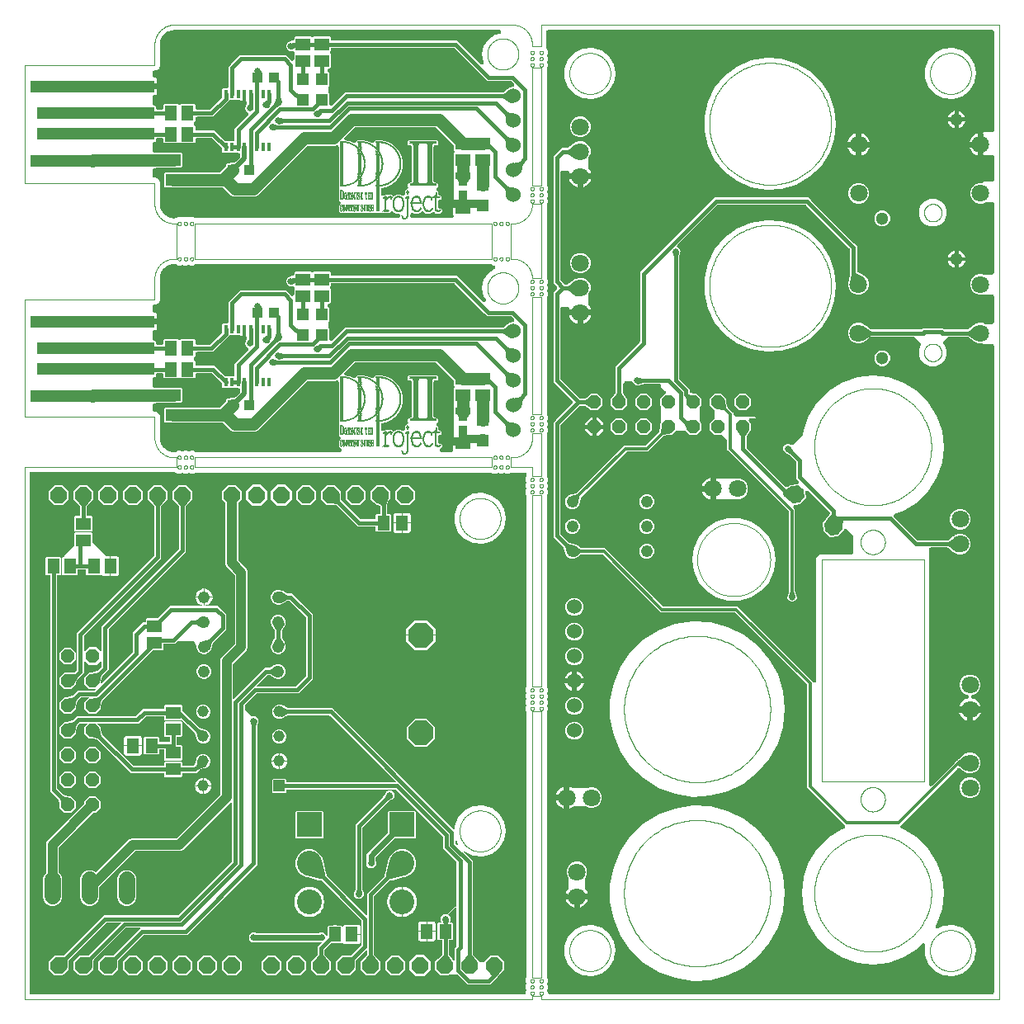
<source format=gtl>
G04 EAGLE Gerber X2 export*
%TF.Part,Single*%
%TF.FileFunction,Other,Top Layer*%
%TF.FilePolarity,Positive*%
%TF.GenerationSoftware,Autodesk,EAGLE,9.4.0*%
%TF.CreationDate,2019-06-20T13:36:35Z*%
G75*
%MOMM*%
%FSLAX34Y34*%
%LPD*%
%INTop Layer*%
%AMOC8*
5,1,8,0,0,1.08239X$1,22.5*%
G01*
%ADD10C,0.050000*%
%ADD11C,0.076200*%
%ADD12C,0.000000*%
%ADD13R,1.500000X1.300000*%
%ADD14R,1.300000X1.500000*%
%ADD15C,1.219200*%
%ADD16R,1.159000X1.159000*%
%ADD17C,1.159000*%
%ADD18C,1.676400*%
%ADD19P,1.484606X8X292.500000*%
%ADD20P,1.814519X8X202.500000*%
%ADD21P,2.749271X8X112.500000*%
%ADD22C,1.524000*%
%ADD23C,1.800000*%
%ADD24C,1.300000*%
%ADD25P,1.484606X8X202.500000*%
%ADD26P,1.924489X8X162.500000*%
%ADD27R,12.700000X1.270000*%
%ADD28R,12.065000X1.270000*%
%ADD29R,0.406400X0.914400*%
%ADD30R,1.200000X1.200000*%
%ADD31R,1.100000X1.000000*%
%ADD32R,1.500000X1.200000*%
%ADD33R,0.406400X0.812800*%
%ADD34R,0.304800X0.609600*%
%ADD35R,0.150000X0.006000*%
%ADD36R,0.198000X0.006000*%
%ADD37R,0.240000X0.006000*%
%ADD38R,0.276000X0.006000*%
%ADD39R,0.300000X0.006000*%
%ADD40R,0.330000X0.006000*%
%ADD41R,0.354000X0.006000*%
%ADD42R,0.372000X0.006000*%
%ADD43R,0.390000X0.006000*%
%ADD44R,0.414000X0.006000*%
%ADD45R,0.426000X0.006000*%
%ADD46R,0.444000X0.006000*%
%ADD47R,0.462000X0.006000*%
%ADD48R,0.474000X0.006000*%
%ADD49R,0.486000X0.006000*%
%ADD50R,0.498000X0.006000*%
%ADD51R,0.510000X0.006000*%
%ADD52R,0.522000X0.006000*%
%ADD53R,0.246000X0.006000*%
%ADD54R,0.234000X0.006000*%
%ADD55R,0.228000X0.006000*%
%ADD56R,0.216000X0.006000*%
%ADD57R,0.204000X0.006000*%
%ADD58R,0.222000X0.006000*%
%ADD59R,0.192000X0.006000*%
%ADD60R,0.210000X0.006000*%
%ADD61R,0.186000X0.006000*%
%ADD62R,0.180000X0.006000*%
%ADD63R,0.168000X0.006000*%
%ADD64R,0.162000X0.006000*%
%ADD65R,0.144000X0.006000*%
%ADD66R,0.132000X0.006000*%
%ADD67R,0.120000X0.006000*%
%ADD68R,0.108000X0.006000*%
%ADD69R,0.096000X0.006000*%
%ADD70R,0.072000X0.006000*%
%ADD71R,0.036000X0.006000*%
%ADD72R,0.282000X0.006000*%
%ADD73R,0.258000X0.006000*%
%ADD74R,0.342000X0.006000*%
%ADD75R,0.252000X0.006000*%
%ADD76R,0.384000X0.006000*%
%ADD77R,0.348000X0.006000*%
%ADD78R,0.336000X0.006000*%
%ADD79R,0.288000X0.006000*%
%ADD80R,0.324000X0.006000*%
%ADD81R,0.012000X0.006000*%
%ADD82R,0.420000X0.006000*%
%ADD83R,0.402000X0.006000*%
%ADD84R,0.054000X0.006000*%
%ADD85R,0.060000X0.006000*%
%ADD86R,0.066000X0.006000*%
%ADD87R,0.588000X0.006000*%
%ADD88R,0.492000X0.006000*%
%ADD89R,0.438000X0.006000*%
%ADD90R,0.366000X0.006000*%
%ADD91R,0.078000X0.006000*%
%ADD92R,0.090000X0.006000*%
%ADD93R,0.018000X0.006000*%
%ADD94R,0.084000X0.006000*%
%ADD95R,0.024000X0.006000*%
%ADD96R,0.030000X0.006000*%
%ADD97R,0.360000X0.006000*%
%ADD98R,0.594000X0.006000*%
%ADD99R,0.528000X0.006000*%
%ADD100R,0.396000X0.006000*%
%ADD101R,0.102000X0.006000*%
%ADD102R,0.114000X0.006000*%
%ADD103R,0.042000X0.006000*%
%ADD104R,0.552000X0.006000*%
%ADD105R,0.408000X0.006000*%
%ADD106R,0.126000X0.006000*%
%ADD107R,0.156000X0.006000*%
%ADD108R,0.576000X0.006000*%
%ADD109R,0.504000X0.006000*%
%ADD110R,0.432000X0.006000*%
%ADD111R,0.048000X0.006000*%
%ADD112R,0.600000X0.006000*%
%ADD113R,0.546000X0.006000*%
%ADD114R,0.450000X0.006000*%
%ADD115R,0.174000X0.006000*%
%ADD116R,0.624000X0.006000*%
%ADD117R,0.558000X0.006000*%
%ADD118R,0.642000X0.006000*%
%ADD119R,0.582000X0.006000*%
%ADD120R,0.564000X0.006000*%
%ADD121R,0.480000X0.006000*%
%ADD122R,0.666000X0.006000*%
%ADD123R,0.684000X0.006000*%
%ADD124R,0.618000X0.006000*%
%ADD125R,0.702000X0.006000*%
%ADD126R,0.636000X0.006000*%
%ADD127R,0.714000X0.006000*%
%ADD128R,0.648000X0.006000*%
%ADD129R,0.534000X0.006000*%
%ADD130R,0.732000X0.006000*%
%ADD131R,0.306000X0.006000*%
%ADD132R,0.318000X0.006000*%
%ADD133R,0.678000X0.006000*%
%ADD134R,0.660000X0.006000*%
%ADD135R,0.270000X0.006000*%
%ADD136R,0.294000X0.006000*%
%ADD137R,0.264000X0.006000*%
%ADD138R,0.138000X0.006000*%
%ADD139R,0.006000X0.006000*%
%ADD140R,1.104000X0.006000*%
%ADD141R,1.110000X0.006000*%
%ADD142R,1.116000X0.006000*%
%ADD143R,0.312000X0.006000*%
%ADD144R,0.378000X0.006000*%
%ADD145R,0.762000X0.006000*%
%ADD146R,0.630000X0.006000*%
%ADD147R,0.612000X0.006000*%
%ADD148R,0.570000X0.006000*%
%ADD149R,0.606000X0.006000*%
%ADD150R,0.516000X0.006000*%
%ADD151R,0.756000X0.006000*%
%ADD152R,0.750000X0.006000*%
%ADD153R,0.654000X0.006000*%
%ADD154R,0.672000X0.006000*%
%ADD155R,0.708000X0.006000*%
%ADD156R,0.744000X0.006000*%
%ADD157R,0.738000X0.006000*%
%ADD158R,0.768000X0.006000*%
%ADD159R,0.786000X0.006000*%
%ADD160R,2.760000X0.006000*%
%ADD161R,0.822000X0.006000*%
%ADD162R,0.846000X0.006000*%
%ADD163R,2.772000X0.006000*%
%ADD164R,0.810000X0.006000*%
%ADD165R,0.864000X0.006000*%
%ADD166R,0.828000X0.006000*%
%ADD167R,0.894000X0.006000*%
%ADD168R,0.888000X0.006000*%
%ADD169R,0.912000X0.006000*%
%ADD170R,0.906000X0.006000*%
%ADD171R,0.930000X0.006000*%
%ADD172R,0.924000X0.006000*%
%ADD173R,0.954000X0.006000*%
%ADD174R,0.990000X0.006000*%
%ADD175R,0.984000X0.006000*%
%ADD176R,0.900000X0.006000*%
%ADD177R,0.852000X0.006000*%
%ADD178R,0.858000X0.006000*%
%ADD179R,0.726000X0.006000*%
%ADD180R,0.690000X0.006000*%
%ADD181R,0.540000X0.006000*%
%ADD182R,0.696000X0.006000*%
%ADD183R,0.720000X0.006000*%
%ADD184R,0.774000X0.006000*%
%ADD185R,0.792000X0.006000*%
%ADD186R,0.798000X0.006000*%
%ADD187R,0.834000X0.006000*%
%ADD188R,0.870000X0.006000*%
%ADD189R,0.876000X0.006000*%
%ADD190R,0.942000X0.006000*%
%ADD191R,0.936000X0.006000*%
%ADD192R,2.784000X0.006000*%
%ADD193R,2.790000X0.006000*%
%ADD194R,0.456000X0.006000*%
%ADD195R,0.468000X0.006000*%
%ADD196R,0.966000X0.006000*%
%ADD197R,0.948000X0.006000*%
%ADD198R,0.882000X0.006000*%
%ADD199R,0.816000X0.006000*%
%ADD200R,2.778000X0.006000*%
%ADD201R,2.550000X2.550000*%
%ADD202C,2.550000*%
%ADD203C,1.016000*%
%ADD204C,0.654800*%
%ADD205C,0.406400*%
%ADD206C,0.609600*%
%ADD207C,0.304800*%
%ADD208C,0.812800*%
%ADD209C,1.270000*%
%ADD210C,0.508000*%

G36*
X992656Y5333D02*
X992656Y5333D01*
X992674Y5331D01*
X992856Y5352D01*
X993039Y5371D01*
X993056Y5376D01*
X993073Y5378D01*
X993248Y5435D01*
X993424Y5489D01*
X993439Y5497D01*
X993456Y5503D01*
X993616Y5593D01*
X993778Y5681D01*
X993791Y5692D01*
X993807Y5701D01*
X993946Y5821D01*
X994087Y5938D01*
X994098Y5952D01*
X994112Y5964D01*
X994224Y6109D01*
X994339Y6252D01*
X994347Y6268D01*
X994358Y6282D01*
X994440Y6446D01*
X994525Y6609D01*
X994530Y6626D01*
X994538Y6642D01*
X994585Y6821D01*
X994636Y6996D01*
X994638Y7014D01*
X994642Y7031D01*
X994669Y7362D01*
X994669Y670306D01*
X994667Y670324D01*
X994669Y670342D01*
X994648Y670524D01*
X994629Y670707D01*
X994624Y670724D01*
X994622Y670741D01*
X994565Y670916D01*
X994511Y671092D01*
X994503Y671107D01*
X994497Y671124D01*
X994407Y671284D01*
X994319Y671446D01*
X994308Y671459D01*
X994299Y671475D01*
X994179Y671614D01*
X994062Y671755D01*
X994048Y671766D01*
X994036Y671780D01*
X993892Y671892D01*
X993748Y672007D01*
X993732Y672015D01*
X993718Y672026D01*
X993553Y672108D01*
X993391Y672193D01*
X993374Y672198D01*
X993358Y672206D01*
X993179Y672253D01*
X993004Y672304D01*
X992986Y672306D01*
X992969Y672310D01*
X992638Y672337D01*
X983934Y672337D01*
X983641Y672630D01*
X983620Y672647D01*
X983603Y672668D01*
X983465Y672775D01*
X983329Y672885D01*
X983306Y672898D01*
X983285Y672914D01*
X983128Y672992D01*
X982974Y673074D01*
X982948Y673082D01*
X982924Y673094D01*
X982755Y673139D01*
X982588Y673189D01*
X982561Y673191D01*
X982535Y673198D01*
X982205Y673225D01*
X978557Y673225D01*
X976391Y674122D01*
X976201Y674180D01*
X976010Y674238D01*
X976008Y674238D01*
X976006Y674239D01*
X975838Y674255D01*
X975703Y674351D01*
X975647Y674383D01*
X975596Y674422D01*
X975427Y674509D01*
X975354Y674551D01*
X975329Y674559D01*
X975301Y674574D01*
X974688Y674828D01*
X973946Y675570D01*
X973944Y675571D01*
X973943Y675573D01*
X973689Y675787D01*
X968041Y679816D01*
X967989Y679846D01*
X967941Y679882D01*
X967814Y679945D01*
X967692Y680016D01*
X967635Y680035D01*
X967581Y680062D01*
X967444Y680098D01*
X967310Y680143D01*
X967250Y680151D01*
X967192Y680166D01*
X966991Y680183D01*
X966910Y680193D01*
X966888Y680191D01*
X966861Y680193D01*
X948813Y680193D01*
X948787Y680191D01*
X948760Y680193D01*
X948586Y680171D01*
X948413Y680153D01*
X948387Y680146D01*
X948361Y680142D01*
X948195Y680087D01*
X948028Y680035D01*
X948004Y680022D01*
X947979Y680014D01*
X947827Y679927D01*
X947674Y679843D01*
X947653Y679826D01*
X947630Y679813D01*
X947377Y679598D01*
X943082Y675304D01*
X943071Y675290D01*
X943057Y675278D01*
X942943Y675134D01*
X942827Y674992D01*
X942819Y674976D01*
X942808Y674962D01*
X942724Y674798D01*
X942639Y674636D01*
X942633Y674619D01*
X942625Y674603D01*
X942576Y674426D01*
X942524Y674250D01*
X942522Y674233D01*
X942517Y674215D01*
X942504Y674032D01*
X942487Y673849D01*
X942489Y673832D01*
X942488Y673814D01*
X942511Y673633D01*
X942531Y673449D01*
X942536Y673432D01*
X942538Y673414D01*
X942597Y673241D01*
X942652Y673065D01*
X942661Y673050D01*
X942667Y673033D01*
X942759Y672873D01*
X942847Y672713D01*
X942859Y672699D01*
X942868Y672684D01*
X943082Y672431D01*
X943787Y671726D01*
X945931Y666551D01*
X945931Y660949D01*
X943787Y655774D01*
X939826Y651813D01*
X934651Y649669D01*
X929049Y649669D01*
X923874Y651813D01*
X919913Y655774D01*
X917769Y660949D01*
X917769Y666551D01*
X919725Y671273D01*
X919732Y671294D01*
X919742Y671314D01*
X919790Y671486D01*
X919842Y671658D01*
X919844Y671680D01*
X919850Y671702D01*
X919863Y671881D01*
X919880Y672059D01*
X919878Y672081D01*
X919879Y672103D01*
X919857Y672282D01*
X919838Y672459D01*
X919832Y672481D01*
X919829Y672503D01*
X919772Y672672D01*
X919718Y672844D01*
X919708Y672863D01*
X919701Y672885D01*
X919611Y673040D01*
X919525Y673197D01*
X919511Y673214D01*
X919500Y673233D01*
X919285Y673486D01*
X913173Y679598D01*
X913152Y679615D01*
X913135Y679636D01*
X912997Y679743D01*
X912862Y679853D01*
X912838Y679866D01*
X912817Y679882D01*
X912660Y679960D01*
X912506Y680042D01*
X912480Y680050D01*
X912456Y680062D01*
X912287Y680107D01*
X912120Y680157D01*
X912093Y680159D01*
X912067Y680166D01*
X911737Y680193D01*
X869439Y680193D01*
X869379Y680187D01*
X869319Y680190D01*
X869179Y680167D01*
X869038Y680153D01*
X868981Y680136D01*
X868921Y680126D01*
X868789Y680077D01*
X868653Y680035D01*
X868600Y680007D01*
X868544Y679986D01*
X868371Y679882D01*
X868299Y679843D01*
X868282Y679830D01*
X868259Y679816D01*
X863646Y676525D01*
X862611Y675787D01*
X862609Y675786D01*
X862607Y675785D01*
X862354Y675570D01*
X861612Y674828D01*
X860999Y674574D01*
X860942Y674543D01*
X860882Y674521D01*
X860719Y674424D01*
X860644Y674384D01*
X860625Y674367D01*
X860597Y674351D01*
X860462Y674255D01*
X860436Y674251D01*
X860225Y674224D01*
X860223Y674223D01*
X860221Y674223D01*
X860206Y674218D01*
X859909Y674122D01*
X857743Y673225D01*
X853556Y673225D01*
X849688Y674828D01*
X846728Y677788D01*
X845125Y681656D01*
X845125Y685844D01*
X846728Y689712D01*
X849688Y692672D01*
X853556Y694275D01*
X857743Y694275D01*
X859909Y693378D01*
X860106Y693318D01*
X860290Y693262D01*
X860292Y693262D01*
X860294Y693261D01*
X860462Y693245D01*
X860597Y693149D01*
X860653Y693117D01*
X860704Y693078D01*
X860873Y692991D01*
X860946Y692949D01*
X860970Y692941D01*
X860999Y692926D01*
X861612Y692672D01*
X862354Y691930D01*
X862356Y691929D01*
X862358Y691927D01*
X862611Y691713D01*
X863646Y690975D01*
X863646Y690974D01*
X868259Y687684D01*
X868311Y687654D01*
X868359Y687618D01*
X868486Y687555D01*
X868608Y687484D01*
X868665Y687465D01*
X868719Y687438D01*
X868856Y687402D01*
X868990Y687357D01*
X869050Y687349D01*
X869108Y687334D01*
X869309Y687317D01*
X869390Y687307D01*
X869412Y687309D01*
X869439Y687307D01*
X919565Y687307D01*
X919592Y687309D01*
X919619Y687307D01*
X919793Y687329D01*
X919966Y687347D01*
X919991Y687354D01*
X920018Y687358D01*
X920184Y687413D01*
X920351Y687465D01*
X920374Y687478D01*
X920400Y687486D01*
X920551Y687573D01*
X920705Y687657D01*
X920725Y687674D01*
X920749Y687687D01*
X921002Y687902D01*
X921599Y688499D01*
X942101Y688499D01*
X942698Y687902D01*
X942719Y687885D01*
X942737Y687864D01*
X942875Y687757D01*
X943010Y687647D01*
X943034Y687634D01*
X943055Y687618D01*
X943212Y687540D01*
X943366Y687458D01*
X943391Y687450D01*
X943415Y687438D01*
X943585Y687393D01*
X943752Y687343D01*
X943778Y687341D01*
X943804Y687334D01*
X944135Y687307D01*
X966861Y687307D01*
X966921Y687313D01*
X966981Y687310D01*
X967121Y687333D01*
X967262Y687347D01*
X967319Y687364D01*
X967379Y687374D01*
X967511Y687423D01*
X967647Y687465D01*
X967700Y687493D01*
X967756Y687514D01*
X967929Y687618D01*
X968001Y687657D01*
X968018Y687670D01*
X968041Y687684D01*
X973496Y691575D01*
X973689Y691713D01*
X973691Y691714D01*
X973693Y691715D01*
X973946Y691930D01*
X974688Y692672D01*
X975301Y692926D01*
X975358Y692957D01*
X975418Y692979D01*
X975580Y693076D01*
X975656Y693116D01*
X975676Y693133D01*
X975703Y693149D01*
X975838Y693245D01*
X975870Y693249D01*
X976075Y693276D01*
X976077Y693277D01*
X976079Y693277D01*
X976095Y693283D01*
X976391Y693378D01*
X978557Y694275D01*
X982744Y694275D01*
X985658Y693067D01*
X985688Y693058D01*
X985716Y693044D01*
X985881Y693000D01*
X986044Y692951D01*
X986075Y692948D01*
X986105Y692940D01*
X986436Y692913D01*
X992638Y692913D01*
X992656Y692915D01*
X992674Y692913D01*
X992856Y692934D01*
X993039Y692953D01*
X993056Y692958D01*
X993073Y692960D01*
X993248Y693017D01*
X993424Y693071D01*
X993439Y693079D01*
X993456Y693085D01*
X993616Y693175D01*
X993778Y693263D01*
X993791Y693274D01*
X993807Y693283D01*
X993946Y693403D01*
X994087Y693520D01*
X994098Y693534D01*
X994112Y693546D01*
X994224Y693691D01*
X994339Y693834D01*
X994347Y693850D01*
X994358Y693864D01*
X994440Y694029D01*
X994525Y694191D01*
X994530Y694208D01*
X994538Y694224D01*
X994585Y694403D01*
X994636Y694578D01*
X994638Y694596D01*
X994642Y694613D01*
X994669Y694944D01*
X994669Y721106D01*
X994667Y721124D01*
X994669Y721142D01*
X994648Y721324D01*
X994629Y721507D01*
X994624Y721524D01*
X994622Y721541D01*
X994565Y721716D01*
X994511Y721892D01*
X994503Y721907D01*
X994497Y721924D01*
X994407Y722084D01*
X994319Y722246D01*
X994308Y722259D01*
X994299Y722275D01*
X994179Y722414D01*
X994062Y722555D01*
X994048Y722566D01*
X994036Y722580D01*
X993891Y722692D01*
X993748Y722807D01*
X993732Y722815D01*
X993718Y722826D01*
X993553Y722908D01*
X993391Y722993D01*
X993374Y722998D01*
X993358Y723006D01*
X993179Y723053D01*
X993004Y723104D01*
X992986Y723106D01*
X992969Y723110D01*
X992638Y723137D01*
X983562Y723137D01*
X983555Y723139D01*
X983388Y723189D01*
X983361Y723191D01*
X983335Y723198D01*
X983005Y723225D01*
X978556Y723225D01*
X974688Y724828D01*
X971728Y727788D01*
X970125Y731656D01*
X970125Y735844D01*
X971728Y739712D01*
X974688Y742672D01*
X978556Y744275D01*
X982743Y744275D01*
X983727Y743867D01*
X983757Y743858D01*
X983785Y743844D01*
X983950Y743800D01*
X984112Y743751D01*
X984143Y743748D01*
X984174Y743740D01*
X984504Y743713D01*
X992638Y743713D01*
X992656Y743715D01*
X992674Y743713D01*
X992856Y743734D01*
X993039Y743753D01*
X993056Y743758D01*
X993073Y743760D01*
X993248Y743817D01*
X993424Y743871D01*
X993439Y743879D01*
X993456Y743885D01*
X993616Y743975D01*
X993778Y744063D01*
X993791Y744074D01*
X993807Y744083D01*
X993946Y744203D01*
X994087Y744320D01*
X994098Y744334D01*
X994112Y744346D01*
X994224Y744491D01*
X994339Y744634D01*
X994347Y744650D01*
X994358Y744664D01*
X994440Y744829D01*
X994525Y744991D01*
X994530Y745008D01*
X994538Y745024D01*
X994585Y745203D01*
X994636Y745378D01*
X994638Y745396D01*
X994642Y745413D01*
X994669Y745744D01*
X994669Y816356D01*
X994667Y816374D01*
X994669Y816392D01*
X994648Y816574D01*
X994629Y816757D01*
X994624Y816774D01*
X994622Y816791D01*
X994565Y816966D01*
X994511Y817142D01*
X994503Y817157D01*
X994497Y817174D01*
X994407Y817334D01*
X994319Y817496D01*
X994308Y817509D01*
X994299Y817525D01*
X994179Y817664D01*
X994062Y817805D01*
X994048Y817816D01*
X994036Y817830D01*
X993891Y817942D01*
X993748Y818057D01*
X993732Y818065D01*
X993718Y818076D01*
X993553Y818158D01*
X993391Y818243D01*
X993374Y818248D01*
X993358Y818256D01*
X993179Y818303D01*
X993004Y818354D01*
X992986Y818356D01*
X992969Y818360D01*
X992638Y818387D01*
X987413Y818387D01*
X987382Y818384D01*
X987351Y818386D01*
X987181Y818364D01*
X987012Y818347D01*
X986983Y818338D01*
X986952Y818334D01*
X986636Y818233D01*
X982804Y816645D01*
X978616Y816645D01*
X974748Y818248D01*
X971788Y821208D01*
X970185Y825076D01*
X970185Y829264D01*
X971788Y833132D01*
X974748Y836092D01*
X978616Y837695D01*
X981825Y837695D01*
X981851Y837697D01*
X981878Y837695D01*
X982052Y837717D01*
X982225Y837735D01*
X982251Y837742D01*
X982277Y837746D01*
X982443Y837802D01*
X982610Y837853D01*
X982634Y837866D01*
X982659Y837874D01*
X982810Y837961D01*
X982964Y838045D01*
X982985Y838062D01*
X983008Y838075D01*
X983261Y838290D01*
X983934Y838963D01*
X992638Y838963D01*
X992656Y838965D01*
X992674Y838963D01*
X992856Y838984D01*
X993039Y839003D01*
X993056Y839008D01*
X993073Y839010D01*
X993248Y839067D01*
X993424Y839121D01*
X993439Y839129D01*
X993456Y839135D01*
X993616Y839225D01*
X993778Y839313D01*
X993791Y839324D01*
X993807Y839333D01*
X993946Y839453D01*
X994087Y839570D01*
X994098Y839584D01*
X994112Y839596D01*
X994224Y839741D01*
X994339Y839884D01*
X994347Y839900D01*
X994358Y839914D01*
X994440Y840079D01*
X994525Y840241D01*
X994530Y840258D01*
X994538Y840274D01*
X994585Y840453D01*
X994636Y840628D01*
X994638Y840646D01*
X994642Y840663D01*
X994669Y840994D01*
X994669Y864616D01*
X994667Y864634D01*
X994669Y864652D01*
X994648Y864834D01*
X994629Y865017D01*
X994624Y865034D01*
X994622Y865051D01*
X994565Y865226D01*
X994511Y865402D01*
X994503Y865417D01*
X994497Y865434D01*
X994407Y865594D01*
X994319Y865756D01*
X994308Y865769D01*
X994299Y865785D01*
X994179Y865924D01*
X994062Y866065D01*
X994048Y866076D01*
X994036Y866090D01*
X993891Y866202D01*
X993748Y866317D01*
X993732Y866325D01*
X993718Y866336D01*
X993553Y866418D01*
X993391Y866503D01*
X993374Y866508D01*
X993358Y866516D01*
X993179Y866563D01*
X993004Y866614D01*
X992986Y866616D01*
X992969Y866620D01*
X992638Y866647D01*
X985966Y866647D01*
X985856Y866636D01*
X985745Y866635D01*
X985656Y866616D01*
X985566Y866607D01*
X985460Y866575D01*
X985351Y866552D01*
X985251Y866511D01*
X985250Y866511D01*
X985181Y866489D01*
X985175Y866486D01*
X983709Y866010D01*
X983709Y866031D01*
X983707Y866057D01*
X983709Y866084D01*
X983687Y866257D01*
X983669Y866431D01*
X983662Y866457D01*
X983658Y866484D01*
X983602Y866649D01*
X983551Y866816D01*
X983538Y866840D01*
X983530Y866865D01*
X983487Y866939D01*
X983487Y867887D01*
X983558Y868020D01*
X983566Y868046D01*
X983578Y868070D01*
X983623Y868239D01*
X983673Y868406D01*
X983675Y868433D01*
X983682Y868459D01*
X983709Y868789D01*
X983709Y876202D01*
X983707Y876220D01*
X983709Y876237D01*
X983688Y876420D01*
X983669Y876602D01*
X983664Y876619D01*
X983662Y876637D01*
X983605Y876812D01*
X983551Y876987D01*
X983543Y877003D01*
X983537Y877020D01*
X983453Y877169D01*
X983480Y877223D01*
X983565Y877386D01*
X983570Y877403D01*
X983578Y877419D01*
X983625Y877597D01*
X983676Y877772D01*
X983678Y877790D01*
X983682Y877807D01*
X983709Y878138D01*
X983709Y887621D01*
X983707Y887647D01*
X983709Y887674D01*
X983687Y887847D01*
X983669Y888021D01*
X983662Y888047D01*
X983658Y888074D01*
X983602Y888239D01*
X983551Y888406D01*
X983538Y888430D01*
X983530Y888455D01*
X983487Y888529D01*
X983487Y889316D01*
X983934Y889763D01*
X992638Y889763D01*
X992656Y889765D01*
X992674Y889763D01*
X992856Y889784D01*
X993039Y889803D01*
X993056Y889808D01*
X993073Y889810D01*
X993248Y889867D01*
X993424Y889921D01*
X993439Y889929D01*
X993456Y889935D01*
X993616Y890025D01*
X993778Y890113D01*
X993791Y890124D01*
X993807Y890133D01*
X993946Y890253D01*
X994087Y890370D01*
X994098Y890384D01*
X994112Y890396D01*
X994224Y890541D01*
X994339Y890684D01*
X994347Y890700D01*
X994358Y890714D01*
X994440Y890879D01*
X994525Y891041D01*
X994530Y891058D01*
X994538Y891074D01*
X994585Y891253D01*
X994636Y891428D01*
X994638Y891446D01*
X994642Y891463D01*
X994669Y891794D01*
X994669Y992638D01*
X994667Y992656D01*
X994669Y992674D01*
X994648Y992856D01*
X994629Y993039D01*
X994624Y993056D01*
X994622Y993073D01*
X994565Y993248D01*
X994511Y993424D01*
X994503Y993439D01*
X994497Y993456D01*
X994407Y993616D01*
X994319Y993778D01*
X994308Y993791D01*
X994299Y993807D01*
X994179Y993946D01*
X994062Y994087D01*
X994048Y994098D01*
X994036Y994112D01*
X993891Y994224D01*
X993748Y994339D01*
X993732Y994347D01*
X993718Y994358D01*
X993553Y994440D01*
X993391Y994525D01*
X993374Y994530D01*
X993358Y994538D01*
X993179Y994585D01*
X993004Y994636D01*
X992986Y994638D01*
X992969Y994642D01*
X992638Y994669D01*
X537362Y994669D01*
X537344Y994667D01*
X537326Y994669D01*
X537144Y994648D01*
X536961Y994629D01*
X536944Y994624D01*
X536927Y994622D01*
X536752Y994565D01*
X536576Y994511D01*
X536561Y994503D01*
X536544Y994497D01*
X536384Y994407D01*
X536222Y994319D01*
X536209Y994308D01*
X536193Y994299D01*
X536054Y994179D01*
X535913Y994062D01*
X535902Y994048D01*
X535888Y994036D01*
X535776Y993891D01*
X535661Y993748D01*
X535653Y993732D01*
X535642Y993718D01*
X535560Y993553D01*
X535475Y993391D01*
X535470Y993374D01*
X535462Y993358D01*
X535415Y993179D01*
X535364Y993004D01*
X535362Y992986D01*
X535358Y992969D01*
X535331Y992638D01*
X535331Y976721D01*
X535333Y976694D01*
X535331Y976667D01*
X535353Y976494D01*
X535371Y976320D01*
X535379Y976294D01*
X535382Y976268D01*
X535438Y976102D01*
X535489Y975935D01*
X535502Y975912D01*
X535510Y975886D01*
X535598Y975734D01*
X535681Y975581D01*
X535698Y975561D01*
X535711Y975537D01*
X535771Y975466D01*
X536831Y972909D01*
X536831Y970191D01*
X536400Y969152D01*
X536393Y969127D01*
X536381Y969103D01*
X536335Y968934D01*
X536284Y968767D01*
X536281Y968740D01*
X536274Y968714D01*
X536262Y968540D01*
X536246Y968366D01*
X536249Y968340D01*
X536247Y968313D01*
X536269Y968138D01*
X536287Y967966D01*
X536295Y967940D01*
X536299Y967914D01*
X536400Y967598D01*
X536831Y966559D01*
X536831Y963841D01*
X536400Y962802D01*
X536393Y962777D01*
X536381Y962753D01*
X536335Y962585D01*
X536284Y962417D01*
X536281Y962390D01*
X536274Y962364D01*
X536262Y962190D01*
X536246Y962016D01*
X536249Y961990D01*
X536247Y961963D01*
X536269Y961789D01*
X536287Y961616D01*
X536295Y961590D01*
X536299Y961564D01*
X536400Y961248D01*
X536831Y960209D01*
X536831Y957491D01*
X535841Y955103D01*
X535832Y955073D01*
X535818Y955045D01*
X535774Y954880D01*
X535725Y954717D01*
X535722Y954686D01*
X535714Y954656D01*
X535687Y954325D01*
X535687Y836375D01*
X535690Y836344D01*
X535688Y836312D01*
X535710Y836143D01*
X535727Y835974D01*
X535736Y835944D01*
X535740Y835913D01*
X535841Y835597D01*
X536831Y833209D01*
X536831Y830491D01*
X536400Y829452D01*
X536393Y829427D01*
X536381Y829403D01*
X536335Y829234D01*
X536284Y829067D01*
X536281Y829040D01*
X536274Y829014D01*
X536262Y828840D01*
X536246Y828666D01*
X536249Y828640D01*
X536247Y828613D01*
X536269Y828438D01*
X536287Y828266D01*
X536295Y828240D01*
X536299Y828214D01*
X536400Y827898D01*
X536831Y826859D01*
X536831Y824141D01*
X536400Y823102D01*
X536393Y823077D01*
X536381Y823053D01*
X536335Y822884D01*
X536284Y822717D01*
X536281Y822690D01*
X536274Y822664D01*
X536262Y822490D01*
X536246Y822316D01*
X536249Y822290D01*
X536247Y822263D01*
X536270Y822088D01*
X536287Y821916D01*
X536295Y821890D01*
X536299Y821864D01*
X536400Y821548D01*
X536831Y820509D01*
X536831Y817791D01*
X535841Y815403D01*
X535832Y815373D01*
X535818Y815345D01*
X535774Y815180D01*
X535725Y815017D01*
X535722Y814986D01*
X535714Y814956D01*
X535687Y814625D01*
X535687Y741125D01*
X535690Y741094D01*
X535688Y741062D01*
X535710Y740893D01*
X535727Y740724D01*
X535736Y740694D01*
X535740Y740663D01*
X535841Y740347D01*
X536831Y737959D01*
X536831Y735241D01*
X536400Y734202D01*
X536393Y734177D01*
X536381Y734153D01*
X536335Y733985D01*
X536284Y733817D01*
X536281Y733790D01*
X536274Y733764D01*
X536262Y733590D01*
X536246Y733416D01*
X536249Y733390D01*
X536247Y733363D01*
X536269Y733189D01*
X536287Y733016D01*
X536295Y732990D01*
X536299Y732964D01*
X536400Y732648D01*
X536831Y731609D01*
X536831Y728891D01*
X536400Y727852D01*
X536393Y727827D01*
X536381Y727803D01*
X536335Y727635D01*
X536284Y727467D01*
X536281Y727440D01*
X536274Y727414D01*
X536262Y727240D01*
X536246Y727066D01*
X536249Y727040D01*
X536247Y727013D01*
X536269Y726839D01*
X536287Y726666D01*
X536295Y726640D01*
X536299Y726614D01*
X536400Y726298D01*
X536831Y725259D01*
X536831Y722541D01*
X535841Y720153D01*
X535832Y720123D01*
X535818Y720095D01*
X535774Y719930D01*
X535725Y719767D01*
X535722Y719736D01*
X535714Y719706D01*
X535687Y719375D01*
X535687Y601425D01*
X535690Y601394D01*
X535688Y601362D01*
X535710Y601193D01*
X535727Y601024D01*
X535736Y600994D01*
X535740Y600963D01*
X535841Y600647D01*
X536831Y598259D01*
X536831Y595541D01*
X536400Y594502D01*
X536393Y594477D01*
X536381Y594453D01*
X536335Y594285D01*
X536284Y594117D01*
X536281Y594090D01*
X536274Y594064D01*
X536262Y593890D01*
X536246Y593716D01*
X536249Y593690D01*
X536247Y593663D01*
X536269Y593489D01*
X536287Y593316D01*
X536295Y593290D01*
X536299Y593264D01*
X536400Y592948D01*
X536831Y591909D01*
X536831Y589191D01*
X536400Y588152D01*
X536393Y588127D01*
X536381Y588103D01*
X536334Y587934D01*
X536284Y587767D01*
X536281Y587740D01*
X536274Y587714D01*
X536262Y587540D01*
X536246Y587366D01*
X536249Y587340D01*
X536247Y587313D01*
X536269Y587138D01*
X536287Y586966D01*
X536295Y586940D01*
X536299Y586914D01*
X536400Y586598D01*
X536831Y585559D01*
X536831Y582841D01*
X535841Y580453D01*
X535832Y580423D01*
X535818Y580395D01*
X535774Y580230D01*
X535725Y580067D01*
X535722Y580036D01*
X535714Y580006D01*
X535687Y579675D01*
X535687Y537925D01*
X535690Y537894D01*
X535688Y537862D01*
X535710Y537693D01*
X535727Y537524D01*
X535736Y537494D01*
X535740Y537463D01*
X535841Y537147D01*
X536831Y534759D01*
X536831Y532041D01*
X536400Y531002D01*
X536393Y530977D01*
X536381Y530953D01*
X536335Y530785D01*
X536284Y530617D01*
X536281Y530590D01*
X536274Y530564D01*
X536262Y530390D01*
X536246Y530216D01*
X536249Y530190D01*
X536247Y530163D01*
X536269Y529989D01*
X536287Y529816D01*
X536295Y529790D01*
X536299Y529764D01*
X536400Y529448D01*
X536831Y528409D01*
X536831Y525691D01*
X536400Y524652D01*
X536393Y524627D01*
X536381Y524603D01*
X536335Y524434D01*
X536284Y524267D01*
X536281Y524240D01*
X536274Y524214D01*
X536262Y524040D01*
X536246Y523866D01*
X536249Y523840D01*
X536247Y523813D01*
X536269Y523638D01*
X536287Y523466D01*
X536295Y523440D01*
X536299Y523414D01*
X536400Y523098D01*
X536831Y522059D01*
X536831Y519341D01*
X535841Y516953D01*
X535832Y516923D01*
X535818Y516895D01*
X535774Y516730D01*
X535725Y516567D01*
X535722Y516536D01*
X535714Y516506D01*
X535687Y516175D01*
X535687Y322025D01*
X535690Y321994D01*
X535688Y321962D01*
X535710Y321793D01*
X535727Y321624D01*
X535736Y321594D01*
X535740Y321563D01*
X535841Y321247D01*
X536831Y318859D01*
X536831Y316141D01*
X536400Y315102D01*
X536393Y315077D01*
X536381Y315053D01*
X536335Y314885D01*
X536284Y314717D01*
X536281Y314690D01*
X536274Y314664D01*
X536262Y314490D01*
X536246Y314316D01*
X536249Y314290D01*
X536247Y314263D01*
X536269Y314089D01*
X536287Y313916D01*
X536295Y313890D01*
X536299Y313864D01*
X536400Y313548D01*
X536831Y312509D01*
X536831Y309791D01*
X536400Y308752D01*
X536398Y308745D01*
X536395Y308740D01*
X536390Y308722D01*
X536381Y308703D01*
X536335Y308535D01*
X536284Y308367D01*
X536281Y308340D01*
X536274Y308314D01*
X536262Y308140D01*
X536246Y307966D01*
X536249Y307940D01*
X536247Y307913D01*
X536269Y307739D01*
X536287Y307566D01*
X536295Y307540D01*
X536299Y307514D01*
X536400Y307198D01*
X536831Y306159D01*
X536831Y303441D01*
X536400Y302402D01*
X536393Y302377D01*
X536381Y302353D01*
X536335Y302185D01*
X536284Y302017D01*
X536281Y301990D01*
X536274Y301964D01*
X536262Y301790D01*
X536246Y301616D01*
X536249Y301590D01*
X536247Y301563D01*
X536269Y301389D01*
X536287Y301216D01*
X536295Y301190D01*
X536299Y301164D01*
X536400Y300848D01*
X536831Y299809D01*
X536831Y297091D01*
X535841Y294703D01*
X535832Y294673D01*
X535818Y294645D01*
X535774Y294480D01*
X535725Y294317D01*
X535722Y294286D01*
X535714Y294256D01*
X535687Y293925D01*
X535687Y23575D01*
X535690Y23544D01*
X535688Y23512D01*
X535710Y23343D01*
X535727Y23174D01*
X535736Y23144D01*
X535740Y23113D01*
X535841Y22797D01*
X536831Y20409D01*
X536831Y17691D01*
X536400Y16652D01*
X536393Y16627D01*
X536381Y16603D01*
X536335Y16434D01*
X536284Y16267D01*
X536281Y16240D01*
X536274Y16214D01*
X536262Y16040D01*
X536246Y15866D01*
X536249Y15840D01*
X536247Y15813D01*
X536269Y15638D01*
X536287Y15466D01*
X536295Y15440D01*
X536299Y15414D01*
X536400Y15098D01*
X536831Y14059D01*
X536831Y11341D01*
X536400Y10302D01*
X536393Y10277D01*
X536381Y10253D01*
X536335Y10084D01*
X536284Y9917D01*
X536281Y9890D01*
X536274Y9864D01*
X536262Y9690D01*
X536246Y9516D01*
X536249Y9490D01*
X536247Y9463D01*
X536269Y9288D01*
X536287Y9116D01*
X536295Y9090D01*
X536299Y9064D01*
X536400Y8748D01*
X536831Y7709D01*
X536831Y7362D01*
X536833Y7344D01*
X536831Y7326D01*
X536852Y7144D01*
X536871Y6961D01*
X536876Y6944D01*
X536878Y6927D01*
X536935Y6752D01*
X536989Y6576D01*
X536997Y6561D01*
X537003Y6544D01*
X537093Y6384D01*
X537181Y6222D01*
X537192Y6209D01*
X537201Y6193D01*
X537321Y6054D01*
X537438Y5913D01*
X537452Y5902D01*
X537464Y5888D01*
X537609Y5776D01*
X537752Y5661D01*
X537768Y5653D01*
X537782Y5642D01*
X537947Y5560D01*
X538109Y5475D01*
X538126Y5470D01*
X538142Y5462D01*
X538321Y5415D01*
X538496Y5364D01*
X538514Y5362D01*
X538531Y5358D01*
X538862Y5331D01*
X992638Y5331D01*
X992656Y5333D01*
G37*
G36*
X513745Y5332D02*
X513745Y5332D01*
X513747Y5331D01*
X513790Y5351D01*
X513834Y5369D01*
X513834Y5371D01*
X513836Y5372D01*
X513869Y5457D01*
X513869Y7709D01*
X514602Y9477D01*
X514602Y9480D01*
X514604Y9482D01*
X514602Y9573D01*
X513869Y11341D01*
X513869Y14059D01*
X514602Y15827D01*
X514602Y15830D01*
X514604Y15832D01*
X514602Y15923D01*
X513869Y17691D01*
X513869Y20409D01*
X514909Y22919D01*
X515201Y23211D01*
X515203Y23214D01*
X515205Y23216D01*
X515238Y23301D01*
X515238Y294199D01*
X515237Y294202D01*
X515238Y294205D01*
X515201Y294289D01*
X514909Y294581D01*
X513869Y297091D01*
X513869Y299809D01*
X514602Y301577D01*
X514602Y301580D01*
X514604Y301582D01*
X514602Y301637D01*
X514605Y301644D01*
X514602Y301650D01*
X514602Y301673D01*
X513869Y303441D01*
X513869Y306159D01*
X514602Y307927D01*
X514602Y307930D01*
X514604Y307932D01*
X514602Y308023D01*
X513869Y309791D01*
X513869Y312509D01*
X514602Y314277D01*
X514602Y314280D01*
X514604Y314282D01*
X514602Y314373D01*
X513869Y316141D01*
X513869Y318859D01*
X514909Y321369D01*
X515201Y321661D01*
X515203Y321664D01*
X515205Y321666D01*
X515238Y321751D01*
X515238Y516449D01*
X515237Y516452D01*
X515238Y516455D01*
X515201Y516539D01*
X514909Y516831D01*
X513869Y519341D01*
X513869Y522059D01*
X514602Y523827D01*
X514602Y523830D01*
X514604Y523832D01*
X514602Y523923D01*
X513869Y525691D01*
X513869Y528409D01*
X514602Y530177D01*
X514602Y530180D01*
X514604Y530182D01*
X514602Y530273D01*
X513869Y532041D01*
X513869Y534759D01*
X514909Y537269D01*
X515201Y537561D01*
X515203Y537564D01*
X515205Y537566D01*
X515238Y537651D01*
X515238Y540512D01*
X515237Y540514D01*
X515238Y540516D01*
X515218Y540559D01*
X515200Y540603D01*
X515198Y540603D01*
X515197Y540605D01*
X515112Y540638D01*
X499551Y540638D01*
X499548Y540637D01*
X499545Y540638D01*
X499461Y540601D01*
X499169Y540309D01*
X496659Y539269D01*
X493941Y539269D01*
X492173Y540002D01*
X492170Y540002D01*
X492168Y540004D01*
X492077Y540002D01*
X490309Y539269D01*
X487591Y539269D01*
X485823Y540002D01*
X485820Y540002D01*
X485818Y540004D01*
X485727Y540002D01*
X483959Y539269D01*
X481241Y539269D01*
X478731Y540309D01*
X478439Y540601D01*
X478436Y540603D01*
X478434Y540605D01*
X478349Y540638D01*
X175701Y540638D01*
X175698Y540637D01*
X175695Y540638D01*
X175611Y540601D01*
X175319Y540309D01*
X172809Y539269D01*
X170091Y539269D01*
X168323Y540002D01*
X168320Y540002D01*
X168318Y540004D01*
X168227Y540002D01*
X166459Y539269D01*
X163741Y539269D01*
X161973Y540002D01*
X161970Y540002D01*
X161968Y540004D01*
X161877Y540002D01*
X160109Y539269D01*
X157391Y539269D01*
X154881Y540309D01*
X154458Y540732D01*
X154455Y540734D01*
X154453Y540736D01*
X154368Y540769D01*
X5457Y540769D01*
X5455Y540768D01*
X5453Y540769D01*
X5410Y540749D01*
X5366Y540731D01*
X5366Y540729D01*
X5364Y540728D01*
X5331Y540643D01*
X5331Y5457D01*
X5332Y5455D01*
X5331Y5453D01*
X5351Y5410D01*
X5369Y5366D01*
X5371Y5366D01*
X5372Y5364D01*
X5457Y5331D01*
X513743Y5331D01*
X513745Y5332D01*
G37*
%LPC*%
G36*
X942804Y24708D02*
X942804Y24708D01*
X934153Y29016D01*
X927643Y36157D01*
X924152Y45168D01*
X924152Y54911D01*
X924167Y54961D01*
X924169Y54980D01*
X924174Y54998D01*
X924187Y55179D01*
X924203Y55362D01*
X924201Y55381D01*
X924203Y55400D01*
X924180Y55581D01*
X924160Y55762D01*
X924154Y55780D01*
X924152Y55799D01*
X924093Y55973D01*
X924038Y56146D01*
X924029Y56162D01*
X924023Y56180D01*
X923932Y56339D01*
X923844Y56498D01*
X923831Y56513D01*
X923822Y56529D01*
X923701Y56667D01*
X923583Y56805D01*
X923568Y56817D01*
X923556Y56831D01*
X923410Y56942D01*
X923267Y57055D01*
X923250Y57063D01*
X923235Y57075D01*
X923071Y57154D01*
X922908Y57237D01*
X922890Y57242D01*
X922873Y57250D01*
X922696Y57296D01*
X922520Y57345D01*
X922501Y57346D01*
X922483Y57351D01*
X922302Y57361D01*
X922119Y57374D01*
X922100Y57372D01*
X922081Y57373D01*
X921902Y57347D01*
X921719Y57324D01*
X921701Y57318D01*
X921683Y57315D01*
X921511Y57254D01*
X921338Y57196D01*
X921321Y57186D01*
X921303Y57180D01*
X921147Y57086D01*
X920989Y56995D01*
X920973Y56981D01*
X920958Y56972D01*
X920902Y56921D01*
X920736Y56780D01*
X915829Y51873D01*
X901989Y43177D01*
X886561Y37778D01*
X870319Y35948D01*
X854076Y37778D01*
X838648Y43177D01*
X824808Y51873D01*
X813250Y63431D01*
X804554Y77271D01*
X799156Y92699D01*
X797326Y108941D01*
X799156Y125184D01*
X804554Y140612D01*
X813250Y154452D01*
X824808Y166009D01*
X838648Y174706D01*
X840681Y175417D01*
X840745Y175446D01*
X840812Y175468D01*
X840927Y175531D01*
X841046Y175587D01*
X841103Y175629D01*
X841164Y175663D01*
X841264Y175748D01*
X841370Y175825D01*
X841418Y175878D01*
X841471Y175923D01*
X841553Y176026D01*
X841641Y176123D01*
X841677Y176184D01*
X841721Y176239D01*
X841780Y176356D01*
X841848Y176469D01*
X841871Y176535D01*
X841903Y176598D01*
X841939Y176725D01*
X841982Y176848D01*
X841992Y176918D01*
X842011Y176986D01*
X842021Y177117D01*
X842039Y177247D01*
X842035Y177317D01*
X842041Y177387D01*
X842024Y177518D01*
X842017Y177649D01*
X841999Y177717D01*
X841990Y177787D01*
X841948Y177911D01*
X841915Y178038D01*
X841884Y178102D01*
X841862Y178169D01*
X841796Y178283D01*
X841739Y178400D01*
X841696Y178456D01*
X841661Y178517D01*
X841547Y178652D01*
X841495Y178720D01*
X841472Y178741D01*
X841446Y178770D01*
X803081Y217136D01*
X803081Y322066D01*
X803078Y322093D01*
X803080Y322120D01*
X803058Y322294D01*
X803041Y322467D01*
X803033Y322492D01*
X803030Y322519D01*
X802974Y322685D01*
X802923Y322852D01*
X802910Y322875D01*
X802901Y322901D01*
X802814Y323052D01*
X802731Y323206D01*
X802714Y323226D01*
X802701Y323250D01*
X802486Y323503D01*
X729582Y396406D01*
X729561Y396423D01*
X729544Y396444D01*
X729406Y396551D01*
X729271Y396661D01*
X729247Y396674D01*
X729226Y396690D01*
X729069Y396768D01*
X728915Y396850D01*
X728889Y396858D01*
X728865Y396870D01*
X728696Y396915D01*
X728529Y396965D01*
X728502Y396967D01*
X728477Y396974D01*
X728146Y397001D01*
X652787Y397001D01*
X593632Y456156D01*
X593611Y456173D01*
X593594Y456194D01*
X593456Y456301D01*
X593321Y456411D01*
X593297Y456424D01*
X593276Y456440D01*
X593119Y456518D01*
X592965Y456600D01*
X592939Y456608D01*
X592915Y456620D01*
X592746Y456665D01*
X592579Y456715D01*
X592552Y456717D01*
X592527Y456724D01*
X592196Y456751D01*
X571742Y456751D01*
X571705Y456748D01*
X571668Y456750D01*
X571505Y456728D01*
X571342Y456711D01*
X571306Y456700D01*
X571269Y456695D01*
X571114Y456641D01*
X570957Y456593D01*
X570924Y456575D01*
X570888Y456563D01*
X570616Y456409D01*
X570603Y456401D01*
X570601Y456400D01*
X570600Y456399D01*
X567089Y454011D01*
X567070Y453995D01*
X567048Y453982D01*
X566795Y453768D01*
X566367Y453339D01*
X565882Y453139D01*
X565846Y453119D01*
X565806Y453105D01*
X565565Y452969D01*
X565528Y452949D01*
X565523Y452945D01*
X565517Y452942D01*
X565215Y452736D01*
X565093Y452720D01*
X564913Y452700D01*
X564893Y452694D01*
X564873Y452691D01*
X564557Y452590D01*
X563566Y452179D01*
X560534Y452179D01*
X557733Y453339D01*
X555589Y455483D01*
X555515Y455663D01*
X555470Y455747D01*
X555434Y455836D01*
X555375Y455924D01*
X555325Y456018D01*
X555264Y456092D01*
X555211Y456171D01*
X555136Y456246D01*
X555101Y456288D01*
X554853Y457217D01*
X554822Y457297D01*
X554767Y457468D01*
X554429Y458284D01*
X554429Y458529D01*
X554419Y458629D01*
X554419Y458728D01*
X554397Y458850D01*
X554389Y458930D01*
X554373Y458982D01*
X554360Y459055D01*
X554090Y460063D01*
X553255Y463181D01*
X553197Y463334D01*
X553145Y463489D01*
X553126Y463522D01*
X553112Y463557D01*
X553025Y463696D01*
X552944Y463838D01*
X552916Y463870D01*
X552899Y463898D01*
X552839Y463962D01*
X552729Y464091D01*
X545222Y471598D01*
X542543Y474277D01*
X542543Y592173D01*
X545222Y594852D01*
X561784Y611414D01*
X561795Y611427D01*
X561809Y611439D01*
X561923Y611583D01*
X562039Y611725D01*
X562047Y611741D01*
X562058Y611755D01*
X562142Y611919D01*
X562227Y612081D01*
X562232Y612098D01*
X562241Y612114D01*
X562290Y612291D01*
X562342Y612467D01*
X562344Y612485D01*
X562349Y612502D01*
X562362Y612685D01*
X562379Y612868D01*
X562377Y612886D01*
X562378Y612903D01*
X562355Y613085D01*
X562335Y613268D01*
X562330Y613285D01*
X562328Y613303D01*
X562269Y613476D01*
X562214Y613652D01*
X562205Y613668D01*
X562199Y613684D01*
X562107Y613844D01*
X562019Y614004D01*
X562007Y614018D01*
X561998Y614033D01*
X561784Y614286D01*
X542543Y633527D01*
X542543Y725373D01*
X545859Y728689D01*
X545870Y728703D01*
X545884Y728714D01*
X545997Y728858D01*
X546114Y729000D01*
X546122Y729016D01*
X546133Y729030D01*
X546217Y729194D01*
X546302Y729356D01*
X546307Y729373D01*
X546316Y729389D01*
X546365Y729566D01*
X546417Y729742D01*
X546419Y729760D01*
X546424Y729777D01*
X546437Y729960D01*
X546454Y730143D01*
X546452Y730161D01*
X546453Y730178D01*
X546430Y730360D01*
X546410Y730543D01*
X546405Y730560D01*
X546403Y730578D01*
X546344Y730751D01*
X546289Y730927D01*
X546280Y730943D01*
X546274Y730959D01*
X546182Y731119D01*
X546094Y731279D01*
X546082Y731293D01*
X546073Y731308D01*
X545859Y731561D01*
X545222Y732198D01*
X542543Y734877D01*
X542543Y865123D01*
X550977Y873557D01*
X556211Y873557D01*
X556271Y873563D01*
X556331Y873560D01*
X556471Y873583D01*
X556612Y873597D01*
X556669Y873614D01*
X556729Y873624D01*
X556861Y873673D01*
X556997Y873715D01*
X557050Y873743D01*
X557106Y873764D01*
X557279Y873868D01*
X557351Y873907D01*
X557368Y873920D01*
X557391Y873934D01*
X562846Y877825D01*
X563039Y877963D01*
X563041Y877964D01*
X563043Y877965D01*
X563296Y878180D01*
X564038Y878922D01*
X564047Y878926D01*
X564048Y878926D01*
X564651Y879176D01*
X564708Y879207D01*
X564768Y879229D01*
X564930Y879326D01*
X565006Y879366D01*
X565026Y879383D01*
X565053Y879399D01*
X565188Y879495D01*
X565220Y879499D01*
X565425Y879526D01*
X565427Y879527D01*
X565429Y879527D01*
X565445Y879533D01*
X565741Y879628D01*
X567907Y880525D01*
X572094Y880525D01*
X575962Y878922D01*
X578922Y875962D01*
X580525Y872094D01*
X580525Y867906D01*
X578768Y863665D01*
X578767Y863662D01*
X578764Y863656D01*
X578756Y863631D01*
X578744Y863607D01*
X578699Y863437D01*
X578688Y863401D01*
X578651Y863280D01*
X578651Y863277D01*
X578649Y863270D01*
X578647Y863244D01*
X578640Y863218D01*
X578613Y862887D01*
X578613Y853040D01*
X578620Y852971D01*
X578617Y852902D01*
X578639Y852771D01*
X578653Y852639D01*
X578673Y852573D01*
X578684Y852505D01*
X578732Y852381D01*
X578771Y852254D01*
X578804Y852194D01*
X578828Y852129D01*
X578921Y851976D01*
X578963Y851900D01*
X578981Y851878D01*
X579001Y851846D01*
X579871Y850649D01*
X580695Y849030D01*
X581160Y847599D01*
X570968Y847599D01*
X570950Y847597D01*
X570933Y847599D01*
X570750Y847578D01*
X570568Y847559D01*
X570551Y847554D01*
X570533Y847552D01*
X570358Y847495D01*
X570183Y847441D01*
X570167Y847433D01*
X570150Y847427D01*
X570001Y847343D01*
X569947Y847370D01*
X569784Y847455D01*
X569767Y847460D01*
X569751Y847468D01*
X569573Y847515D01*
X569398Y847566D01*
X569380Y847568D01*
X569363Y847572D01*
X569032Y847599D01*
X558827Y847599D01*
X558829Y847610D01*
X558867Y847740D01*
X558872Y847807D01*
X558886Y847872D01*
X558889Y848007D01*
X558900Y848142D01*
X558892Y848208D01*
X558893Y848274D01*
X558869Y848407D01*
X558853Y848541D01*
X558832Y848605D01*
X558820Y848670D01*
X558770Y848796D01*
X558728Y848924D01*
X558695Y848982D01*
X558671Y849044D01*
X558597Y849157D01*
X558530Y849275D01*
X558487Y849325D01*
X558450Y849381D01*
X558355Y849477D01*
X558267Y849580D01*
X558214Y849620D01*
X558168Y849668D01*
X558056Y849744D01*
X557949Y849826D01*
X557889Y849856D01*
X557834Y849893D01*
X557710Y849945D01*
X557588Y850006D01*
X557524Y850023D01*
X557463Y850048D01*
X557330Y850075D01*
X557199Y850110D01*
X557123Y850116D01*
X557068Y850127D01*
X556989Y850127D01*
X556869Y850137D01*
X551688Y850137D01*
X551670Y850135D01*
X551652Y850137D01*
X551470Y850116D01*
X551287Y850097D01*
X551270Y850092D01*
X551253Y850090D01*
X551078Y850033D01*
X550902Y849979D01*
X550887Y849971D01*
X550870Y849965D01*
X550710Y849875D01*
X550548Y849787D01*
X550535Y849776D01*
X550519Y849767D01*
X550380Y849647D01*
X550239Y849530D01*
X550228Y849516D01*
X550214Y849504D01*
X550102Y849359D01*
X549987Y849216D01*
X549979Y849200D01*
X549968Y849186D01*
X549886Y849021D01*
X549801Y848859D01*
X549796Y848842D01*
X549788Y848826D01*
X549741Y848647D01*
X549690Y848472D01*
X549688Y848454D01*
X549684Y848437D01*
X549657Y848106D01*
X549657Y738665D01*
X549659Y738638D01*
X549657Y738611D01*
X549679Y738437D01*
X549697Y738264D01*
X549704Y738239D01*
X549708Y738212D01*
X549763Y738046D01*
X549815Y737879D01*
X549828Y737856D01*
X549836Y737830D01*
X549923Y737679D01*
X550007Y737525D01*
X550024Y737505D01*
X550037Y737481D01*
X550252Y737228D01*
X553328Y734152D01*
X553349Y734135D01*
X553367Y734114D01*
X553504Y734007D01*
X553640Y733897D01*
X553663Y733884D01*
X553685Y733868D01*
X553842Y733790D01*
X553996Y733708D01*
X554021Y733700D01*
X554045Y733688D01*
X554215Y733643D01*
X554381Y733593D01*
X554408Y733591D01*
X554434Y733584D01*
X554765Y733557D01*
X556211Y733557D01*
X556271Y733563D01*
X556331Y733560D01*
X556471Y733583D01*
X556612Y733597D01*
X556669Y733614D01*
X556729Y733624D01*
X556861Y733673D01*
X556997Y733715D01*
X557050Y733743D01*
X557106Y733764D01*
X557279Y733868D01*
X557351Y733907D01*
X557368Y733920D01*
X557391Y733934D01*
X562846Y737825D01*
X563039Y737963D01*
X563041Y737964D01*
X563043Y737965D01*
X563296Y738180D01*
X564038Y738922D01*
X564651Y739176D01*
X564708Y739207D01*
X564768Y739229D01*
X564930Y739326D01*
X565006Y739366D01*
X565026Y739383D01*
X565053Y739399D01*
X565188Y739495D01*
X565220Y739499D01*
X565425Y739526D01*
X565427Y739527D01*
X565429Y739527D01*
X565445Y739533D01*
X565741Y739628D01*
X567907Y740525D01*
X572094Y740525D01*
X575962Y738922D01*
X578922Y735962D01*
X580525Y732094D01*
X580525Y727906D01*
X578768Y723665D01*
X578759Y723636D01*
X578744Y723607D01*
X578708Y723471D01*
X578664Y723339D01*
X578660Y723307D01*
X578651Y723280D01*
X578649Y723250D01*
X578640Y723218D01*
X578624Y723022D01*
X578613Y722939D01*
X578615Y722916D01*
X578613Y722887D01*
X578613Y713040D01*
X578620Y712971D01*
X578617Y712902D01*
X578639Y712771D01*
X578653Y712639D01*
X578673Y712573D01*
X578684Y712505D01*
X578732Y712381D01*
X578771Y712254D01*
X578804Y712194D01*
X578828Y712129D01*
X578921Y711976D01*
X578963Y711900D01*
X578981Y711878D01*
X579001Y711846D01*
X579871Y710649D01*
X580695Y709030D01*
X581160Y707599D01*
X570968Y707599D01*
X570950Y707597D01*
X570933Y707599D01*
X570750Y707578D01*
X570568Y707559D01*
X570551Y707554D01*
X570533Y707552D01*
X570358Y707495D01*
X570183Y707441D01*
X570167Y707433D01*
X570150Y707427D01*
X570001Y707343D01*
X569947Y707370D01*
X569784Y707455D01*
X569767Y707460D01*
X569751Y707468D01*
X569573Y707515D01*
X569398Y707566D01*
X569380Y707568D01*
X569363Y707572D01*
X569032Y707599D01*
X558840Y707599D01*
X558898Y707778D01*
X558927Y707910D01*
X558964Y708040D01*
X558970Y708107D01*
X558984Y708172D01*
X558986Y708307D01*
X558997Y708442D01*
X558989Y708508D01*
X558991Y708574D01*
X558966Y708707D01*
X558950Y708841D01*
X558930Y708905D01*
X558918Y708970D01*
X558867Y709096D01*
X558825Y709224D01*
X558793Y709282D01*
X558768Y709344D01*
X558694Y709457D01*
X558628Y709575D01*
X558584Y709625D01*
X558548Y709681D01*
X558453Y709777D01*
X558364Y709880D01*
X558312Y709920D01*
X558265Y709968D01*
X558153Y710044D01*
X558046Y710126D01*
X557987Y710156D01*
X557932Y710193D01*
X557807Y710245D01*
X557686Y710306D01*
X557621Y710323D01*
X557560Y710349D01*
X557428Y710375D01*
X557297Y710410D01*
X557221Y710416D01*
X557165Y710427D01*
X557087Y710427D01*
X556966Y710437D01*
X551688Y710437D01*
X551670Y710435D01*
X551652Y710437D01*
X551470Y710416D01*
X551287Y710397D01*
X551270Y710392D01*
X551253Y710390D01*
X551078Y710333D01*
X550902Y710279D01*
X550887Y710271D01*
X550870Y710265D01*
X550710Y710175D01*
X550548Y710087D01*
X550535Y710076D01*
X550519Y710067D01*
X550380Y709947D01*
X550239Y709830D01*
X550228Y709816D01*
X550214Y709804D01*
X550102Y709659D01*
X549987Y709516D01*
X549979Y709500D01*
X549968Y709486D01*
X549886Y709321D01*
X549801Y709159D01*
X549796Y709142D01*
X549788Y709126D01*
X549741Y708947D01*
X549690Y708772D01*
X549688Y708754D01*
X549684Y708737D01*
X549657Y708406D01*
X549657Y637315D01*
X549659Y637288D01*
X549657Y637261D01*
X549679Y637087D01*
X549697Y636914D01*
X549704Y636889D01*
X549708Y636862D01*
X549763Y636696D01*
X549815Y636529D01*
X549828Y636506D01*
X549836Y636480D01*
X549923Y636329D01*
X550007Y636175D01*
X550024Y636155D01*
X550037Y636131D01*
X550252Y635878D01*
X569128Y617002D01*
X569149Y616985D01*
X569167Y616964D01*
X569304Y616857D01*
X569440Y616747D01*
X569463Y616734D01*
X569485Y616718D01*
X569642Y616640D01*
X569796Y616558D01*
X569821Y616550D01*
X569845Y616538D01*
X570015Y616493D01*
X570181Y616443D01*
X570208Y616441D01*
X570234Y616434D01*
X570565Y616407D01*
X573861Y616407D01*
X574057Y616426D01*
X574253Y616445D01*
X574257Y616446D01*
X574262Y616447D01*
X574451Y616505D01*
X574638Y616561D01*
X574643Y616563D01*
X574647Y616565D01*
X574677Y616581D01*
X574933Y616713D01*
X579157Y619337D01*
X579210Y619378D01*
X579268Y619411D01*
X579408Y619530D01*
X579476Y619582D01*
X579494Y619603D01*
X579521Y619626D01*
X581128Y621233D01*
X588072Y621233D01*
X592983Y616322D01*
X592983Y609378D01*
X588072Y604467D01*
X581128Y604467D01*
X579521Y606074D01*
X579469Y606116D01*
X579423Y606165D01*
X579276Y606275D01*
X579210Y606329D01*
X579185Y606342D01*
X579157Y606363D01*
X574933Y608987D01*
X574754Y609075D01*
X574581Y609162D01*
X574576Y609163D01*
X574572Y609165D01*
X574382Y609215D01*
X574192Y609266D01*
X574187Y609267D01*
X574183Y609268D01*
X574149Y609270D01*
X573861Y609293D01*
X570565Y609293D01*
X570538Y609291D01*
X570511Y609293D01*
X570337Y609271D01*
X570164Y609253D01*
X570138Y609246D01*
X570112Y609242D01*
X569946Y609186D01*
X569779Y609135D01*
X569755Y609122D01*
X569730Y609114D01*
X569579Y609027D01*
X569425Y608943D01*
X569405Y608926D01*
X569381Y608913D01*
X569128Y608698D01*
X550252Y589822D01*
X550235Y589801D01*
X550214Y589783D01*
X550107Y589646D01*
X549997Y589510D01*
X549984Y589487D01*
X549968Y589465D01*
X549890Y589308D01*
X549808Y589154D01*
X549800Y589129D01*
X549788Y589105D01*
X549743Y588935D01*
X549693Y588769D01*
X549691Y588742D01*
X549684Y588716D01*
X549657Y588385D01*
X549657Y478065D01*
X549659Y478038D01*
X549657Y478011D01*
X549679Y477837D01*
X549697Y477664D01*
X549704Y477639D01*
X549708Y477612D01*
X549763Y477446D01*
X549815Y477279D01*
X549828Y477256D01*
X549836Y477230D01*
X549923Y477079D01*
X550007Y476925D01*
X550024Y476905D01*
X550037Y476881D01*
X550252Y476628D01*
X557759Y469121D01*
X557886Y469017D01*
X558009Y468909D01*
X558041Y468890D01*
X558070Y468866D01*
X558215Y468789D01*
X558357Y468707D01*
X558397Y468693D01*
X558426Y468677D01*
X558510Y468653D01*
X558669Y468595D01*
X562795Y467490D01*
X562893Y467474D01*
X562990Y467448D01*
X563114Y467438D01*
X563192Y467425D01*
X563247Y467427D01*
X563321Y467421D01*
X563566Y467421D01*
X564382Y467083D01*
X564465Y467058D01*
X564634Y466997D01*
X564865Y466935D01*
X564953Y466921D01*
X565039Y466897D01*
X565151Y466888D01*
X565250Y466872D01*
X565289Y466850D01*
X565317Y466840D01*
X565338Y466828D01*
X565419Y466803D01*
X565552Y466756D01*
X565573Y466732D01*
X565657Y466667D01*
X565735Y466595D01*
X565816Y466545D01*
X565892Y466487D01*
X566008Y466427D01*
X566078Y466384D01*
X566126Y466366D01*
X566187Y466335D01*
X566367Y466261D01*
X566795Y465832D01*
X566815Y465816D01*
X566831Y465797D01*
X567089Y465589D01*
X570600Y463201D01*
X570633Y463183D01*
X570662Y463160D01*
X570809Y463087D01*
X570953Y463008D01*
X570989Y462997D01*
X571023Y462980D01*
X571181Y462938D01*
X571338Y462889D01*
X571375Y462886D01*
X571411Y462876D01*
X571723Y462850D01*
X571739Y462849D01*
X571740Y462849D01*
X571742Y462849D01*
X595563Y462849D01*
X597943Y460468D01*
X597944Y460468D01*
X654718Y403694D01*
X654739Y403677D01*
X654756Y403656D01*
X654894Y403549D01*
X655029Y403439D01*
X655053Y403426D01*
X655074Y403410D01*
X655231Y403332D01*
X655385Y403250D01*
X655411Y403242D01*
X655435Y403230D01*
X655604Y403185D01*
X655771Y403135D01*
X655798Y403133D01*
X655823Y403126D01*
X656154Y403099D01*
X731513Y403099D01*
X733893Y400718D01*
X733894Y400718D01*
X806797Y327814D01*
X806798Y327814D01*
X809020Y325591D01*
X809027Y325586D01*
X809033Y325579D01*
X809182Y325459D01*
X809332Y325336D01*
X809340Y325332D01*
X809347Y325326D01*
X809517Y325238D01*
X809687Y325148D01*
X809696Y325145D01*
X809704Y325141D01*
X809888Y325088D01*
X810073Y325033D01*
X810082Y325032D01*
X810091Y325030D01*
X810282Y325014D01*
X810474Y324996D01*
X810483Y324997D01*
X810492Y324997D01*
X810681Y325019D01*
X810875Y325040D01*
X810883Y325043D01*
X810892Y325044D01*
X811074Y325103D01*
X811258Y325161D01*
X811266Y325166D01*
X811275Y325168D01*
X811443Y325263D01*
X811611Y325356D01*
X811617Y325362D01*
X811625Y325366D01*
X811771Y325492D01*
X811918Y325617D01*
X811923Y325624D01*
X811930Y325630D01*
X812047Y325781D01*
X812167Y325933D01*
X812171Y325941D01*
X812177Y325948D01*
X812262Y326120D01*
X812350Y326292D01*
X812352Y326300D01*
X812356Y326308D01*
X812406Y326494D01*
X812458Y326679D01*
X812458Y326688D01*
X812461Y326697D01*
X812488Y327028D01*
X812488Y452301D01*
X813299Y454260D01*
X814799Y455760D01*
X816408Y456426D01*
X816758Y456571D01*
X848106Y456571D01*
X848124Y456573D01*
X848142Y456572D01*
X848324Y456593D01*
X848507Y456611D01*
X848524Y456616D01*
X848541Y456619D01*
X848716Y456675D01*
X848892Y456729D01*
X848907Y456738D01*
X848924Y456743D01*
X849084Y456834D01*
X849246Y456921D01*
X849259Y456933D01*
X849275Y456941D01*
X849414Y457062D01*
X849555Y457179D01*
X849566Y457193D01*
X849580Y457204D01*
X849692Y457349D01*
X849807Y457493D01*
X849815Y457508D01*
X849826Y457523D01*
X849908Y457687D01*
X849993Y457850D01*
X849998Y457867D01*
X850006Y457883D01*
X850053Y458061D01*
X850104Y458237D01*
X850106Y458255D01*
X850110Y458272D01*
X850137Y458603D01*
X850137Y475093D01*
X850135Y475119D01*
X850137Y475146D01*
X850115Y475320D01*
X850097Y475493D01*
X850090Y475519D01*
X850086Y475545D01*
X850031Y475711D01*
X849979Y475878D01*
X849966Y475902D01*
X849958Y475927D01*
X849871Y476079D01*
X849787Y476232D01*
X849770Y476253D01*
X849757Y476276D01*
X849542Y476529D01*
X843710Y482361D01*
X843628Y482429D01*
X843552Y482503D01*
X843473Y482556D01*
X843399Y482616D01*
X843305Y482666D01*
X843216Y482725D01*
X843127Y482760D01*
X843043Y482805D01*
X842941Y482835D01*
X842842Y482875D01*
X842749Y482892D01*
X842657Y482920D01*
X842551Y482929D01*
X842446Y482949D01*
X842351Y482947D01*
X842256Y482956D01*
X842150Y482944D01*
X842044Y482943D01*
X841951Y482923D01*
X841856Y482913D01*
X841754Y482880D01*
X841650Y482858D01*
X841563Y482820D01*
X841472Y482791D01*
X841379Y482740D01*
X841281Y482697D01*
X841203Y482642D01*
X841120Y482596D01*
X841038Y482527D01*
X840951Y482466D01*
X840871Y482385D01*
X840813Y482336D01*
X840776Y482289D01*
X840718Y482230D01*
X834923Y475324D01*
X826328Y474572D01*
X819718Y480118D01*
X818966Y488713D01*
X821489Y491719D01*
X821520Y491764D01*
X821568Y491819D01*
X822237Y492726D01*
X822237Y492727D01*
X825009Y496483D01*
X825048Y496548D01*
X825115Y496641D01*
X825538Y497344D01*
X825603Y497400D01*
X825617Y497418D01*
X825634Y497433D01*
X825740Y497577D01*
X825850Y497718D01*
X825860Y497738D01*
X825874Y497757D01*
X825950Y497918D01*
X826029Y498078D01*
X826035Y498101D01*
X826045Y498121D01*
X826087Y498295D01*
X826134Y498467D01*
X826136Y498492D01*
X826141Y498512D01*
X826144Y498593D01*
X826161Y498798D01*
X826161Y499124D01*
X826158Y499151D01*
X826160Y499177D01*
X826138Y499351D01*
X826121Y499525D01*
X826113Y499550D01*
X826110Y499577D01*
X826054Y499742D01*
X826003Y499910D01*
X825990Y499933D01*
X825981Y499958D01*
X825894Y500110D01*
X825811Y500264D01*
X825794Y500284D01*
X825781Y500307D01*
X825566Y500560D01*
X804543Y521583D01*
X804468Y521645D01*
X804399Y521714D01*
X804312Y521772D01*
X804232Y521838D01*
X804146Y521884D01*
X804064Y521938D01*
X803968Y521978D01*
X803876Y522027D01*
X803782Y522055D01*
X803692Y522092D01*
X803590Y522112D01*
X803490Y522142D01*
X803393Y522150D01*
X803297Y522169D01*
X803193Y522169D01*
X803089Y522178D01*
X802992Y522167D01*
X802894Y522167D01*
X802792Y522146D01*
X802689Y522135D01*
X802596Y522105D01*
X802500Y522085D01*
X802404Y522045D01*
X802305Y522013D01*
X802219Y521966D01*
X802130Y521928D01*
X802044Y521869D01*
X801953Y521818D01*
X801878Y521755D01*
X801798Y521700D01*
X801725Y521625D01*
X801646Y521558D01*
X801585Y521481D01*
X801517Y521411D01*
X801461Y521323D01*
X801396Y521242D01*
X801352Y521155D01*
X801299Y521073D01*
X801261Y520976D01*
X801214Y520883D01*
X801187Y520789D01*
X801152Y520698D01*
X801134Y520595D01*
X801106Y520495D01*
X801099Y520398D01*
X801081Y520302D01*
X801082Y520174D01*
X801076Y520093D01*
X801083Y520041D01*
X801083Y519970D01*
X801554Y514586D01*
X796008Y507977D01*
X790579Y507502D01*
X790459Y507479D01*
X790338Y507466D01*
X790262Y507442D01*
X790183Y507427D01*
X790070Y507382D01*
X789954Y507345D01*
X789884Y507306D01*
X789810Y507276D01*
X789708Y507209D01*
X789601Y507150D01*
X789540Y507098D01*
X789474Y507054D01*
X789387Y506968D01*
X789294Y506889D01*
X789245Y506827D01*
X789188Y506770D01*
X789120Y506669D01*
X789045Y506574D01*
X789009Y506502D01*
X788964Y506436D01*
X788918Y506323D01*
X788862Y506215D01*
X788841Y506138D01*
X788811Y506064D01*
X788787Y505944D01*
X788754Y505827D01*
X788749Y505747D01*
X788733Y505669D01*
X788734Y505547D01*
X788725Y505425D01*
X788735Y505346D01*
X788736Y505266D01*
X788760Y505147D01*
X788776Y505026D01*
X788801Y504950D01*
X788817Y504872D01*
X788865Y504760D01*
X788904Y504644D01*
X788944Y504575D01*
X788975Y504501D01*
X789044Y504401D01*
X789105Y504295D01*
X789165Y504224D01*
X789203Y504169D01*
X789253Y504120D01*
X789319Y504042D01*
X790449Y502913D01*
X790449Y419151D01*
X790457Y419066D01*
X790456Y418981D01*
X790477Y418866D01*
X790489Y418750D01*
X790514Y418669D01*
X790529Y418586D01*
X790582Y418448D01*
X790607Y418365D01*
X790627Y418328D01*
X790647Y418275D01*
X790757Y418044D01*
X790764Y417965D01*
X790760Y417884D01*
X790779Y417764D01*
X790788Y417644D01*
X790813Y417552D01*
X790823Y417486D01*
X790847Y417421D01*
X790873Y417323D01*
X791864Y414520D01*
X791884Y414477D01*
X791903Y414419D01*
X792224Y413643D01*
X792230Y413566D01*
X792237Y413541D01*
X792239Y413521D01*
X792262Y413444D01*
X792315Y413245D01*
X792349Y413149D01*
X792330Y413112D01*
X792300Y412999D01*
X792260Y412889D01*
X792248Y412805D01*
X792226Y412723D01*
X792214Y412576D01*
X792201Y412491D01*
X792203Y412448D01*
X792199Y412392D01*
X792199Y411795D01*
X791468Y410032D01*
X790118Y408682D01*
X788355Y407951D01*
X786445Y407951D01*
X784682Y408682D01*
X783332Y410032D01*
X782601Y411795D01*
X782601Y412392D01*
X782593Y412476D01*
X782594Y412561D01*
X782573Y412677D01*
X782561Y412793D01*
X782536Y412874D01*
X782521Y412957D01*
X782468Y413095D01*
X782452Y413150D01*
X782485Y413245D01*
X782528Y413418D01*
X782574Y413591D01*
X782576Y413616D01*
X782581Y413636D01*
X782582Y413658D01*
X782897Y414419D01*
X782911Y414463D01*
X782936Y414519D01*
X783927Y417323D01*
X783956Y417441D01*
X783994Y417555D01*
X784004Y417635D01*
X784023Y417714D01*
X784028Y417835D01*
X784043Y417955D01*
X784037Y418032D01*
X784153Y418275D01*
X784182Y418355D01*
X784220Y418431D01*
X784250Y418544D01*
X784290Y418654D01*
X784302Y418738D01*
X784324Y418820D01*
X784336Y418967D01*
X784349Y419052D01*
X784347Y419095D01*
X784351Y419151D01*
X784351Y499546D01*
X784349Y499572D01*
X784351Y499599D01*
X784329Y499773D01*
X784311Y499946D01*
X784304Y499972D01*
X784300Y499999D01*
X784245Y500164D01*
X784193Y500331D01*
X784180Y500355D01*
X784172Y500380D01*
X784085Y500532D01*
X784001Y500685D01*
X783984Y500706D01*
X783971Y500729D01*
X783756Y500982D01*
X720851Y563887D01*
X720851Y572629D01*
X720849Y572655D01*
X720851Y572682D01*
X720829Y572856D01*
X720811Y573029D01*
X720804Y573055D01*
X720800Y573081D01*
X720744Y573247D01*
X720693Y573414D01*
X720680Y573438D01*
X720672Y573463D01*
X720585Y573615D01*
X720501Y573768D01*
X720484Y573789D01*
X720471Y573812D01*
X720256Y574065D01*
X715849Y578472D01*
X715828Y578489D01*
X715811Y578510D01*
X715673Y578616D01*
X715537Y578727D01*
X715514Y578740D01*
X715493Y578756D01*
X715337Y578834D01*
X715182Y578916D01*
X715156Y578924D01*
X715132Y578936D01*
X714963Y578981D01*
X714796Y579031D01*
X714769Y579033D01*
X714743Y579040D01*
X714413Y579067D01*
X708128Y579067D01*
X703217Y583978D01*
X703217Y590922D01*
X707302Y595007D01*
X707319Y595028D01*
X707340Y595045D01*
X707447Y595183D01*
X707557Y595319D01*
X707570Y595342D01*
X707586Y595364D01*
X707664Y595521D01*
X707746Y595675D01*
X707754Y595700D01*
X707766Y595724D01*
X707811Y595894D01*
X707861Y596060D01*
X707863Y596087D01*
X707870Y596113D01*
X707897Y596444D01*
X707897Y603856D01*
X707895Y603883D01*
X707897Y603910D01*
X707875Y604084D01*
X707857Y604257D01*
X707850Y604283D01*
X707846Y604309D01*
X707791Y604475D01*
X707739Y604642D01*
X707726Y604666D01*
X707718Y604691D01*
X707631Y604842D01*
X707547Y604996D01*
X707530Y605016D01*
X707517Y605040D01*
X707302Y605293D01*
X703217Y609378D01*
X703217Y616322D01*
X708128Y621233D01*
X715072Y621233D01*
X719983Y616322D01*
X719983Y613699D01*
X719984Y613689D01*
X720009Y613370D01*
X720059Y613065D01*
X720810Y608491D01*
X720826Y608430D01*
X720834Y608367D01*
X720878Y608236D01*
X720914Y608102D01*
X720942Y608046D01*
X720962Y607986D01*
X721031Y607866D01*
X721093Y607742D01*
X721132Y607691D01*
X721163Y607637D01*
X721288Y607490D01*
X721339Y607423D01*
X721358Y607407D01*
X721378Y607384D01*
X721710Y607052D01*
X726983Y601779D01*
X726989Y601721D01*
X726996Y601695D01*
X727000Y601669D01*
X727055Y601503D01*
X727107Y601336D01*
X727120Y601312D01*
X727128Y601287D01*
X727215Y601135D01*
X727299Y600982D01*
X727316Y600961D01*
X727329Y600938D01*
X727544Y600685D01*
X729971Y598258D01*
X729992Y598241D01*
X730009Y598220D01*
X730147Y598113D01*
X730282Y598003D01*
X730306Y597990D01*
X730327Y597974D01*
X730484Y597896D01*
X730638Y597814D01*
X730664Y597806D01*
X730688Y597794D01*
X730857Y597749D01*
X731024Y597699D01*
X731051Y597697D01*
X731077Y597690D01*
X731407Y597663D01*
X749616Y597663D01*
X750063Y597216D01*
X750063Y596584D01*
X749616Y596137D01*
X745072Y596137D01*
X745063Y596136D01*
X745054Y596137D01*
X744862Y596116D01*
X744671Y596097D01*
X744662Y596095D01*
X744653Y596094D01*
X744471Y596036D01*
X744286Y595979D01*
X744278Y595975D01*
X744270Y595972D01*
X744101Y595879D01*
X743932Y595787D01*
X743925Y595782D01*
X743917Y595777D01*
X743769Y595652D01*
X743623Y595530D01*
X743617Y595523D01*
X743610Y595517D01*
X743490Y595365D01*
X743370Y595216D01*
X743366Y595208D01*
X743361Y595201D01*
X743273Y595028D01*
X743185Y594859D01*
X743182Y594850D01*
X743178Y594842D01*
X743126Y594656D01*
X743073Y594472D01*
X743073Y594463D01*
X743070Y594454D01*
X743056Y594262D01*
X743041Y594070D01*
X743042Y594062D01*
X743041Y594053D01*
X743065Y593860D01*
X743088Y593671D01*
X743090Y593662D01*
X743091Y593653D01*
X743153Y593470D01*
X743212Y593288D01*
X743217Y593280D01*
X743220Y593272D01*
X743315Y593106D01*
X743410Y592937D01*
X743416Y592930D01*
X743421Y592923D01*
X743635Y592670D01*
X745383Y590922D01*
X745383Y583978D01*
X743776Y582371D01*
X743733Y582319D01*
X743684Y582273D01*
X743575Y582126D01*
X743521Y582059D01*
X743508Y582035D01*
X743487Y582007D01*
X740863Y577783D01*
X740776Y577607D01*
X740688Y577431D01*
X740687Y577426D01*
X740685Y577422D01*
X740635Y577233D01*
X740584Y577042D01*
X740583Y577037D01*
X740582Y577033D01*
X740580Y577000D01*
X740557Y576711D01*
X740557Y567065D01*
X740559Y567038D01*
X740557Y567011D01*
X740579Y566837D01*
X740597Y566664D01*
X740604Y566639D01*
X740608Y566612D01*
X740663Y566446D01*
X740715Y566279D01*
X740728Y566256D01*
X740736Y566230D01*
X740823Y566079D01*
X740907Y565925D01*
X740924Y565905D01*
X740937Y565881D01*
X741152Y565628D01*
X780778Y526002D01*
X780886Y525913D01*
X780988Y525819D01*
X781041Y525786D01*
X781090Y525747D01*
X781213Y525681D01*
X781332Y525609D01*
X781390Y525587D01*
X781445Y525558D01*
X781579Y525518D01*
X781710Y525471D01*
X781772Y525461D01*
X781831Y525443D01*
X781970Y525431D01*
X782108Y525410D01*
X782170Y525413D01*
X782232Y525407D01*
X782371Y525422D01*
X782510Y525429D01*
X782571Y525444D01*
X782632Y525450D01*
X782766Y525493D01*
X782901Y525527D01*
X782966Y525556D01*
X783016Y525572D01*
X783087Y525611D01*
X783203Y525664D01*
X783732Y525958D01*
X783733Y525960D01*
X783736Y525961D01*
X783897Y526073D01*
X784062Y526188D01*
X784064Y526190D01*
X784066Y526191D01*
X784299Y526427D01*
X785598Y527975D01*
X792802Y528605D01*
X792922Y528628D01*
X793043Y528641D01*
X793119Y528665D01*
X793197Y528680D01*
X793310Y528726D01*
X793427Y528763D01*
X793496Y528801D01*
X793570Y528831D01*
X793672Y528899D01*
X793779Y528958D01*
X793840Y529009D01*
X793906Y529053D01*
X793993Y529139D01*
X794086Y529218D01*
X794135Y529281D01*
X794192Y529337D01*
X794260Y529438D01*
X794335Y529534D01*
X794372Y529605D01*
X794416Y529672D01*
X794463Y529784D01*
X794518Y529893D01*
X794539Y529970D01*
X794570Y530044D01*
X794593Y530163D01*
X794626Y530281D01*
X794632Y530361D01*
X794647Y530439D01*
X794646Y530561D01*
X794655Y530682D01*
X794645Y530762D01*
X794645Y530841D01*
X794620Y530961D01*
X794605Y531082D01*
X794579Y531158D01*
X794563Y531236D01*
X794515Y531348D01*
X794477Y531463D01*
X794437Y531533D01*
X794405Y531606D01*
X794336Y531707D01*
X794276Y531812D01*
X794215Y531883D01*
X794178Y531938D01*
X794127Y531987D01*
X794061Y532065D01*
X791725Y534401D01*
X791725Y550904D01*
X791722Y550930D01*
X791724Y550957D01*
X791702Y551131D01*
X791685Y551304D01*
X791677Y551330D01*
X791674Y551357D01*
X791618Y551522D01*
X791567Y551689D01*
X791554Y551713D01*
X791545Y551738D01*
X791458Y551890D01*
X791375Y552043D01*
X791358Y552064D01*
X791345Y552087D01*
X791130Y552340D01*
X785655Y557815D01*
X785510Y557934D01*
X785367Y558054D01*
X785354Y558061D01*
X785343Y558070D01*
X785178Y558158D01*
X785014Y558248D01*
X784999Y558253D01*
X784988Y558259D01*
X784923Y558278D01*
X784796Y558320D01*
X784731Y558427D01*
X784660Y558520D01*
X784598Y558620D01*
X784539Y558681D01*
X784489Y558748D01*
X784401Y558826D01*
X784320Y558911D01*
X784239Y558970D01*
X784188Y559016D01*
X784129Y559050D01*
X784051Y559106D01*
X782833Y559847D01*
X782833Y559848D01*
X781305Y560777D01*
X781256Y560801D01*
X781027Y560918D01*
X780632Y561082D01*
X780536Y561177D01*
X780477Y561226D01*
X780424Y561281D01*
X780292Y561377D01*
X780225Y561432D01*
X780193Y561449D01*
X780156Y561476D01*
X779576Y561829D01*
X779573Y561837D01*
X779514Y562014D01*
X779506Y562026D01*
X779502Y562040D01*
X779406Y562200D01*
X779313Y562363D01*
X779308Y562368D01*
X778551Y564195D01*
X778551Y566105D01*
X779282Y567868D01*
X780632Y569218D01*
X782395Y569949D01*
X784305Y569949D01*
X786144Y569187D01*
X786172Y569163D01*
X786185Y569156D01*
X786196Y569147D01*
X786361Y569059D01*
X786525Y568969D01*
X786540Y568964D01*
X786551Y568958D01*
X786589Y568947D01*
X786601Y568941D01*
X786657Y568925D01*
X786840Y568865D01*
X786856Y568861D01*
X786900Y568855D01*
X786937Y568844D01*
X786958Y568842D01*
X786989Y568833D01*
X787122Y568823D01*
X787255Y568805D01*
X787321Y568809D01*
X787338Y568807D01*
X787341Y568807D01*
X787390Y568804D01*
X787523Y568821D01*
X787657Y568828D01*
X787722Y568846D01*
X787790Y568854D01*
X787916Y568897D01*
X788046Y568931D01*
X788107Y568961D01*
X788171Y568982D01*
X788287Y569049D01*
X788407Y569108D01*
X788461Y569149D01*
X788520Y569183D01*
X788658Y569300D01*
X788727Y569353D01*
X788746Y569375D01*
X788773Y569398D01*
X798219Y578844D01*
X798292Y578932D01*
X798371Y579014D01*
X798419Y579088D01*
X798474Y579155D01*
X798528Y579256D01*
X798590Y579352D01*
X798622Y579434D01*
X798663Y579511D01*
X798695Y579620D01*
X798737Y579727D01*
X798757Y579829D01*
X798778Y579897D01*
X798784Y579962D01*
X798801Y580053D01*
X799156Y583199D01*
X804554Y598627D01*
X813250Y612466D01*
X824808Y624024D01*
X838648Y632720D01*
X854076Y638119D01*
X870319Y639949D01*
X886561Y638119D01*
X901989Y632720D01*
X915829Y624024D01*
X927387Y612466D01*
X936083Y598627D01*
X941481Y583199D01*
X943311Y566956D01*
X941481Y550714D01*
X936083Y535286D01*
X927387Y521446D01*
X915829Y509888D01*
X901989Y501192D01*
X892936Y498024D01*
X892872Y497994D01*
X892805Y497973D01*
X892690Y497909D01*
X892571Y497854D01*
X892514Y497812D01*
X892453Y497778D01*
X892353Y497693D01*
X892247Y497615D01*
X892199Y497563D01*
X892146Y497518D01*
X892064Y497415D01*
X891976Y497318D01*
X891940Y497257D01*
X891896Y497202D01*
X891837Y497085D01*
X891769Y496972D01*
X891746Y496906D01*
X891714Y496843D01*
X891679Y496716D01*
X891635Y496593D01*
X891625Y496523D01*
X891606Y496455D01*
X891596Y496324D01*
X891578Y496194D01*
X891582Y496124D01*
X891576Y496053D01*
X891593Y495923D01*
X891600Y495792D01*
X891618Y495724D01*
X891627Y495654D01*
X891669Y495529D01*
X891702Y495402D01*
X891733Y495339D01*
X891755Y495272D01*
X891821Y495158D01*
X891878Y495041D01*
X891921Y494985D01*
X891956Y494923D01*
X892070Y494789D01*
X892122Y494720D01*
X892145Y494700D01*
X892171Y494670D01*
X915389Y471452D01*
X915410Y471435D01*
X915428Y471414D01*
X915566Y471307D01*
X915701Y471197D01*
X915725Y471184D01*
X915746Y471168D01*
X915903Y471090D01*
X916057Y471008D01*
X916082Y471000D01*
X916106Y470988D01*
X916276Y470943D01*
X916443Y470893D01*
X916469Y470891D01*
X916495Y470884D01*
X916826Y470857D01*
X946211Y470857D01*
X946271Y470863D01*
X946331Y470860D01*
X946471Y470883D01*
X946612Y470897D01*
X946669Y470914D01*
X946729Y470924D01*
X946861Y470973D01*
X946997Y471015D01*
X947050Y471043D01*
X947106Y471064D01*
X947279Y471168D01*
X947351Y471207D01*
X947368Y471220D01*
X947391Y471234D01*
X952846Y475125D01*
X953039Y475263D01*
X953041Y475264D01*
X953043Y475265D01*
X953296Y475480D01*
X954038Y476222D01*
X954651Y476476D01*
X954708Y476507D01*
X954768Y476529D01*
X954931Y476626D01*
X955006Y476666D01*
X955025Y476683D01*
X955053Y476699D01*
X955188Y476795D01*
X955220Y476799D01*
X955425Y476826D01*
X955427Y476827D01*
X955429Y476827D01*
X955445Y476833D01*
X955741Y476928D01*
X957907Y477825D01*
X962094Y477825D01*
X965962Y476222D01*
X968922Y473262D01*
X970525Y469394D01*
X970525Y465206D01*
X968922Y461338D01*
X965962Y458378D01*
X962094Y456775D01*
X957907Y456775D01*
X955741Y457672D01*
X955548Y457730D01*
X955360Y457788D01*
X955358Y457788D01*
X955356Y457789D01*
X955188Y457805D01*
X955053Y457901D01*
X954997Y457933D01*
X954946Y457972D01*
X954777Y458059D01*
X954704Y458101D01*
X954679Y458109D01*
X954651Y458124D01*
X954038Y458378D01*
X953296Y459120D01*
X953294Y459121D01*
X953293Y459123D01*
X953039Y459337D01*
X947391Y463366D01*
X947339Y463396D01*
X947291Y463432D01*
X947164Y463495D01*
X947042Y463566D01*
X946985Y463585D01*
X946931Y463612D01*
X946794Y463648D01*
X946660Y463693D01*
X946600Y463701D01*
X946542Y463716D01*
X946341Y463733D01*
X946260Y463743D01*
X946238Y463741D01*
X946211Y463743D01*
X929894Y463743D01*
X929876Y463741D01*
X929858Y463743D01*
X929676Y463722D01*
X929493Y463703D01*
X929476Y463698D01*
X929459Y463696D01*
X929284Y463639D01*
X929108Y463585D01*
X929093Y463577D01*
X929076Y463571D01*
X928916Y463481D01*
X928754Y463393D01*
X928741Y463382D01*
X928725Y463373D01*
X928586Y463253D01*
X928445Y463136D01*
X928434Y463122D01*
X928420Y463110D01*
X928308Y462965D01*
X928193Y462822D01*
X928185Y462806D01*
X928174Y462792D01*
X928092Y462627D01*
X928007Y462465D01*
X928002Y462448D01*
X927994Y462432D01*
X927947Y462253D01*
X927896Y462078D01*
X927894Y462060D01*
X927890Y462043D01*
X927863Y461712D01*
X927863Y453397D01*
X927866Y453366D01*
X927864Y453334D01*
X927886Y453165D01*
X927903Y452996D01*
X927912Y452966D01*
X927916Y452935D01*
X928017Y452619D01*
X928149Y452301D01*
X928149Y222180D01*
X927936Y221666D01*
X927935Y221661D01*
X927933Y221657D01*
X927877Y221471D01*
X927820Y221280D01*
X927819Y221276D01*
X927818Y221271D01*
X927800Y221071D01*
X927781Y220879D01*
X927782Y220875D01*
X927781Y220870D01*
X927803Y220670D01*
X927823Y220479D01*
X927824Y220475D01*
X927825Y220470D01*
X927885Y220279D01*
X927943Y220094D01*
X927945Y220091D01*
X927946Y220086D01*
X928042Y219914D01*
X928136Y219741D01*
X928139Y219738D01*
X928141Y219734D01*
X928270Y219582D01*
X928395Y219433D01*
X928399Y219430D01*
X928402Y219427D01*
X928558Y219303D01*
X928710Y219182D01*
X928714Y219180D01*
X928718Y219177D01*
X928893Y219088D01*
X929068Y218998D01*
X929073Y218997D01*
X929077Y218995D01*
X929267Y218942D01*
X929456Y218889D01*
X929460Y218888D01*
X929464Y218887D01*
X929665Y218872D01*
X929857Y218857D01*
X929861Y218858D01*
X929866Y218858D01*
X930065Y218883D01*
X930257Y218906D01*
X930261Y218907D01*
X930265Y218908D01*
X930452Y218971D01*
X930639Y219033D01*
X930643Y219035D01*
X930647Y219036D01*
X930818Y219135D01*
X930989Y219232D01*
X930992Y219235D01*
X930996Y219237D01*
X931249Y219452D01*
X954481Y242684D01*
X954595Y242823D01*
X954712Y242960D01*
X954722Y242979D01*
X954736Y242995D01*
X954788Y243094D01*
X955549Y243785D01*
X955591Y243832D01*
X955639Y243873D01*
X955762Y244022D01*
X955818Y244084D01*
X955831Y244106D01*
X955850Y244129D01*
X956272Y244736D01*
X956306Y244746D01*
X956348Y244767D01*
X956393Y244783D01*
X956527Y244860D01*
X956664Y244930D01*
X956701Y244960D01*
X956742Y244983D01*
X956930Y245143D01*
X956978Y245182D01*
X956985Y245190D01*
X956995Y245198D01*
X957702Y245905D01*
X957708Y245907D01*
X957866Y245992D01*
X958026Y246075D01*
X958045Y246089D01*
X958062Y246099D01*
X958123Y246149D01*
X958289Y246277D01*
X962699Y250287D01*
X962728Y250318D01*
X962769Y250353D01*
X964038Y251622D01*
X967906Y253225D01*
X972094Y253225D01*
X975962Y251622D01*
X978922Y248662D01*
X980525Y244794D01*
X980525Y240606D01*
X978922Y236738D01*
X975962Y233778D01*
X972094Y232175D01*
X967907Y232175D01*
X965632Y233117D01*
X965622Y233120D01*
X965613Y233125D01*
X965430Y233179D01*
X965247Y233234D01*
X965236Y233235D01*
X965226Y233238D01*
X965166Y233243D01*
X965105Y233285D01*
X965059Y233311D01*
X965018Y233342D01*
X964816Y233446D01*
X964753Y233481D01*
X964739Y233486D01*
X964723Y233494D01*
X964038Y233778D01*
X963351Y234465D01*
X963339Y234474D01*
X963330Y234486D01*
X963074Y234697D01*
X959774Y236990D01*
X959740Y237009D01*
X959710Y237033D01*
X959564Y237106D01*
X959422Y237186D01*
X959385Y237197D01*
X959351Y237215D01*
X959193Y237259D01*
X959038Y237308D01*
X959000Y237313D01*
X958963Y237323D01*
X958800Y237335D01*
X958638Y237353D01*
X958600Y237349D01*
X958561Y237352D01*
X958399Y237332D01*
X958237Y237318D01*
X958200Y237307D01*
X958162Y237302D01*
X958007Y237250D01*
X957851Y237204D01*
X957817Y237186D01*
X957780Y237174D01*
X957639Y237092D01*
X957495Y237016D01*
X957465Y236992D01*
X957431Y236973D01*
X957200Y236776D01*
X957182Y236762D01*
X957181Y236760D01*
X957178Y236758D01*
X900804Y180384D01*
X899191Y178770D01*
X899146Y178716D01*
X899095Y178668D01*
X899019Y178560D01*
X898936Y178459D01*
X898903Y178397D01*
X898862Y178339D01*
X898808Y178219D01*
X898747Y178103D01*
X898727Y178036D01*
X898698Y177971D01*
X898670Y177843D01*
X898632Y177717D01*
X898626Y177647D01*
X898610Y177578D01*
X898608Y177447D01*
X898596Y177316D01*
X898603Y177246D01*
X898602Y177176D01*
X898625Y177047D01*
X898639Y176916D01*
X898660Y176849D01*
X898673Y176780D01*
X898721Y176658D01*
X898761Y176532D01*
X898795Y176470D01*
X898821Y176405D01*
X898892Y176295D01*
X898955Y176180D01*
X899001Y176126D01*
X899039Y176067D01*
X899131Y175973D01*
X899216Y175873D01*
X899271Y175829D01*
X899320Y175779D01*
X899429Y175705D01*
X899532Y175623D01*
X899595Y175591D01*
X899653Y175552D01*
X899813Y175480D01*
X899891Y175441D01*
X899921Y175433D01*
X899956Y175417D01*
X901989Y174706D01*
X915829Y166009D01*
X927387Y154451D01*
X936083Y140612D01*
X941481Y125184D01*
X943311Y108941D01*
X941481Y92699D01*
X936083Y77271D01*
X935059Y75642D01*
X935037Y75598D01*
X935009Y75558D01*
X934948Y75418D01*
X934880Y75281D01*
X934867Y75234D01*
X934847Y75189D01*
X934815Y75040D01*
X934775Y74892D01*
X934772Y74844D01*
X934761Y74796D01*
X934759Y74643D01*
X934749Y74491D01*
X934755Y74442D01*
X934755Y74394D01*
X934782Y74243D01*
X934803Y74092D01*
X934819Y74046D01*
X934827Y73998D01*
X934884Y73855D01*
X934934Y73711D01*
X934959Y73669D01*
X934977Y73624D01*
X935061Y73496D01*
X935138Y73364D01*
X935170Y73327D01*
X935197Y73287D01*
X935304Y73178D01*
X935406Y73064D01*
X935445Y73034D01*
X935479Y73000D01*
X935606Y72914D01*
X935729Y72822D01*
X935773Y72801D01*
X935813Y72774D01*
X935954Y72715D01*
X936092Y72649D01*
X936139Y72637D01*
X936184Y72619D01*
X936334Y72589D01*
X936483Y72551D01*
X936531Y72549D01*
X936579Y72539D01*
X936732Y72540D01*
X936885Y72532D01*
X936933Y72540D01*
X936982Y72540D01*
X937132Y72570D01*
X937283Y72593D01*
X937329Y72610D01*
X937376Y72619D01*
X937601Y72709D01*
X937661Y72731D01*
X937671Y72737D01*
X937684Y72743D01*
X942804Y75292D01*
X952426Y76183D01*
X961721Y73539D01*
X969433Y67715D01*
X974520Y59499D01*
X976296Y50000D01*
X975608Y46322D01*
X975608Y46321D01*
X974849Y42259D01*
X974848Y42259D01*
X974520Y40501D01*
X969433Y32285D01*
X961721Y26461D01*
X952426Y23817D01*
X942804Y24708D01*
G37*
%LPD*%
%LPC*%
G36*
X667562Y21819D02*
X667562Y21819D01*
X650486Y28143D01*
X635033Y37775D01*
X621835Y50321D01*
X611432Y65266D01*
X604251Y82000D01*
X600586Y99836D01*
X600586Y118046D01*
X604251Y135882D01*
X611432Y152616D01*
X621835Y167562D01*
X635033Y180107D01*
X650486Y189739D01*
X667562Y196064D01*
X685561Y198821D01*
X703747Y197899D01*
X721375Y193334D01*
X737724Y185315D01*
X752123Y174169D01*
X763984Y160353D01*
X772821Y144431D01*
X778272Y127057D01*
X780114Y108941D01*
X778272Y90825D01*
X772821Y73451D01*
X763984Y57530D01*
X752123Y43713D01*
X737724Y32567D01*
X721375Y24548D01*
X703747Y19984D01*
X685561Y19061D01*
X667562Y21819D01*
G37*
%LPD*%
%LPC*%
G36*
X667562Y210712D02*
X667562Y210712D01*
X650486Y217036D01*
X635033Y226668D01*
X621835Y239214D01*
X611432Y254160D01*
X604251Y270893D01*
X600586Y288730D01*
X600586Y306939D01*
X604251Y324776D01*
X611432Y341509D01*
X621835Y356455D01*
X635033Y369001D01*
X650486Y378633D01*
X667562Y384957D01*
X685561Y387714D01*
X703747Y386792D01*
X721375Y382228D01*
X737724Y374208D01*
X752123Y363062D01*
X763984Y349246D01*
X772821Y333325D01*
X778272Y315950D01*
X780114Y297835D01*
X778272Y279718D01*
X772821Y262344D01*
X763984Y246423D01*
X752123Y232607D01*
X737724Y221461D01*
X721375Y213441D01*
X703747Y208877D01*
X685561Y207955D01*
X667562Y210712D01*
G37*
%LPD*%
%LPC*%
G36*
X30822Y25018D02*
X30822Y25018D01*
X25018Y30822D01*
X25018Y39028D01*
X30822Y44832D01*
X34436Y44832D01*
X34442Y44834D01*
X34448Y44832D01*
X40337Y45408D01*
X40360Y45420D01*
X40414Y45444D01*
X81077Y86107D01*
X157224Y86107D01*
X157227Y86108D01*
X157231Y86107D01*
X157314Y86144D01*
X212306Y141136D01*
X212308Y141139D01*
X212310Y141141D01*
X212343Y141226D01*
X212343Y202698D01*
X212343Y202699D01*
X212343Y202700D01*
X212324Y202744D01*
X212305Y202789D01*
X212304Y202789D01*
X212303Y202790D01*
X212258Y202807D01*
X212213Y202824D01*
X212212Y202824D01*
X212211Y202824D01*
X212128Y202787D01*
X210988Y201647D01*
X210987Y201647D01*
X202467Y193127D01*
X202467Y193126D01*
X162491Y153151D01*
X160064Y152145D01*
X113913Y152145D01*
X113910Y152144D01*
X113907Y152145D01*
X113824Y152108D01*
X76619Y114903D01*
X76617Y114900D01*
X76615Y114899D01*
X76582Y114814D01*
X76582Y103947D01*
X75074Y100306D01*
X72287Y97519D01*
X68646Y96011D01*
X64704Y96011D01*
X61063Y97519D01*
X58276Y100306D01*
X56768Y103947D01*
X56768Y124653D01*
X58276Y128294D01*
X61063Y131081D01*
X64704Y132589D01*
X68646Y132589D01*
X72287Y131081D01*
X73112Y130256D01*
X73114Y130255D01*
X73114Y130253D01*
X73159Y130236D01*
X73203Y130219D01*
X73205Y130220D01*
X73207Y130219D01*
X73290Y130256D01*
X105508Y162474D01*
X107384Y164349D01*
X109811Y165355D01*
X155962Y165355D01*
X155965Y165356D01*
X155968Y165355D01*
X156051Y165392D01*
X193126Y202467D01*
X193127Y202467D01*
X200622Y209963D01*
X200624Y209966D01*
X200626Y209967D01*
X200659Y210052D01*
X200659Y348278D01*
X201665Y350705D01*
X203540Y352581D01*
X203541Y352581D01*
X215608Y364649D01*
X215610Y364652D01*
X215612Y364653D01*
X215645Y364738D01*
X215645Y435362D01*
X215644Y435365D01*
X215645Y435368D01*
X215608Y435451D01*
X207126Y443934D01*
X206120Y446361D01*
X206120Y510067D01*
X206119Y510070D01*
X206120Y510073D01*
X206083Y510156D01*
X202818Y513422D01*
X202818Y521628D01*
X208622Y527432D01*
X216828Y527432D01*
X222632Y521628D01*
X222632Y513422D01*
X219367Y510156D01*
X219365Y510153D01*
X219363Y510152D01*
X219330Y510067D01*
X219330Y450463D01*
X219331Y450460D01*
X219330Y450457D01*
X219367Y450374D01*
X227849Y441891D01*
X228855Y439464D01*
X228855Y360636D01*
X227849Y358209D01*
X225974Y356333D01*
X225973Y356333D01*
X213906Y344265D01*
X213904Y344262D01*
X213902Y344261D01*
X213869Y344176D01*
X213869Y308103D01*
X213869Y308102D01*
X213869Y308101D01*
X213888Y308058D01*
X213907Y308013D01*
X213908Y308012D01*
X213909Y308011D01*
X213954Y307995D01*
X213999Y307977D01*
X214000Y307978D01*
X214001Y307977D01*
X214084Y308014D01*
X246177Y340107D01*
X251235Y340107D01*
X251262Y340118D01*
X251298Y340124D01*
X255656Y342640D01*
X255666Y342652D01*
X255682Y342660D01*
X256033Y343011D01*
X256965Y343396D01*
X256970Y343402D01*
X256979Y343404D01*
X257815Y343886D01*
X257976Y343843D01*
X258005Y343847D01*
X258057Y343849D01*
X258834Y344171D01*
X261866Y344171D01*
X264667Y343011D01*
X266811Y340867D01*
X267971Y338066D01*
X267971Y335034D01*
X266811Y332233D01*
X264667Y330089D01*
X261866Y328929D01*
X258834Y328929D01*
X258057Y329251D01*
X258028Y329251D01*
X257976Y329257D01*
X257815Y329214D01*
X257808Y329218D01*
X256979Y329696D01*
X256971Y329697D01*
X256964Y329704D01*
X256033Y330089D01*
X255683Y330440D01*
X255668Y330446D01*
X255656Y330460D01*
X251298Y332976D01*
X251270Y332980D01*
X251235Y332993D01*
X249176Y332993D01*
X249173Y332992D01*
X249169Y332993D01*
X249086Y332956D01*
X237402Y321272D01*
X237402Y321271D01*
X237401Y321271D01*
X237383Y321225D01*
X237365Y321181D01*
X237366Y321180D01*
X237365Y321179D01*
X237386Y321135D01*
X237405Y321091D01*
X237406Y321091D01*
X237407Y321090D01*
X237491Y321057D01*
X277874Y321057D01*
X277877Y321058D01*
X277881Y321057D01*
X277964Y321094D01*
X288506Y331636D01*
X288508Y331639D01*
X288510Y331641D01*
X288543Y331726D01*
X288543Y342646D01*
X288542Y342648D01*
X288543Y342650D01*
X288523Y342693D01*
X288505Y342737D01*
X288503Y342737D01*
X288502Y342739D01*
X288417Y342772D01*
X266647Y342772D01*
X266572Y342847D01*
X266572Y342953D01*
X266647Y343028D01*
X288417Y343028D01*
X288419Y343029D01*
X288421Y343028D01*
X288464Y343048D01*
X288508Y343066D01*
X288508Y343068D01*
X288510Y343069D01*
X288543Y343154D01*
X288543Y392174D01*
X288542Y392177D01*
X288543Y392181D01*
X288506Y392264D01*
X271614Y409156D01*
X271611Y409158D01*
X271609Y409160D01*
X271524Y409193D01*
X269465Y409193D01*
X269439Y409182D01*
X269402Y409176D01*
X265044Y406660D01*
X265034Y406647D01*
X265017Y406640D01*
X264667Y406289D01*
X263736Y405904D01*
X263730Y405898D01*
X263721Y405896D01*
X262892Y405418D01*
X262885Y405414D01*
X262724Y405457D01*
X262695Y405453D01*
X262643Y405451D01*
X261866Y405129D01*
X258834Y405129D01*
X256033Y406289D01*
X253889Y408433D01*
X252729Y411234D01*
X252729Y414266D01*
X253889Y417067D01*
X256033Y419211D01*
X258834Y420371D01*
X261866Y420371D01*
X262643Y420049D01*
X262673Y420049D01*
X262724Y420043D01*
X262885Y420086D01*
X263721Y419604D01*
X263729Y419603D01*
X263735Y419596D01*
X264667Y419211D01*
X265018Y418860D01*
X265032Y418854D01*
X265044Y418840D01*
X269402Y416324D01*
X269430Y416320D01*
X269465Y416307D01*
X274523Y416307D01*
X276644Y414186D01*
X293536Y397294D01*
X295657Y395173D01*
X295657Y328727D01*
X293536Y326606D01*
X280873Y313943D01*
X238028Y313943D01*
X238025Y313942D01*
X238022Y313943D01*
X237939Y313906D01*
X225844Y301811D01*
X225842Y301808D01*
X225840Y301807D01*
X225807Y301722D01*
X225807Y297820D01*
X225808Y297817D01*
X225807Y297814D01*
X225844Y297731D01*
X232989Y290586D01*
X232992Y290584D01*
X232993Y290582D01*
X233078Y290549D01*
X236938Y290549D01*
X239749Y287738D01*
X239749Y286430D01*
X239760Y286403D01*
X239767Y286365D01*
X239961Y286046D01*
X239752Y285189D01*
X239755Y285174D01*
X239749Y285159D01*
X239749Y283762D01*
X239319Y283333D01*
X239308Y283306D01*
X239286Y283273D01*
X238618Y280530D01*
X238622Y280503D01*
X238618Y280470D01*
X238754Y279910D01*
X238525Y279533D01*
X238521Y279504D01*
X238507Y279468D01*
X238507Y138227D01*
X166573Y66293D01*
X122176Y66293D01*
X122173Y66292D01*
X122169Y66293D01*
X122086Y66256D01*
X96244Y40414D01*
X96234Y40390D01*
X96208Y40337D01*
X95632Y34448D01*
X95634Y34442D01*
X95632Y34436D01*
X95632Y30822D01*
X89828Y25018D01*
X81622Y25018D01*
X81405Y25235D01*
X81401Y25237D01*
X81400Y25239D01*
X81315Y25272D01*
X64735Y25272D01*
X64732Y25271D01*
X64729Y25272D01*
X64645Y25235D01*
X64428Y25018D01*
X56222Y25018D01*
X56005Y25235D01*
X56001Y25237D01*
X56000Y25239D01*
X55915Y25272D01*
X39335Y25272D01*
X39332Y25271D01*
X39329Y25272D01*
X39245Y25235D01*
X39028Y25018D01*
X30822Y25018D01*
G37*
%LPD*%
%LPC*%
G36*
X745550Y833401D02*
X745550Y833401D01*
X731091Y839638D01*
X718461Y849040D01*
X708340Y861103D01*
X701273Y875174D01*
X697642Y890496D01*
X697642Y906242D01*
X701273Y921563D01*
X708340Y935635D01*
X718461Y947697D01*
X731092Y957100D01*
X745550Y963337D01*
X761057Y966071D01*
X776776Y965155D01*
X791861Y960639D01*
X805498Y952766D01*
X816951Y941961D01*
X825603Y928805D01*
X830989Y914008D01*
X832817Y898369D01*
X830989Y882729D01*
X825603Y867933D01*
X816951Y854777D01*
X805498Y843971D01*
X791861Y836098D01*
X776776Y831582D01*
X761057Y830667D01*
X745550Y833401D01*
G37*
%LPD*%
%LPC*%
G36*
X745550Y667096D02*
X745550Y667096D01*
X731091Y673333D01*
X718461Y682736D01*
X708340Y694798D01*
X701273Y708869D01*
X697642Y724191D01*
X697642Y739937D01*
X701273Y755259D01*
X708340Y769330D01*
X718461Y781392D01*
X731092Y790795D01*
X745550Y797032D01*
X761057Y799766D01*
X776776Y798851D01*
X791861Y794335D01*
X805498Y786462D01*
X816951Y775656D01*
X825603Y762500D01*
X830989Y747704D01*
X832817Y732064D01*
X830989Y716425D01*
X825603Y701628D01*
X816951Y688472D01*
X805498Y677667D01*
X791861Y669794D01*
X776776Y665278D01*
X761057Y664362D01*
X745550Y667096D01*
G37*
%LPD*%
%LPC*%
G36*
X560534Y502979D02*
X560534Y502979D01*
X557733Y504139D01*
X555589Y506283D01*
X554429Y509084D01*
X554429Y512116D01*
X555589Y514917D01*
X557733Y517061D01*
X558724Y517471D01*
X558743Y517481D01*
X558762Y517487D01*
X558920Y517576D01*
X559079Y517661D01*
X559095Y517674D01*
X559113Y517684D01*
X559250Y517803D01*
X559285Y517831D01*
X559652Y517901D01*
X559692Y517913D01*
X559734Y517918D01*
X559998Y518003D01*
X560038Y518015D01*
X560043Y518018D01*
X560050Y518020D01*
X560534Y518221D01*
X561140Y518221D01*
X561165Y518223D01*
X561190Y518221D01*
X561520Y518257D01*
X565691Y519050D01*
X565727Y519061D01*
X565764Y519065D01*
X565920Y519118D01*
X566077Y519164D01*
X566110Y519182D01*
X566146Y519194D01*
X566288Y519275D01*
X566433Y519352D01*
X566462Y519376D01*
X566495Y519395D01*
X566733Y519597D01*
X566745Y519607D01*
X566746Y519608D01*
X566748Y519609D01*
X615337Y568199D01*
X636396Y568199D01*
X636422Y568201D01*
X636449Y568199D01*
X636623Y568221D01*
X636796Y568239D01*
X636822Y568246D01*
X636849Y568250D01*
X637014Y568305D01*
X637181Y568357D01*
X637205Y568370D01*
X637230Y568378D01*
X637382Y568465D01*
X637535Y568549D01*
X637556Y568566D01*
X637579Y568579D01*
X637832Y568794D01*
X651022Y581984D01*
X651062Y582033D01*
X651109Y582076D01*
X651190Y582188D01*
X651277Y582295D01*
X651307Y582351D01*
X651344Y582403D01*
X651401Y582529D01*
X651466Y582651D01*
X651484Y582712D01*
X651510Y582769D01*
X651557Y582956D01*
X651581Y583037D01*
X651583Y583061D01*
X651590Y583091D01*
X652187Y586730D01*
X652187Y586731D01*
X652390Y587970D01*
X652391Y587978D01*
X652417Y588299D01*
X652417Y590922D01*
X652692Y591197D01*
X652709Y591218D01*
X652730Y591235D01*
X652836Y591373D01*
X652947Y591509D01*
X652960Y591532D01*
X652976Y591554D01*
X653054Y591710D01*
X653136Y591864D01*
X653144Y591890D01*
X653156Y591914D01*
X653201Y592083D01*
X653251Y592250D01*
X653253Y592277D01*
X653260Y592303D01*
X653287Y592634D01*
X653287Y607666D01*
X653285Y607693D01*
X653287Y607720D01*
X653265Y607893D01*
X653247Y608067D01*
X653239Y608093D01*
X653236Y608119D01*
X653181Y608285D01*
X653129Y608452D01*
X653116Y608475D01*
X653108Y608501D01*
X653021Y608653D01*
X652937Y608806D01*
X652920Y608826D01*
X652907Y608850D01*
X652692Y609103D01*
X652417Y609378D01*
X652417Y616322D01*
X657422Y621327D01*
X657433Y621341D01*
X657447Y621352D01*
X657560Y621496D01*
X657677Y621638D01*
X657685Y621654D01*
X657696Y621668D01*
X657780Y621832D01*
X657866Y621994D01*
X657871Y622011D01*
X657879Y622027D01*
X657928Y622204D01*
X657980Y622380D01*
X657982Y622398D01*
X657987Y622415D01*
X658000Y622598D01*
X658017Y622781D01*
X658015Y622799D01*
X658016Y622816D01*
X657993Y622998D01*
X657973Y623181D01*
X657968Y623198D01*
X657966Y623216D01*
X657907Y623390D01*
X657852Y623565D01*
X657843Y623581D01*
X657838Y623598D01*
X657746Y623757D01*
X657657Y623917D01*
X657646Y623931D01*
X657637Y623946D01*
X657422Y624199D01*
X653287Y628334D01*
X653287Y629412D01*
X653285Y629430D01*
X653287Y629448D01*
X653266Y629630D01*
X653247Y629813D01*
X653242Y629830D01*
X653240Y629847D01*
X653183Y630022D01*
X653129Y630198D01*
X653121Y630213D01*
X653115Y630230D01*
X653025Y630390D01*
X652937Y630552D01*
X652926Y630565D01*
X652917Y630581D01*
X652797Y630720D01*
X652680Y630861D01*
X652666Y630872D01*
X652654Y630886D01*
X652509Y630998D01*
X652366Y631113D01*
X652350Y631121D01*
X652336Y631132D01*
X652171Y631214D01*
X652009Y631299D01*
X651992Y631304D01*
X651976Y631312D01*
X651797Y631359D01*
X651622Y631410D01*
X651604Y631412D01*
X651587Y631416D01*
X651256Y631443D01*
X635466Y631443D01*
X635281Y631425D01*
X635094Y631409D01*
X635080Y631405D01*
X635066Y631403D01*
X634887Y631349D01*
X634707Y631296D01*
X634693Y631289D01*
X634681Y631285D01*
X634621Y631253D01*
X634501Y631193D01*
X634381Y631222D01*
X634264Y631239D01*
X634150Y631265D01*
X634065Y631267D01*
X633982Y631278D01*
X633865Y631271D01*
X633747Y631274D01*
X633649Y631259D01*
X633580Y631255D01*
X633515Y631237D01*
X633420Y631222D01*
X630297Y630462D01*
X630244Y630444D01*
X630000Y630365D01*
X629604Y630201D01*
X629470Y630201D01*
X629393Y630194D01*
X629317Y630196D01*
X629156Y630170D01*
X629069Y630161D01*
X629035Y630151D01*
X628989Y630144D01*
X628329Y629983D01*
X628323Y629986D01*
X628155Y630070D01*
X628141Y630073D01*
X628128Y630079D01*
X627948Y630125D01*
X627766Y630174D01*
X627760Y630175D01*
X625932Y630932D01*
X624582Y632282D01*
X624291Y632983D01*
X624281Y633003D01*
X624274Y633024D01*
X624186Y633180D01*
X624101Y633338D01*
X624087Y633355D01*
X624076Y633375D01*
X623959Y633511D01*
X623845Y633649D01*
X623827Y633663D01*
X623813Y633680D01*
X623672Y633789D01*
X623532Y633902D01*
X623512Y633913D01*
X623495Y633926D01*
X623334Y634006D01*
X623176Y634089D01*
X623154Y634096D01*
X623134Y634106D01*
X622961Y634152D01*
X622789Y634202D01*
X622767Y634204D01*
X622745Y634210D01*
X622415Y634237D01*
X617107Y634237D01*
X617081Y634235D01*
X617054Y634237D01*
X616880Y634215D01*
X616707Y634197D01*
X616681Y634190D01*
X616655Y634186D01*
X616489Y634131D01*
X616322Y634079D01*
X616298Y634066D01*
X616273Y634058D01*
X616121Y633971D01*
X615968Y633887D01*
X615947Y633870D01*
X615924Y633857D01*
X615671Y633642D01*
X614152Y632123D01*
X614135Y632102D01*
X614114Y632085D01*
X614007Y631947D01*
X613897Y631811D01*
X613884Y631788D01*
X613868Y631767D01*
X613790Y631610D01*
X613708Y631456D01*
X613700Y631430D01*
X613688Y631406D01*
X613643Y631237D01*
X613593Y631070D01*
X613591Y631043D01*
X613584Y631017D01*
X613557Y630687D01*
X613557Y623589D01*
X613576Y623393D01*
X613595Y623197D01*
X613596Y623193D01*
X613597Y623188D01*
X613654Y623002D01*
X613711Y622812D01*
X613714Y622807D01*
X613715Y622803D01*
X613731Y622774D01*
X613863Y622517D01*
X616487Y618293D01*
X616528Y618240D01*
X616561Y618182D01*
X616680Y618042D01*
X616732Y617974D01*
X616753Y617956D01*
X616776Y617929D01*
X618383Y616322D01*
X618383Y609378D01*
X613472Y604467D01*
X606528Y604467D01*
X601617Y609378D01*
X601617Y616322D01*
X603224Y617929D01*
X603267Y617981D01*
X603315Y618027D01*
X603425Y618174D01*
X603479Y618240D01*
X603492Y618265D01*
X603513Y618293D01*
X606137Y622517D01*
X606225Y622695D01*
X606312Y622869D01*
X606313Y622874D01*
X606315Y622878D01*
X606365Y623067D01*
X606416Y623258D01*
X606417Y623263D01*
X606418Y623267D01*
X606420Y623301D01*
X606443Y623589D01*
X606443Y649573D01*
X630848Y673978D01*
X630865Y673999D01*
X630886Y674017D01*
X630993Y674154D01*
X631103Y674290D01*
X631116Y674313D01*
X631132Y674335D01*
X631210Y674492D01*
X631292Y674646D01*
X631300Y674671D01*
X631312Y674695D01*
X631357Y674865D01*
X631407Y675031D01*
X631409Y675058D01*
X631416Y675084D01*
X631443Y675415D01*
X631443Y746128D01*
X708022Y822707D01*
X804478Y822707D01*
X807157Y820029D01*
X807157Y820028D01*
X851388Y775797D01*
X851389Y775797D01*
X854067Y773118D01*
X854067Y747876D01*
X854077Y747770D01*
X854078Y747664D01*
X854097Y747570D01*
X854107Y747475D01*
X854138Y747374D01*
X854159Y747270D01*
X854197Y747182D01*
X854225Y747090D01*
X854276Y746997D01*
X854317Y746899D01*
X854371Y746820D01*
X854417Y746736D01*
X854485Y746655D01*
X854545Y746567D01*
X854613Y746500D01*
X854674Y746427D01*
X854757Y746360D01*
X854833Y746286D01*
X854929Y746222D01*
X854988Y746175D01*
X855041Y746147D01*
X855109Y746102D01*
X860139Y743297D01*
X860218Y743263D01*
X860351Y743195D01*
X861612Y742672D01*
X861856Y742429D01*
X861944Y742356D01*
X862027Y742275D01*
X862112Y742218D01*
X862167Y742174D01*
X862185Y742164D01*
X862222Y742101D01*
X862260Y742055D01*
X862285Y742017D01*
X862345Y741956D01*
X862436Y741848D01*
X864572Y739712D01*
X866175Y735844D01*
X866175Y731656D01*
X864572Y727788D01*
X861612Y724828D01*
X857744Y723225D01*
X853556Y723225D01*
X849688Y724828D01*
X846728Y727788D01*
X845125Y731656D01*
X845125Y733378D01*
X845120Y733426D01*
X845123Y733475D01*
X845101Y733626D01*
X845085Y733778D01*
X845071Y733825D01*
X845064Y733873D01*
X845012Y734017D01*
X845008Y734029D01*
X845036Y734183D01*
X845036Y734184D01*
X845094Y734506D01*
X845095Y734520D01*
X845098Y734533D01*
X845125Y734864D01*
X845125Y735843D01*
X845406Y736521D01*
X845421Y736572D01*
X845444Y736620D01*
X845501Y736836D01*
X845522Y736907D01*
X845524Y736922D01*
X845529Y736941D01*
X845697Y737881D01*
X845762Y738246D01*
X845762Y738247D01*
X846488Y742309D01*
X846489Y742309D01*
X846782Y743950D01*
X846789Y744043D01*
X846806Y744134D01*
X846805Y744243D01*
X846813Y744351D01*
X846802Y744444D01*
X846801Y744537D01*
X846775Y744669D01*
X846765Y744751D01*
X846749Y744798D01*
X846736Y744862D01*
X846686Y745039D01*
X846696Y745057D01*
X846756Y745193D01*
X846822Y745327D01*
X846835Y745378D01*
X846857Y745426D01*
X846888Y745572D01*
X846926Y745715D01*
X846931Y745775D01*
X846941Y745820D01*
X846942Y745905D01*
X846953Y746046D01*
X846953Y769330D01*
X846951Y769357D01*
X846953Y769384D01*
X846931Y769558D01*
X846914Y769731D01*
X846906Y769757D01*
X846902Y769783D01*
X846847Y769949D01*
X846795Y770116D01*
X846783Y770140D01*
X846774Y770165D01*
X846687Y770317D01*
X846604Y770470D01*
X846587Y770490D01*
X846573Y770514D01*
X846358Y770767D01*
X802127Y814998D01*
X802106Y815015D01*
X802089Y815036D01*
X801951Y815142D01*
X801815Y815253D01*
X801792Y815266D01*
X801771Y815282D01*
X801614Y815360D01*
X801460Y815442D01*
X801434Y815450D01*
X801410Y815462D01*
X801241Y815507D01*
X801074Y815557D01*
X801047Y815559D01*
X801021Y815566D01*
X800691Y815593D01*
X711810Y815593D01*
X711783Y815591D01*
X711756Y815593D01*
X711582Y815571D01*
X711409Y815553D01*
X711384Y815546D01*
X711357Y815542D01*
X711191Y815487D01*
X711024Y815435D01*
X711001Y815422D01*
X710975Y815414D01*
X710824Y815327D01*
X710670Y815243D01*
X710650Y815226D01*
X710626Y815213D01*
X710373Y814998D01*
X669952Y774577D01*
X669948Y774572D01*
X669942Y774567D01*
X669938Y774562D01*
X669933Y774558D01*
X669816Y774411D01*
X669697Y774266D01*
X669692Y774256D01*
X669690Y774253D01*
X669688Y774251D01*
X669683Y774243D01*
X669596Y774074D01*
X669509Y773910D01*
X669505Y773897D01*
X669499Y773885D01*
X669447Y773704D01*
X669394Y773524D01*
X669393Y773511D01*
X669389Y773498D01*
X669375Y773312D01*
X669357Y773123D01*
X669359Y773110D01*
X669358Y773096D01*
X669380Y772912D01*
X669401Y772723D01*
X669405Y772710D01*
X669407Y772697D01*
X669465Y772520D01*
X669522Y772339D01*
X669529Y772327D01*
X669533Y772315D01*
X669626Y772151D01*
X669717Y771987D01*
X669726Y771977D01*
X669733Y771965D01*
X669857Y771822D01*
X669978Y771680D01*
X669988Y771671D01*
X669997Y771661D01*
X670146Y771546D01*
X670294Y771430D01*
X670306Y771424D01*
X670316Y771416D01*
X670611Y771264D01*
X670630Y771257D01*
X671979Y769907D01*
X672741Y768068D01*
X672744Y768030D01*
X672748Y768017D01*
X672750Y768003D01*
X672805Y767824D01*
X672857Y767644D01*
X672864Y767630D01*
X672868Y767618D01*
X672900Y767558D01*
X672927Y767504D01*
X672768Y766850D01*
X672757Y766774D01*
X672737Y766700D01*
X672724Y766537D01*
X672712Y766451D01*
X672714Y766415D01*
X672710Y766369D01*
X672710Y766234D01*
X672546Y765839D01*
X672530Y765785D01*
X672449Y765542D01*
X671689Y762419D01*
X671673Y762303D01*
X671647Y762188D01*
X671645Y762104D01*
X671633Y762021D01*
X671640Y761903D01*
X671637Y761786D01*
X671653Y761688D01*
X671657Y761619D01*
X671674Y761553D01*
X671689Y761458D01*
X671719Y761335D01*
X671683Y761259D01*
X671600Y761092D01*
X671596Y761078D01*
X671590Y761065D01*
X671544Y760885D01*
X671495Y760703D01*
X671494Y760687D01*
X671491Y760675D01*
X671487Y760608D01*
X671468Y760372D01*
X671468Y637706D01*
X671471Y637680D01*
X671469Y637653D01*
X671491Y637479D01*
X671508Y637305D01*
X671516Y637280D01*
X671519Y637253D01*
X671575Y637088D01*
X671626Y636921D01*
X671639Y636897D01*
X671647Y636872D01*
X671735Y636720D01*
X671818Y636567D01*
X671835Y636546D01*
X671848Y636523D01*
X672063Y636270D01*
X682245Y626088D01*
X682245Y623994D01*
X682263Y623807D01*
X682279Y623620D01*
X682283Y623606D01*
X682285Y623593D01*
X682340Y623413D01*
X682392Y623233D01*
X682399Y623221D01*
X682403Y623208D01*
X682492Y623043D01*
X682579Y622877D01*
X682588Y622866D01*
X682595Y622854D01*
X682714Y622711D01*
X682833Y622564D01*
X682844Y622555D01*
X682852Y622545D01*
X682998Y622427D01*
X683143Y622307D01*
X683155Y622301D01*
X683166Y622292D01*
X683332Y622206D01*
X683498Y622117D01*
X683513Y622112D01*
X683523Y622107D01*
X683586Y622089D01*
X683814Y622015D01*
X686938Y621286D01*
X687004Y621277D01*
X687069Y621260D01*
X687252Y621245D01*
X687337Y621234D01*
X687365Y621236D01*
X687400Y621233D01*
X689672Y621233D01*
X694583Y616322D01*
X694583Y609378D01*
X693508Y608303D01*
X693491Y608282D01*
X693470Y608265D01*
X693363Y608127D01*
X693253Y607991D01*
X693240Y607968D01*
X693224Y607946D01*
X693146Y607790D01*
X693064Y607636D01*
X693056Y607610D01*
X693044Y607586D01*
X692999Y607417D01*
X692949Y607250D01*
X692947Y607223D01*
X692940Y607197D01*
X692913Y606866D01*
X692913Y593434D01*
X692915Y593407D01*
X692913Y593380D01*
X692935Y593206D01*
X692953Y593033D01*
X692960Y593007D01*
X692964Y592981D01*
X693020Y592815D01*
X693071Y592648D01*
X693084Y592624D01*
X693092Y592599D01*
X693179Y592448D01*
X693263Y592294D01*
X693280Y592273D01*
X693293Y592250D01*
X693508Y591997D01*
X694583Y590922D01*
X694583Y583978D01*
X689672Y579067D01*
X682728Y579067D01*
X680187Y581608D01*
X680143Y581644D01*
X680140Y581648D01*
X680112Y581669D01*
X680066Y581707D01*
X679950Y581811D01*
X679911Y581834D01*
X679875Y581863D01*
X679834Y581885D01*
X679822Y581895D01*
X679736Y581938D01*
X679665Y581979D01*
X679604Y582087D01*
X679541Y582176D01*
X679487Y582269D01*
X679415Y582355D01*
X679371Y582416D01*
X679327Y582458D01*
X679273Y582522D01*
X678953Y582842D01*
X678932Y582859D01*
X678915Y582880D01*
X678777Y582987D01*
X678641Y583097D01*
X678618Y583110D01*
X678596Y583126D01*
X678440Y583204D01*
X678286Y583286D01*
X678260Y583294D01*
X678236Y583306D01*
X678067Y583351D01*
X677900Y583401D01*
X677873Y583403D01*
X677847Y583410D01*
X677516Y583437D01*
X669484Y583437D01*
X669457Y583435D01*
X669430Y583437D01*
X669256Y583415D01*
X669083Y583397D01*
X669057Y583390D01*
X669031Y583386D01*
X668865Y583330D01*
X668698Y583279D01*
X668674Y583266D01*
X668649Y583258D01*
X668497Y583171D01*
X668344Y583087D01*
X668324Y583070D01*
X668300Y583057D01*
X668047Y582842D01*
X664272Y579067D01*
X661649Y579067D01*
X661640Y579066D01*
X661320Y579040D01*
X660081Y578837D01*
X660080Y578837D01*
X656441Y578240D01*
X656380Y578224D01*
X656317Y578216D01*
X656186Y578172D01*
X656052Y578136D01*
X655996Y578108D01*
X655936Y578088D01*
X655816Y578019D01*
X655692Y577957D01*
X655642Y577918D01*
X655587Y577887D01*
X655440Y577762D01*
X655373Y577711D01*
X655357Y577692D01*
X655334Y577672D01*
X639763Y562101D01*
X618704Y562101D01*
X618678Y562099D01*
X618651Y562101D01*
X618477Y562079D01*
X618304Y562061D01*
X618278Y562054D01*
X618251Y562050D01*
X618086Y561995D01*
X617919Y561943D01*
X617895Y561930D01*
X617870Y561922D01*
X617718Y561835D01*
X617565Y561751D01*
X617544Y561734D01*
X617521Y561721D01*
X617268Y561506D01*
X571059Y515298D01*
X571035Y515269D01*
X571007Y515244D01*
X570908Y515113D01*
X570804Y514986D01*
X570787Y514953D01*
X570764Y514923D01*
X570692Y514775D01*
X570616Y514630D01*
X570605Y514595D01*
X570588Y514561D01*
X570505Y514259D01*
X570501Y514245D01*
X570501Y514243D01*
X570500Y514241D01*
X569707Y510070D01*
X569704Y510045D01*
X569698Y510021D01*
X569671Y509690D01*
X569671Y509084D01*
X569470Y508600D01*
X569458Y508559D01*
X569440Y508522D01*
X569366Y508254D01*
X569354Y508214D01*
X569353Y508209D01*
X569351Y508202D01*
X569283Y507843D01*
X569208Y507746D01*
X569095Y507604D01*
X569085Y507586D01*
X569073Y507570D01*
X568921Y507274D01*
X568511Y506283D01*
X566367Y504139D01*
X563566Y502979D01*
X560534Y502979D01*
G37*
%LPD*%
G36*
X153580Y801462D02*
X153580Y801462D01*
X153606Y801464D01*
X153633Y801462D01*
X153807Y801484D01*
X153980Y801502D01*
X154006Y801510D01*
X154032Y801513D01*
X154198Y801569D01*
X154365Y801620D01*
X154388Y801633D01*
X154414Y801641D01*
X154566Y801729D01*
X154719Y801812D01*
X154739Y801829D01*
X154763Y801842D01*
X154834Y801902D01*
X157391Y802962D01*
X160109Y802962D01*
X161148Y802531D01*
X161173Y802524D01*
X161197Y802512D01*
X161366Y802466D01*
X161533Y802415D01*
X161560Y802412D01*
X161586Y802405D01*
X161760Y802393D01*
X161934Y802377D01*
X161960Y802380D01*
X161987Y802378D01*
X162162Y802400D01*
X162334Y802418D01*
X162360Y802426D01*
X162386Y802430D01*
X162702Y802531D01*
X163741Y802962D01*
X166459Y802962D01*
X167498Y802531D01*
X167523Y802524D01*
X167547Y802512D01*
X167716Y802465D01*
X167883Y802415D01*
X167910Y802412D01*
X167936Y802405D01*
X168110Y802393D01*
X168284Y802377D01*
X168310Y802380D01*
X168337Y802378D01*
X168510Y802400D01*
X168684Y802418D01*
X168710Y802426D01*
X168736Y802430D01*
X169052Y802531D01*
X170091Y802962D01*
X172809Y802962D01*
X175620Y801797D01*
X175719Y801745D01*
X175746Y801737D01*
X175770Y801724D01*
X175939Y801679D01*
X176105Y801630D01*
X176132Y801627D01*
X176159Y801620D01*
X176490Y801593D01*
X383084Y801593D01*
X383102Y801595D01*
X383120Y801593D01*
X383302Y801614D01*
X383485Y801633D01*
X383502Y801638D01*
X383519Y801640D01*
X383694Y801697D01*
X383870Y801751D01*
X383885Y801759D01*
X383902Y801765D01*
X384062Y801855D01*
X384224Y801943D01*
X384237Y801954D01*
X384253Y801963D01*
X384392Y802083D01*
X384533Y802200D01*
X384544Y802214D01*
X384558Y802226D01*
X384670Y802371D01*
X384785Y802514D01*
X384793Y802530D01*
X384804Y802544D01*
X384886Y802709D01*
X384971Y802871D01*
X384976Y802888D01*
X384984Y802904D01*
X385031Y803083D01*
X385082Y803258D01*
X385084Y803276D01*
X385088Y803293D01*
X385115Y803624D01*
X385115Y804314D01*
X385113Y804332D01*
X385115Y804350D01*
X385094Y804532D01*
X385075Y804715D01*
X385070Y804732D01*
X385068Y804749D01*
X385011Y804924D01*
X384957Y805100D01*
X384949Y805115D01*
X384943Y805132D01*
X384853Y805292D01*
X384765Y805454D01*
X384754Y805467D01*
X384745Y805483D01*
X384625Y805622D01*
X384508Y805763D01*
X384494Y805774D01*
X384482Y805788D01*
X384337Y805900D01*
X384194Y806015D01*
X384178Y806023D01*
X384164Y806034D01*
X383999Y806116D01*
X383837Y806201D01*
X383820Y806206D01*
X383804Y806214D01*
X383625Y806261D01*
X383450Y806312D01*
X383432Y806314D01*
X383415Y806318D01*
X383084Y806345D01*
X381489Y806345D01*
X381410Y806369D01*
X381384Y806371D01*
X381358Y806378D01*
X381085Y806400D01*
X380990Y806429D01*
X380964Y806431D01*
X380938Y806438D01*
X380866Y806444D01*
X380847Y806454D01*
X380678Y806499D01*
X380511Y806549D01*
X380484Y806551D01*
X380479Y806552D01*
X380477Y806554D01*
X380461Y806559D01*
X380356Y806614D01*
X380331Y806622D01*
X380307Y806634D01*
X380197Y806663D01*
X380176Y806674D01*
X380161Y806679D01*
X380057Y806734D01*
X380041Y806739D01*
X379936Y806794D01*
X379921Y806799D01*
X379816Y806854D01*
X379814Y806855D01*
X379752Y806905D01*
X379728Y806918D01*
X379707Y806934D01*
X379685Y806945D01*
X379647Y806975D01*
X379512Y807085D01*
X379498Y807093D01*
X379485Y807108D01*
X379347Y807215D01*
X379212Y807325D01*
X379204Y807329D01*
X378476Y808057D01*
X378463Y808069D01*
X378451Y808082D01*
X378307Y808196D01*
X378165Y808312D01*
X378149Y808321D01*
X378135Y808332D01*
X377971Y808415D01*
X377809Y808501D01*
X377792Y808506D01*
X377776Y808514D01*
X377599Y808564D01*
X377423Y808616D01*
X377405Y808617D01*
X377388Y808622D01*
X377205Y808636D01*
X377022Y808652D01*
X377004Y808650D01*
X376987Y808652D01*
X376805Y808629D01*
X376622Y808609D01*
X376605Y808603D01*
X376587Y808601D01*
X376414Y808543D01*
X376238Y808487D01*
X376222Y808479D01*
X376206Y808473D01*
X376047Y808382D01*
X375886Y808293D01*
X375872Y808281D01*
X375857Y808272D01*
X375604Y808057D01*
X374192Y806645D01*
X372130Y806645D01*
X372051Y806669D01*
X372024Y806671D01*
X371998Y806678D01*
X371667Y806705D01*
X369573Y806705D01*
X369546Y806703D01*
X369519Y806705D01*
X369346Y806683D01*
X369172Y806665D01*
X369147Y806657D01*
X369120Y806654D01*
X369094Y806645D01*
X367129Y806645D01*
X367035Y806722D01*
X367019Y806731D01*
X367005Y806742D01*
X366841Y806825D01*
X366679Y806911D01*
X366662Y806916D01*
X366646Y806924D01*
X366469Y806974D01*
X366293Y807026D01*
X366275Y807027D01*
X366258Y807032D01*
X366075Y807046D01*
X365892Y807062D01*
X365874Y807060D01*
X365857Y807062D01*
X365675Y807039D01*
X365492Y807019D01*
X365475Y807013D01*
X365457Y807011D01*
X365283Y806953D01*
X365108Y806897D01*
X365092Y806889D01*
X365075Y806883D01*
X364916Y806791D01*
X364869Y806765D01*
X356673Y806765D01*
X356646Y806763D01*
X356620Y806765D01*
X356446Y806743D01*
X356272Y806725D01*
X356247Y806718D01*
X356220Y806714D01*
X356194Y806705D01*
X353469Y806705D01*
X353390Y806729D01*
X353364Y806731D01*
X353338Y806738D01*
X353007Y806765D01*
X348393Y806765D01*
X348366Y806763D01*
X348340Y806765D01*
X348166Y806743D01*
X347992Y806725D01*
X347967Y806718D01*
X347940Y806714D01*
X347914Y806705D01*
X345189Y806705D01*
X345110Y806729D01*
X345084Y806731D01*
X345058Y806738D01*
X344727Y806765D01*
X340593Y806765D01*
X340566Y806763D01*
X340540Y806765D01*
X340366Y806743D01*
X340192Y806725D01*
X340167Y806718D01*
X340140Y806714D01*
X340114Y806705D01*
X337329Y806705D01*
X337250Y806729D01*
X337224Y806731D01*
X337198Y806738D01*
X336867Y806765D01*
X329973Y806765D01*
X329946Y806763D01*
X329919Y806765D01*
X329746Y806743D01*
X329572Y806725D01*
X329547Y806717D01*
X329520Y806714D01*
X329494Y806705D01*
X324268Y806705D01*
X322629Y808345D01*
X322617Y808383D01*
X322604Y808406D01*
X322596Y808431D01*
X322560Y808494D01*
X322560Y808495D01*
X322555Y808538D01*
X322548Y808563D01*
X322544Y808590D01*
X322510Y808692D01*
X322495Y808838D01*
X322487Y808863D01*
X322484Y808890D01*
X322461Y808959D01*
X322453Y809024D01*
X322435Y809198D01*
X322427Y809223D01*
X322424Y809250D01*
X322415Y809276D01*
X322415Y813861D01*
X322439Y813940D01*
X322441Y813966D01*
X322448Y813992D01*
X322464Y814182D01*
X322499Y814300D01*
X322501Y814326D01*
X322508Y814352D01*
X322517Y814459D01*
X322559Y814600D01*
X322561Y814626D01*
X322562Y814631D01*
X322564Y814634D01*
X322569Y814649D01*
X322624Y814753D01*
X322632Y814779D01*
X322644Y814803D01*
X322653Y814837D01*
X322735Y814938D01*
X322739Y814946D01*
X323587Y815794D01*
X323599Y815808D01*
X323612Y815819D01*
X323726Y815963D01*
X323842Y816105D01*
X323851Y816121D01*
X323862Y816135D01*
X323945Y816299D01*
X324031Y816461D01*
X324036Y816478D01*
X324044Y816494D01*
X324094Y816671D01*
X324146Y816847D01*
X324147Y816865D01*
X324152Y816882D01*
X324166Y817065D01*
X324182Y817248D01*
X324180Y817266D01*
X324182Y817283D01*
X324159Y817465D01*
X324139Y817648D01*
X324133Y817665D01*
X324131Y817683D01*
X324073Y817857D01*
X324017Y818032D01*
X324009Y818048D01*
X324003Y818064D01*
X323911Y818223D01*
X323823Y818384D01*
X323811Y818398D01*
X323802Y818413D01*
X323587Y818666D01*
X322355Y819898D01*
X322355Y821900D01*
X322384Y821954D01*
X322389Y821969D01*
X322444Y822074D01*
X322452Y822099D01*
X322464Y822123D01*
X322493Y822233D01*
X322504Y822253D01*
X322512Y822279D01*
X322524Y822303D01*
X322569Y822472D01*
X322619Y822639D01*
X322621Y822666D01*
X322628Y822692D01*
X322655Y823023D01*
X322655Y827157D01*
X322653Y827184D01*
X322655Y827211D01*
X322633Y827384D01*
X322615Y827558D01*
X322607Y827583D01*
X322604Y827610D01*
X322549Y827775D01*
X322544Y827790D01*
X322544Y827791D01*
X322497Y827943D01*
X322486Y827963D01*
X322437Y828123D01*
X322424Y828146D01*
X322416Y828171D01*
X322380Y828234D01*
X322377Y828243D01*
X322364Y828266D01*
X322356Y828291D01*
X322355Y828293D01*
X322355Y830282D01*
X322507Y830434D01*
X322519Y830447D01*
X322532Y830459D01*
X322646Y830603D01*
X322762Y830745D01*
X322771Y830761D01*
X322782Y830775D01*
X322865Y830938D01*
X322951Y831101D01*
X322956Y831118D01*
X322964Y831134D01*
X323013Y831310D01*
X323066Y831487D01*
X323067Y831505D01*
X323072Y831522D01*
X323086Y831705D01*
X323102Y831888D01*
X323100Y831905D01*
X323102Y831923D01*
X323079Y832105D01*
X323059Y832288D01*
X323053Y832305D01*
X323051Y832323D01*
X322993Y832496D01*
X322937Y832672D01*
X322929Y832687D01*
X322923Y832704D01*
X322831Y832864D01*
X322743Y833024D01*
X322731Y833038D01*
X322722Y833053D01*
X322507Y833306D01*
X322295Y833518D01*
X322295Y874483D01*
X322294Y874496D01*
X322295Y874509D01*
X322274Y874696D01*
X322255Y874883D01*
X322251Y874896D01*
X322250Y874909D01*
X322193Y875088D01*
X322137Y875268D01*
X322131Y875280D01*
X322127Y875293D01*
X322035Y875457D01*
X321945Y875622D01*
X321937Y875632D01*
X321930Y875644D01*
X321807Y875788D01*
X321688Y875932D01*
X321677Y875940D01*
X321669Y875950D01*
X321520Y876066D01*
X321374Y876184D01*
X321362Y876190D01*
X321352Y876198D01*
X321182Y876283D01*
X321017Y876369D01*
X321004Y876373D01*
X320992Y876379D01*
X320810Y876429D01*
X320630Y876481D01*
X320616Y876482D01*
X320603Y876485D01*
X320417Y876498D01*
X320228Y876514D01*
X320215Y876512D01*
X320202Y876513D01*
X320015Y876489D01*
X319829Y876467D01*
X319816Y876463D01*
X319803Y876461D01*
X319487Y876359D01*
X318169Y875814D01*
X290892Y875814D01*
X290865Y875811D01*
X290838Y875813D01*
X290664Y875791D01*
X290491Y875774D01*
X290466Y875766D01*
X290439Y875763D01*
X290273Y875707D01*
X290106Y875656D01*
X290083Y875643D01*
X290057Y875634D01*
X289906Y875547D01*
X289752Y875464D01*
X289732Y875447D01*
X289708Y875433D01*
X289455Y875219D01*
X239411Y825174D01*
X236516Y823975D01*
X214334Y823975D01*
X211439Y825174D01*
X204343Y832270D01*
X204322Y832287D01*
X204305Y832308D01*
X204167Y832414D01*
X204032Y832525D01*
X204008Y832538D01*
X203987Y832554D01*
X203830Y832632D01*
X203676Y832714D01*
X203650Y832722D01*
X203626Y832734D01*
X203457Y832779D01*
X203290Y832829D01*
X203263Y832831D01*
X203238Y832838D01*
X202907Y832865D01*
X150834Y832865D01*
X150362Y833061D01*
X150332Y833070D01*
X150304Y833084D01*
X150139Y833128D01*
X149976Y833177D01*
X149945Y833180D01*
X149915Y833188D01*
X149585Y833215D01*
X144268Y833215D01*
X143375Y834108D01*
X143375Y847372D01*
X144268Y848265D01*
X149585Y848265D01*
X149616Y848268D01*
X149647Y848266D01*
X149816Y848288D01*
X149985Y848305D01*
X150015Y848314D01*
X150046Y848318D01*
X150362Y848419D01*
X150834Y848615D01*
X199487Y848615D01*
X199513Y848617D01*
X199540Y848615D01*
X199714Y848637D01*
X199887Y848655D01*
X199913Y848662D01*
X199940Y848666D01*
X200105Y848721D01*
X200272Y848773D01*
X200296Y848786D01*
X200321Y848794D01*
X200473Y848881D01*
X200626Y848965D01*
X200647Y848982D01*
X200670Y848995D01*
X200923Y849210D01*
X206130Y854417D01*
X206147Y854438D01*
X206168Y854455D01*
X206275Y854593D01*
X206385Y854728D01*
X206398Y854752D01*
X206414Y854773D01*
X206492Y854930D01*
X206574Y855084D01*
X206582Y855110D01*
X206594Y855134D01*
X206639Y855303D01*
X206689Y855470D01*
X206691Y855497D01*
X206698Y855522D01*
X206725Y855853D01*
X206725Y856532D01*
X207618Y857425D01*
X208520Y857425D01*
X208551Y857428D01*
X208583Y857426D01*
X208752Y857448D01*
X208921Y857465D01*
X208951Y857474D01*
X208982Y857478D01*
X209298Y857579D01*
X212184Y858775D01*
X215035Y858775D01*
X215062Y858777D01*
X215088Y858775D01*
X215262Y858797D01*
X215436Y858815D01*
X215461Y858822D01*
X215488Y858826D01*
X215654Y858882D01*
X215821Y858933D01*
X215844Y858946D01*
X215869Y858954D01*
X216021Y859041D01*
X216175Y859125D01*
X216195Y859142D01*
X216218Y859155D01*
X216471Y859370D01*
X220765Y863664D01*
X220782Y863684D01*
X220803Y863702D01*
X220909Y863839D01*
X221020Y863975D01*
X221033Y863999D01*
X221049Y864020D01*
X221127Y864176D01*
X221209Y864331D01*
X221217Y864357D01*
X221229Y864381D01*
X221274Y864549D01*
X221324Y864717D01*
X221326Y864743D01*
X221333Y864769D01*
X221360Y865100D01*
X221360Y866394D01*
X221358Y866412D01*
X221360Y866430D01*
X221339Y866612D01*
X221320Y866795D01*
X221315Y866812D01*
X221313Y866829D01*
X221256Y867003D01*
X221202Y867180D01*
X221194Y867195D01*
X221188Y867212D01*
X221098Y867372D01*
X221010Y867534D01*
X220999Y867547D01*
X220990Y867563D01*
X220870Y867702D01*
X220753Y867843D01*
X220739Y867854D01*
X220727Y867868D01*
X220582Y867980D01*
X220439Y868095D01*
X220423Y868103D01*
X220409Y868114D01*
X220244Y868196D01*
X220082Y868281D01*
X220065Y868286D01*
X220049Y868294D01*
X219870Y868341D01*
X219695Y868392D01*
X219677Y868394D01*
X219660Y868398D01*
X219329Y868425D01*
X203711Y868425D01*
X202818Y869318D01*
X202818Y872207D01*
X202816Y872234D01*
X202818Y872261D01*
X202796Y872435D01*
X202778Y872608D01*
X202771Y872633D01*
X202767Y872660D01*
X202712Y872826D01*
X202660Y872993D01*
X202647Y873016D01*
X202639Y873042D01*
X202552Y873193D01*
X202468Y873347D01*
X202451Y873367D01*
X202438Y873391D01*
X202223Y873644D01*
X192289Y883578D01*
X192268Y883595D01*
X192250Y883616D01*
X192113Y883722D01*
X191977Y883833D01*
X191954Y883846D01*
X191932Y883862D01*
X191775Y883940D01*
X191621Y884022D01*
X191596Y884030D01*
X191572Y884042D01*
X191402Y884087D01*
X191236Y884137D01*
X191209Y884139D01*
X191183Y884146D01*
X190852Y884173D01*
X177306Y884173D01*
X177288Y884171D01*
X177270Y884173D01*
X177088Y884152D01*
X176905Y884133D01*
X176888Y884128D01*
X176871Y884126D01*
X176696Y884069D01*
X176520Y884015D01*
X176505Y884007D01*
X176488Y884001D01*
X176328Y883911D01*
X176166Y883823D01*
X176153Y883812D01*
X176137Y883803D01*
X175998Y883683D01*
X175857Y883566D01*
X175846Y883552D01*
X175832Y883540D01*
X175720Y883395D01*
X175605Y883252D01*
X175597Y883236D01*
X175586Y883222D01*
X175504Y883057D01*
X175419Y882895D01*
X175414Y882878D01*
X175406Y882862D01*
X175359Y882683D01*
X175308Y882508D01*
X175306Y882490D01*
X175302Y882473D01*
X175275Y882142D01*
X175275Y879598D01*
X174382Y878705D01*
X160107Y878705D01*
X160017Y878776D01*
X159875Y878892D01*
X159859Y878901D01*
X159845Y878912D01*
X159681Y878995D01*
X159519Y879081D01*
X159502Y879086D01*
X159486Y879094D01*
X159310Y879143D01*
X159133Y879196D01*
X159115Y879197D01*
X159098Y879202D01*
X158915Y879216D01*
X158732Y879232D01*
X158715Y879230D01*
X158697Y879232D01*
X158515Y879209D01*
X158332Y879189D01*
X158315Y879183D01*
X158297Y879181D01*
X158123Y879123D01*
X157948Y879067D01*
X157933Y879059D01*
X157916Y879053D01*
X157756Y878961D01*
X157596Y878873D01*
X157582Y878861D01*
X157567Y878852D01*
X157394Y878705D01*
X143118Y878705D01*
X142225Y879598D01*
X142225Y882142D01*
X142223Y882160D01*
X142225Y882178D01*
X142204Y882359D01*
X142185Y882543D01*
X142180Y882560D01*
X142178Y882577D01*
X142121Y882752D01*
X142067Y882928D01*
X142059Y882943D01*
X142053Y882960D01*
X141963Y883119D01*
X141875Y883282D01*
X141864Y883295D01*
X141855Y883311D01*
X141735Y883450D01*
X141618Y883591D01*
X141604Y883602D01*
X141592Y883616D01*
X141448Y883727D01*
X141304Y883843D01*
X141288Y883851D01*
X141274Y883862D01*
X141109Y883944D01*
X140947Y884029D01*
X140930Y884034D01*
X140914Y884042D01*
X140735Y884089D01*
X140560Y884140D01*
X140542Y884142D01*
X140525Y884146D01*
X140194Y884173D01*
X136906Y884173D01*
X136888Y884171D01*
X136870Y884173D01*
X136688Y884152D01*
X136505Y884133D01*
X136488Y884128D01*
X136471Y884126D01*
X136296Y884069D01*
X136120Y884015D01*
X136105Y884007D01*
X136088Y884001D01*
X135928Y883911D01*
X135766Y883823D01*
X135753Y883812D01*
X135737Y883803D01*
X135598Y883683D01*
X135457Y883566D01*
X135446Y883552D01*
X135432Y883540D01*
X135320Y883395D01*
X135205Y883252D01*
X135197Y883236D01*
X135186Y883222D01*
X135104Y883057D01*
X135019Y882895D01*
X135014Y882878D01*
X135006Y882862D01*
X134959Y882683D01*
X134908Y882508D01*
X134906Y882490D01*
X134902Y882473D01*
X134875Y882142D01*
X134875Y880955D01*
X133982Y880061D01*
X133350Y880061D01*
X133332Y880060D01*
X133314Y880061D01*
X133132Y880040D01*
X132949Y880022D01*
X132932Y880016D01*
X132915Y880014D01*
X132740Y879957D01*
X132564Y879903D01*
X132549Y879895D01*
X132532Y879889D01*
X132372Y879799D01*
X132210Y879712D01*
X132197Y879700D01*
X132181Y879691D01*
X132041Y879571D01*
X131901Y879454D01*
X131890Y879440D01*
X131876Y879428D01*
X131763Y879282D01*
X131649Y879140D01*
X131641Y879124D01*
X131630Y879110D01*
X131547Y878945D01*
X131463Y878783D01*
X131458Y878766D01*
X131450Y878750D01*
X131403Y878572D01*
X131352Y878396D01*
X131350Y878378D01*
X131346Y878361D01*
X131319Y878030D01*
X131319Y870966D01*
X131321Y870948D01*
X131319Y870930D01*
X131340Y870748D01*
X131359Y870565D01*
X131364Y870548D01*
X131366Y870531D01*
X131423Y870356D01*
X131477Y870180D01*
X131485Y870165D01*
X131491Y870148D01*
X131582Y869987D01*
X131669Y869826D01*
X131680Y869813D01*
X131689Y869797D01*
X131809Y869658D01*
X131926Y869517D01*
X131940Y869506D01*
X131952Y869492D01*
X132096Y869380D01*
X132240Y869265D01*
X132256Y869257D01*
X132270Y869246D01*
X132434Y869164D01*
X132597Y869079D01*
X132615Y869074D01*
X132631Y869066D01*
X132808Y869019D01*
X132984Y868968D01*
X133002Y868966D01*
X133019Y868962D01*
X133350Y868935D01*
X153966Y868935D01*
X154438Y868739D01*
X154468Y868730D01*
X154496Y868716D01*
X154661Y868672D01*
X154824Y868623D01*
X154855Y868620D01*
X154885Y868612D01*
X155215Y868585D01*
X160532Y868585D01*
X161425Y867692D01*
X161425Y854428D01*
X160532Y853535D01*
X155215Y853535D01*
X155184Y853532D01*
X155153Y853534D01*
X154984Y853512D01*
X154815Y853495D01*
X154785Y853486D01*
X154754Y853482D01*
X154438Y853381D01*
X153966Y853185D01*
X135252Y853185D01*
X135225Y853183D01*
X135198Y853185D01*
X135025Y853163D01*
X134851Y853145D01*
X134826Y853138D01*
X134799Y853134D01*
X134633Y853079D01*
X134466Y853027D01*
X134443Y853014D01*
X134417Y853006D01*
X134266Y852919D01*
X134112Y852835D01*
X134092Y852818D01*
X134068Y852805D01*
X134011Y852756D01*
X133350Y852756D01*
X133332Y852755D01*
X133314Y852756D01*
X133132Y852735D01*
X132949Y852717D01*
X132932Y852711D01*
X132915Y852709D01*
X132740Y852652D01*
X132564Y852598D01*
X132549Y852590D01*
X132532Y852584D01*
X132372Y852494D01*
X132210Y852407D01*
X132197Y852395D01*
X132181Y852386D01*
X132042Y852266D01*
X131901Y852149D01*
X131890Y852135D01*
X131877Y852123D01*
X131764Y851978D01*
X131649Y851835D01*
X131641Y851819D01*
X131630Y851805D01*
X131548Y851640D01*
X131463Y851478D01*
X131458Y851461D01*
X131450Y851445D01*
X131403Y851267D01*
X131352Y851091D01*
X131350Y851073D01*
X131346Y851056D01*
X131319Y850725D01*
X131319Y845133D01*
X131321Y845115D01*
X131319Y845098D01*
X131340Y844915D01*
X131359Y844733D01*
X131364Y844715D01*
X131366Y844698D01*
X131423Y844523D01*
X131477Y844348D01*
X131485Y844332D01*
X131491Y844315D01*
X131582Y844154D01*
X131669Y843994D01*
X131680Y843980D01*
X131689Y843964D01*
X131809Y843825D01*
X131926Y843684D01*
X131940Y843673D01*
X131952Y843660D01*
X132097Y843547D01*
X132240Y843432D01*
X132256Y843424D01*
X132270Y843413D01*
X132435Y843331D01*
X132597Y843247D01*
X132614Y843242D01*
X132631Y843234D01*
X132809Y843186D01*
X132984Y843135D01*
X133002Y843134D01*
X133019Y843129D01*
X133350Y843102D01*
X133365Y843102D01*
X134428Y843102D01*
X135425Y842689D01*
X135426Y842689D01*
X136387Y842291D01*
X137196Y841482D01*
X137887Y840791D01*
X138307Y839777D01*
X138699Y838832D01*
X138699Y837779D01*
X138701Y817594D01*
X138701Y816129D01*
X138708Y816063D01*
X138708Y815970D01*
X138864Y813993D01*
X138877Y813921D01*
X138880Y813847D01*
X138919Y813683D01*
X138935Y813597D01*
X138947Y813566D01*
X138957Y813525D01*
X140179Y809764D01*
X140241Y809624D01*
X140295Y809481D01*
X140324Y809434D01*
X140341Y809395D01*
X140390Y809325D01*
X140468Y809198D01*
X142792Y805999D01*
X142894Y805885D01*
X142990Y805766D01*
X143032Y805730D01*
X143060Y805699D01*
X143129Y805647D01*
X143242Y805550D01*
X146441Y803226D01*
X146573Y803149D01*
X146701Y803066D01*
X146752Y803044D01*
X146789Y803023D01*
X146870Y802995D01*
X147007Y802938D01*
X150768Y801716D01*
X150839Y801701D01*
X150909Y801676D01*
X151076Y801649D01*
X151161Y801631D01*
X151194Y801630D01*
X151236Y801623D01*
X153213Y801468D01*
X153279Y801469D01*
X153372Y801462D01*
X153396Y801462D01*
X153580Y801462D01*
G37*
G36*
X189482Y671579D02*
X189482Y671579D01*
X189509Y671577D01*
X189683Y671599D01*
X189856Y671617D01*
X189881Y671624D01*
X189908Y671628D01*
X190074Y671683D01*
X190241Y671735D01*
X190264Y671748D01*
X190290Y671756D01*
X190441Y671843D01*
X190595Y671927D01*
X190615Y671944D01*
X190639Y671957D01*
X190892Y672172D01*
X202223Y683503D01*
X202240Y683524D01*
X202261Y683542D01*
X202368Y683679D01*
X202478Y683815D01*
X202491Y683838D01*
X202507Y683860D01*
X202585Y684017D01*
X202667Y684171D01*
X202675Y684196D01*
X202687Y684220D01*
X202732Y684390D01*
X202782Y684556D01*
X202784Y684583D01*
X202791Y684609D01*
X202818Y684940D01*
X202818Y692782D01*
X203711Y693675D01*
X207137Y693675D01*
X207155Y693677D01*
X207173Y693675D01*
X207355Y693696D01*
X207538Y693715D01*
X207555Y693720D01*
X207572Y693722D01*
X207747Y693779D01*
X207923Y693833D01*
X207938Y693841D01*
X207955Y693847D01*
X208115Y693937D01*
X208277Y694025D01*
X208290Y694036D01*
X208306Y694045D01*
X208445Y694165D01*
X208586Y694282D01*
X208597Y694296D01*
X208611Y694308D01*
X208723Y694453D01*
X208838Y694596D01*
X208846Y694612D01*
X208857Y694626D01*
X208939Y694791D01*
X209024Y694953D01*
X209029Y694970D01*
X209037Y694986D01*
X209084Y695165D01*
X209135Y695340D01*
X209137Y695358D01*
X209141Y695375D01*
X209168Y695706D01*
X209168Y715848D01*
X220777Y727457D01*
X268173Y727457D01*
X270852Y724778D01*
X273258Y722372D01*
X273265Y722367D01*
X273270Y722360D01*
X273420Y722239D01*
X273569Y722117D01*
X273577Y722113D01*
X273584Y722107D01*
X273754Y722019D01*
X273925Y721929D01*
X273934Y721926D01*
X273941Y721922D01*
X274126Y721869D01*
X274311Y721814D01*
X274320Y721813D01*
X274328Y721811D01*
X274519Y721795D01*
X274712Y721777D01*
X274721Y721778D01*
X274730Y721778D01*
X274919Y721800D01*
X275112Y721821D01*
X275121Y721824D01*
X275129Y721825D01*
X275311Y721884D01*
X275496Y721942D01*
X275504Y721947D01*
X275512Y721949D01*
X275681Y722044D01*
X275848Y722137D01*
X275855Y722143D01*
X275863Y722147D01*
X276009Y722273D01*
X276155Y722398D01*
X276161Y722405D01*
X276168Y722410D01*
X276285Y722562D01*
X276405Y722714D01*
X276409Y722722D01*
X276414Y722729D01*
X276500Y722901D01*
X276587Y723072D01*
X276590Y723081D01*
X276594Y723089D01*
X276644Y723275D01*
X276695Y723460D01*
X276696Y723469D01*
X276698Y723478D01*
X276725Y723809D01*
X276725Y729138D01*
X276735Y729172D01*
X276768Y729249D01*
X276792Y729364D01*
X276826Y729477D01*
X276834Y729561D01*
X276851Y729643D01*
X276852Y729761D01*
X276862Y729878D01*
X276853Y729962D01*
X276854Y730046D01*
X276832Y730161D01*
X276819Y730278D01*
X276794Y730358D01*
X276778Y730441D01*
X276733Y730550D01*
X276698Y730662D01*
X276657Y730735D01*
X276625Y730814D01*
X276559Y730912D01*
X276503Y731014D01*
X276448Y731078D01*
X276402Y731149D01*
X276318Y731232D01*
X276242Y731321D01*
X276176Y731373D01*
X276117Y731433D01*
X276019Y731498D01*
X275926Y731571D01*
X275851Y731609D01*
X275781Y731656D01*
X275672Y731700D01*
X275568Y731753D01*
X275486Y731776D01*
X275408Y731808D01*
X275262Y731838D01*
X275180Y731861D01*
X275138Y731864D01*
X275083Y731876D01*
X274926Y731895D01*
X274768Y731899D01*
X274611Y731910D01*
X274568Y731904D01*
X274523Y731906D01*
X274368Y731878D01*
X274212Y731858D01*
X274165Y731843D01*
X274127Y731836D01*
X274046Y731805D01*
X274036Y731801D01*
X272095Y731801D01*
X270332Y732532D01*
X268982Y733882D01*
X268251Y735645D01*
X268251Y737555D01*
X268982Y739318D01*
X270606Y740942D01*
X270618Y740952D01*
X270632Y740969D01*
X270649Y740984D01*
X270699Y741045D01*
X271470Y741188D01*
X271515Y741201D01*
X271561Y741207D01*
X271799Y741283D01*
X271856Y741300D01*
X271865Y741305D01*
X271877Y741308D01*
X272126Y741411D01*
X272205Y741421D01*
X272378Y741439D01*
X272403Y741446D01*
X272430Y741450D01*
X272596Y741505D01*
X272763Y741557D01*
X272786Y741570D01*
X272812Y741578D01*
X272963Y741665D01*
X273117Y741749D01*
X273137Y741766D01*
X273161Y741779D01*
X273414Y741994D01*
X273727Y742307D01*
X274694Y742307D01*
X274712Y742309D01*
X274730Y742307D01*
X274912Y742328D01*
X275095Y742347D01*
X275112Y742352D01*
X275129Y742354D01*
X275304Y742411D01*
X275480Y742465D01*
X275495Y742473D01*
X275512Y742479D01*
X275672Y742569D01*
X275834Y742657D01*
X275847Y742668D01*
X275863Y742677D01*
X276002Y742797D01*
X276143Y742914D01*
X276154Y742928D01*
X276168Y742940D01*
X276280Y743085D01*
X276395Y743228D01*
X276403Y743244D01*
X276414Y743258D01*
X276496Y743423D01*
X276581Y743585D01*
X276586Y743602D01*
X276594Y743618D01*
X276641Y743797D01*
X276692Y743972D01*
X276694Y743990D01*
X276698Y744007D01*
X276725Y744338D01*
X276725Y745882D01*
X277618Y746775D01*
X293887Y746775D01*
X294008Y746679D01*
X294150Y746563D01*
X294166Y746554D01*
X294180Y746543D01*
X294344Y746460D01*
X294506Y746374D01*
X294523Y746369D01*
X294539Y746361D01*
X294715Y746312D01*
X294892Y746259D01*
X294910Y746258D01*
X294927Y746253D01*
X295110Y746239D01*
X295293Y746223D01*
X295310Y746225D01*
X295328Y746223D01*
X295510Y746246D01*
X295693Y746266D01*
X295710Y746272D01*
X295728Y746274D01*
X295902Y746332D01*
X296077Y746388D01*
X296092Y746396D01*
X296109Y746402D01*
X296269Y746494D01*
X296429Y746582D01*
X296443Y746594D01*
X296458Y746603D01*
X296661Y746775D01*
X312932Y746775D01*
X313825Y745882D01*
X313825Y744338D01*
X313827Y744320D01*
X313825Y744302D01*
X313846Y744120D01*
X313865Y743937D01*
X313870Y743920D01*
X313872Y743903D01*
X313929Y743728D01*
X313983Y743552D01*
X313991Y743537D01*
X313997Y743520D01*
X314087Y743360D01*
X314175Y743198D01*
X314186Y743185D01*
X314195Y743169D01*
X314315Y743030D01*
X314432Y742889D01*
X314446Y742878D01*
X314458Y742864D01*
X314603Y742752D01*
X314746Y742637D01*
X314762Y742629D01*
X314776Y742618D01*
X314941Y742536D01*
X315103Y742451D01*
X315120Y742446D01*
X315136Y742438D01*
X315315Y742391D01*
X315490Y742340D01*
X315508Y742338D01*
X315525Y742334D01*
X315856Y742307D01*
X443823Y742307D01*
X446501Y739629D01*
X446502Y739628D01*
X469890Y716240D01*
X469892Y716238D01*
X469893Y716237D01*
X470049Y716110D01*
X470202Y715985D01*
X470204Y715984D01*
X470205Y715982D01*
X470384Y715888D01*
X470557Y715796D01*
X470560Y715795D01*
X470562Y715794D01*
X470755Y715737D01*
X470943Y715681D01*
X470946Y715681D01*
X470948Y715680D01*
X471144Y715663D01*
X471344Y715645D01*
X471347Y715645D01*
X471349Y715645D01*
X471539Y715666D01*
X471745Y715688D01*
X471747Y715689D01*
X471749Y715689D01*
X471933Y715748D01*
X472128Y715810D01*
X472130Y715811D01*
X472133Y715812D01*
X472307Y715908D01*
X472481Y716005D01*
X472482Y716006D01*
X472484Y716007D01*
X472638Y716138D01*
X472788Y716265D01*
X472789Y716267D01*
X472791Y716268D01*
X472915Y716426D01*
X473037Y716581D01*
X473038Y716583D01*
X473040Y716585D01*
X473129Y716761D01*
X473220Y716940D01*
X473220Y716942D01*
X473221Y716944D01*
X473273Y717131D01*
X473328Y717328D01*
X473328Y717330D01*
X473328Y717332D01*
X473342Y717526D01*
X473357Y717729D01*
X473357Y717732D01*
X473357Y717734D01*
X473332Y717931D01*
X473307Y718129D01*
X473306Y718131D01*
X473306Y718133D01*
X473240Y718326D01*
X473178Y718510D01*
X473177Y718512D01*
X473177Y718515D01*
X473015Y718805D01*
X471030Y721776D01*
X469409Y729924D01*
X471030Y738072D01*
X475645Y744979D01*
X482221Y749373D01*
X482226Y749377D01*
X482232Y749381D01*
X482383Y749506D01*
X482532Y749629D01*
X482536Y749634D01*
X482542Y749638D01*
X482664Y749791D01*
X482787Y749941D01*
X482790Y749947D01*
X482794Y749952D01*
X482883Y750124D01*
X482974Y750297D01*
X482976Y750304D01*
X482979Y750309D01*
X483033Y750495D01*
X483088Y750683D01*
X483089Y750690D01*
X483091Y750696D01*
X483107Y750890D01*
X483124Y751084D01*
X483123Y751091D01*
X483124Y751098D01*
X483101Y751291D01*
X483080Y751485D01*
X483078Y751491D01*
X483077Y751498D01*
X483016Y751683D01*
X482957Y751868D01*
X482954Y751874D01*
X482952Y751880D01*
X482855Y752052D01*
X482762Y752220D01*
X482757Y752225D01*
X482754Y752231D01*
X482626Y752379D01*
X482501Y752526D01*
X482495Y752531D01*
X482491Y752536D01*
X482338Y752654D01*
X482184Y752775D01*
X482178Y752778D01*
X482173Y752782D01*
X481998Y752869D01*
X481825Y752957D01*
X481818Y752959D01*
X481812Y752962D01*
X481622Y753013D01*
X481437Y753064D01*
X481430Y753065D01*
X481424Y753066D01*
X481278Y753078D01*
X478429Y754258D01*
X478329Y754311D01*
X478304Y754319D01*
X478280Y754331D01*
X478110Y754376D01*
X477943Y754426D01*
X477917Y754428D01*
X477891Y754435D01*
X477560Y754462D01*
X176490Y754462D01*
X176463Y754460D01*
X176436Y754462D01*
X176263Y754440D01*
X176089Y754422D01*
X176064Y754415D01*
X176037Y754411D01*
X175871Y754356D01*
X175704Y754304D01*
X175681Y754292D01*
X175655Y754283D01*
X175590Y754245D01*
X172809Y753093D01*
X170091Y753093D01*
X169052Y753524D01*
X169027Y753531D01*
X169003Y753543D01*
X168834Y753590D01*
X168667Y753640D01*
X168640Y753643D01*
X168614Y753650D01*
X168440Y753662D01*
X168266Y753678D01*
X168240Y753676D01*
X168213Y753677D01*
X168038Y753655D01*
X167866Y753637D01*
X167840Y753629D01*
X167814Y753625D01*
X167498Y753524D01*
X166459Y753093D01*
X163741Y753093D01*
X162702Y753524D01*
X162677Y753531D01*
X162653Y753543D01*
X162484Y753590D01*
X162317Y753640D01*
X162290Y753643D01*
X162264Y753650D01*
X162090Y753662D01*
X161916Y753678D01*
X161890Y753676D01*
X161863Y753677D01*
X161688Y753655D01*
X161516Y753637D01*
X161490Y753629D01*
X161464Y753625D01*
X161148Y753524D01*
X160109Y753093D01*
X157391Y753093D01*
X154820Y754158D01*
X154704Y754253D01*
X154680Y754266D01*
X154659Y754282D01*
X154502Y754360D01*
X154348Y754442D01*
X154323Y754450D01*
X154299Y754462D01*
X154129Y754507D01*
X153962Y754557D01*
X153936Y754559D01*
X153910Y754566D01*
X153579Y754593D01*
X153350Y754593D01*
X153284Y754587D01*
X153191Y754587D01*
X151214Y754432D01*
X151141Y754419D01*
X151068Y754415D01*
X150903Y754376D01*
X150817Y754360D01*
X150786Y754348D01*
X150745Y754338D01*
X146985Y753116D01*
X146845Y753055D01*
X146702Y753000D01*
X146655Y752972D01*
X146616Y752955D01*
X146546Y752905D01*
X146419Y752828D01*
X143220Y750504D01*
X143106Y750402D01*
X142987Y750306D01*
X142951Y750264D01*
X142919Y750236D01*
X142867Y750167D01*
X142770Y750054D01*
X140446Y746856D01*
X140369Y746724D01*
X140286Y746595D01*
X140264Y746544D01*
X140243Y746508D01*
X140215Y746427D01*
X140158Y746289D01*
X138936Y742529D01*
X138920Y742457D01*
X138896Y742388D01*
X138868Y742221D01*
X138850Y742135D01*
X138849Y742102D01*
X138843Y742060D01*
X138687Y740083D01*
X138688Y740017D01*
X138681Y739924D01*
X138681Y717277D01*
X137869Y715317D01*
X136370Y713818D01*
X134410Y713006D01*
X133350Y713006D01*
X133332Y713005D01*
X133314Y713006D01*
X133132Y712985D01*
X132949Y712966D01*
X132932Y712961D01*
X132915Y712959D01*
X132740Y712902D01*
X132564Y712848D01*
X132549Y712840D01*
X132532Y712834D01*
X132372Y712744D01*
X132210Y712657D01*
X132197Y712645D01*
X132181Y712636D01*
X132042Y712516D01*
X131901Y712399D01*
X131890Y712385D01*
X131877Y712373D01*
X131764Y712228D01*
X131649Y712085D01*
X131641Y712069D01*
X131630Y712055D01*
X131548Y711890D01*
X131463Y711728D01*
X131458Y711711D01*
X131450Y711695D01*
X131403Y711517D01*
X131352Y711341D01*
X131350Y711323D01*
X131346Y711306D01*
X131319Y710975D01*
X131319Y706453D01*
X131321Y706435D01*
X131319Y706418D01*
X131340Y706235D01*
X131359Y706053D01*
X131364Y706035D01*
X131366Y706018D01*
X131423Y705843D01*
X131477Y705668D01*
X131485Y705652D01*
X131491Y705635D01*
X131581Y705475D01*
X131669Y705314D01*
X131680Y705300D01*
X131689Y705284D01*
X131809Y705145D01*
X131926Y705004D01*
X131940Y704993D01*
X131952Y704980D01*
X132097Y704867D01*
X132240Y704752D01*
X132256Y704744D01*
X132270Y704733D01*
X132435Y704651D01*
X132597Y704567D01*
X132614Y704562D01*
X132631Y704554D01*
X132809Y704506D01*
X132984Y704455D01*
X133002Y704454D01*
X133019Y704449D01*
X133350Y704422D01*
X133685Y704422D01*
X134331Y704249D01*
X134910Y703914D01*
X135383Y703441D01*
X135718Y702862D01*
X135891Y702216D01*
X135891Y698705D01*
X133350Y698705D01*
X133332Y698704D01*
X133314Y698705D01*
X133132Y698684D01*
X132949Y698666D01*
X132932Y698660D01*
X132915Y698658D01*
X132740Y698601D01*
X132564Y698547D01*
X132549Y698539D01*
X132532Y698533D01*
X132372Y698443D01*
X132210Y698356D01*
X132197Y698344D01*
X132181Y698335D01*
X132042Y698215D01*
X131901Y698098D01*
X131890Y698084D01*
X131877Y698072D01*
X131764Y697927D01*
X131649Y697784D01*
X131641Y697768D01*
X131630Y697754D01*
X131548Y697589D01*
X131463Y697427D01*
X131458Y697410D01*
X131450Y697394D01*
X131403Y697216D01*
X131352Y697040D01*
X131350Y697022D01*
X131346Y697005D01*
X131319Y696674D01*
X131319Y694388D01*
X131321Y694370D01*
X131319Y694353D01*
X131340Y694170D01*
X131359Y693988D01*
X131364Y693970D01*
X131366Y693953D01*
X131423Y693778D01*
X131477Y693603D01*
X131485Y693587D01*
X131491Y693570D01*
X131581Y693410D01*
X131669Y693249D01*
X131680Y693235D01*
X131689Y693219D01*
X131809Y693080D01*
X131926Y692939D01*
X131940Y692928D01*
X131952Y692915D01*
X132097Y692802D01*
X132240Y692687D01*
X132256Y692679D01*
X132270Y692668D01*
X132435Y692586D01*
X132597Y692501D01*
X132614Y692497D01*
X132631Y692489D01*
X132809Y692441D01*
X132984Y692390D01*
X133002Y692389D01*
X133019Y692384D01*
X133350Y692357D01*
X135891Y692357D01*
X135891Y688847D01*
X135718Y688201D01*
X135383Y687621D01*
X134910Y687148D01*
X134331Y686814D01*
X133685Y686640D01*
X133350Y686640D01*
X133332Y686639D01*
X133314Y686640D01*
X133132Y686619D01*
X132949Y686601D01*
X132932Y686595D01*
X132915Y686593D01*
X132740Y686536D01*
X132564Y686482D01*
X132549Y686474D01*
X132532Y686468D01*
X132372Y686378D01*
X132210Y686291D01*
X132197Y686279D01*
X132181Y686270D01*
X132042Y686150D01*
X131901Y686033D01*
X131890Y686019D01*
X131877Y686007D01*
X131764Y685862D01*
X131649Y685719D01*
X131641Y685703D01*
X131630Y685689D01*
X131548Y685524D01*
X131463Y685362D01*
X131458Y685345D01*
X131450Y685329D01*
X131403Y685151D01*
X131352Y684975D01*
X131350Y684957D01*
X131346Y684940D01*
X131319Y684609D01*
X131319Y678132D01*
X131321Y678114D01*
X131319Y678097D01*
X131340Y677914D01*
X131359Y677732D01*
X131364Y677714D01*
X131366Y677697D01*
X131423Y677522D01*
X131477Y677347D01*
X131485Y677331D01*
X131491Y677314D01*
X131581Y677154D01*
X131669Y676993D01*
X131680Y676979D01*
X131689Y676963D01*
X131809Y676824D01*
X131926Y676683D01*
X131940Y676672D01*
X131952Y676659D01*
X132097Y676546D01*
X132240Y676431D01*
X132256Y676423D01*
X132270Y676412D01*
X132435Y676330D01*
X132597Y676246D01*
X132614Y676241D01*
X132631Y676233D01*
X132809Y676185D01*
X132984Y676134D01*
X133002Y676133D01*
X133019Y676128D01*
X133350Y676101D01*
X133982Y676101D01*
X134875Y675208D01*
X134875Y673814D01*
X134877Y673796D01*
X134875Y673779D01*
X134896Y673596D01*
X134915Y673414D01*
X134920Y673396D01*
X134922Y673379D01*
X134979Y673204D01*
X135033Y673029D01*
X135041Y673013D01*
X135047Y672996D01*
X135137Y672836D01*
X135225Y672675D01*
X135236Y672661D01*
X135245Y672645D01*
X135365Y672506D01*
X135482Y672365D01*
X135496Y672354D01*
X135508Y672341D01*
X135653Y672228D01*
X135796Y672113D01*
X135812Y672105D01*
X135826Y672094D01*
X135991Y672012D01*
X136153Y671928D01*
X136170Y671923D01*
X136186Y671915D01*
X136365Y671867D01*
X136540Y671816D01*
X136558Y671815D01*
X136575Y671810D01*
X136906Y671783D01*
X140194Y671783D01*
X140212Y671785D01*
X140230Y671783D01*
X140412Y671805D01*
X140595Y671823D01*
X140612Y671828D01*
X140629Y671830D01*
X140804Y671887D01*
X140980Y671941D01*
X140995Y671949D01*
X141012Y671955D01*
X141172Y672045D01*
X141334Y672133D01*
X141347Y672144D01*
X141363Y672153D01*
X141502Y672273D01*
X141643Y672390D01*
X141654Y672404D01*
X141668Y672416D01*
X141780Y672561D01*
X141895Y672704D01*
X141903Y672720D01*
X141914Y672734D01*
X141996Y672899D01*
X142081Y673062D01*
X142086Y673079D01*
X142094Y673095D01*
X142141Y673273D01*
X142192Y673448D01*
X142194Y673466D01*
X142198Y673483D01*
X142225Y673814D01*
X142225Y676152D01*
X143118Y677045D01*
X157393Y677045D01*
X157483Y676974D01*
X157625Y676858D01*
X157641Y676849D01*
X157655Y676838D01*
X157819Y676755D01*
X157981Y676669D01*
X157998Y676664D01*
X158014Y676656D01*
X158191Y676606D01*
X158367Y676554D01*
X158385Y676553D01*
X158402Y676548D01*
X158585Y676534D01*
X158768Y676518D01*
X158786Y676520D01*
X158803Y676518D01*
X158985Y676541D01*
X159168Y676561D01*
X159185Y676567D01*
X159203Y676569D01*
X159376Y676627D01*
X159552Y676683D01*
X159568Y676691D01*
X159584Y676697D01*
X159744Y676789D01*
X159904Y676877D01*
X159918Y676889D01*
X159933Y676898D01*
X160106Y677045D01*
X174382Y677045D01*
X175275Y676152D01*
X175275Y673608D01*
X175277Y673590D01*
X175275Y673572D01*
X175296Y673390D01*
X175315Y673207D01*
X175320Y673190D01*
X175322Y673173D01*
X175379Y672998D01*
X175433Y672822D01*
X175441Y672807D01*
X175447Y672790D01*
X175537Y672630D01*
X175625Y672468D01*
X175636Y672455D01*
X175645Y672439D01*
X175765Y672300D01*
X175882Y672159D01*
X175896Y672148D01*
X175908Y672134D01*
X176053Y672022D01*
X176196Y671907D01*
X176212Y671899D01*
X176226Y671888D01*
X176391Y671806D01*
X176553Y671721D01*
X176570Y671716D01*
X176586Y671708D01*
X176765Y671661D01*
X176940Y671610D01*
X176958Y671608D01*
X176975Y671604D01*
X177306Y671577D01*
X189455Y671577D01*
X189482Y671579D01*
G37*
G36*
X189482Y912879D02*
X189482Y912879D01*
X189509Y912877D01*
X189683Y912899D01*
X189856Y912917D01*
X189881Y912924D01*
X189908Y912928D01*
X190074Y912983D01*
X190241Y913035D01*
X190264Y913048D01*
X190290Y913056D01*
X190441Y913143D01*
X190595Y913227D01*
X190615Y913244D01*
X190639Y913257D01*
X190892Y913472D01*
X202223Y924803D01*
X202240Y924824D01*
X202261Y924842D01*
X202368Y924979D01*
X202478Y925115D01*
X202491Y925138D01*
X202507Y925160D01*
X202585Y925317D01*
X202667Y925471D01*
X202675Y925496D01*
X202687Y925520D01*
X202732Y925690D01*
X202782Y925856D01*
X202784Y925883D01*
X202791Y925909D01*
X202818Y926240D01*
X202818Y934082D01*
X203711Y934975D01*
X207137Y934975D01*
X207155Y934977D01*
X207173Y934975D01*
X207355Y934996D01*
X207538Y935015D01*
X207555Y935020D01*
X207572Y935022D01*
X207747Y935079D01*
X207923Y935133D01*
X207938Y935141D01*
X207955Y935147D01*
X208115Y935237D01*
X208277Y935325D01*
X208290Y935336D01*
X208306Y935345D01*
X208445Y935465D01*
X208586Y935582D01*
X208597Y935596D01*
X208611Y935608D01*
X208723Y935753D01*
X208838Y935896D01*
X208846Y935912D01*
X208857Y935926D01*
X208939Y936091D01*
X209024Y936253D01*
X209029Y936270D01*
X209037Y936286D01*
X209084Y936465D01*
X209135Y936640D01*
X209137Y936658D01*
X209141Y936675D01*
X209168Y937006D01*
X209168Y957148D01*
X211846Y959826D01*
X211847Y959827D01*
X218098Y966078D01*
X220777Y968757D01*
X268173Y968757D01*
X270851Y966079D01*
X270852Y966078D01*
X273258Y963672D01*
X273265Y963667D01*
X273270Y963660D01*
X273420Y963539D01*
X273569Y963417D01*
X273577Y963413D01*
X273584Y963407D01*
X273755Y963319D01*
X273925Y963229D01*
X273933Y963226D01*
X273941Y963222D01*
X274127Y963169D01*
X274311Y963114D01*
X274320Y963113D01*
X274328Y963111D01*
X274520Y963095D01*
X274712Y963077D01*
X274721Y963078D01*
X274730Y963078D01*
X274919Y963100D01*
X275112Y963121D01*
X275121Y963124D01*
X275129Y963125D01*
X275311Y963184D01*
X275496Y963242D01*
X275504Y963247D01*
X275512Y963249D01*
X275681Y963344D01*
X275848Y963437D01*
X275855Y963443D01*
X275863Y963447D01*
X276009Y963573D01*
X276155Y963698D01*
X276161Y963705D01*
X276168Y963710D01*
X276285Y963862D01*
X276405Y964014D01*
X276409Y964022D01*
X276414Y964029D01*
X276500Y964201D01*
X276587Y964372D01*
X276590Y964381D01*
X276594Y964389D01*
X276644Y964576D01*
X276695Y964760D01*
X276696Y964769D01*
X276698Y964778D01*
X276725Y965109D01*
X276725Y970438D01*
X276735Y970472D01*
X276768Y970549D01*
X276792Y970664D01*
X276826Y970777D01*
X276834Y970860D01*
X276851Y970943D01*
X276852Y971061D01*
X276862Y971178D01*
X276853Y971262D01*
X276854Y971346D01*
X276832Y971461D01*
X276819Y971578D01*
X276794Y971658D01*
X276778Y971741D01*
X276733Y971850D01*
X276698Y971962D01*
X276657Y972035D01*
X276625Y972113D01*
X276560Y972211D01*
X276503Y972314D01*
X276448Y972378D01*
X276402Y972449D01*
X276318Y972532D01*
X276242Y972621D01*
X276176Y972673D01*
X276117Y972733D01*
X276018Y972798D01*
X275926Y972871D01*
X275851Y972909D01*
X275781Y972956D01*
X275672Y973000D01*
X275568Y973053D01*
X275486Y973076D01*
X275408Y973108D01*
X275263Y973138D01*
X275180Y973161D01*
X275137Y973164D01*
X275084Y973176D01*
X274926Y973195D01*
X274769Y973199D01*
X274612Y973210D01*
X274568Y973204D01*
X274524Y973206D01*
X274369Y973178D01*
X274212Y973158D01*
X274165Y973143D01*
X274127Y973136D01*
X274046Y973105D01*
X274036Y973101D01*
X272095Y973101D01*
X270332Y973832D01*
X268982Y975182D01*
X268251Y976945D01*
X268251Y978855D01*
X268982Y980618D01*
X270615Y982252D01*
X270628Y982262D01*
X270638Y982274D01*
X270649Y982284D01*
X270699Y982345D01*
X271470Y982488D01*
X271515Y982501D01*
X271561Y982507D01*
X271798Y982583D01*
X271856Y982600D01*
X271865Y982605D01*
X271877Y982608D01*
X272126Y982711D01*
X272205Y982721D01*
X272378Y982739D01*
X272403Y982746D01*
X272430Y982750D01*
X272596Y982805D01*
X272763Y982857D01*
X272786Y982870D01*
X272812Y982878D01*
X272963Y982965D01*
X273117Y983049D01*
X273137Y983066D01*
X273161Y983079D01*
X273414Y983294D01*
X273727Y983607D01*
X274694Y983607D01*
X274712Y983609D01*
X274730Y983607D01*
X274912Y983628D01*
X275095Y983647D01*
X275112Y983652D01*
X275129Y983654D01*
X275304Y983711D01*
X275480Y983765D01*
X275495Y983773D01*
X275512Y983779D01*
X275672Y983869D01*
X275834Y983957D01*
X275847Y983968D01*
X275863Y983977D01*
X276002Y984097D01*
X276143Y984214D01*
X276154Y984228D01*
X276168Y984240D01*
X276280Y984385D01*
X276395Y984528D01*
X276403Y984544D01*
X276414Y984558D01*
X276496Y984723D01*
X276581Y984885D01*
X276586Y984902D01*
X276594Y984918D01*
X276641Y985097D01*
X276692Y985272D01*
X276694Y985290D01*
X276698Y985307D01*
X276725Y985638D01*
X276725Y987182D01*
X277618Y988075D01*
X293887Y988075D01*
X294008Y987979D01*
X294150Y987863D01*
X294166Y987854D01*
X294180Y987843D01*
X294344Y987760D01*
X294506Y987674D01*
X294523Y987669D01*
X294539Y987661D01*
X294715Y987612D01*
X294892Y987559D01*
X294910Y987558D01*
X294927Y987553D01*
X295110Y987539D01*
X295293Y987523D01*
X295310Y987525D01*
X295328Y987523D01*
X295510Y987546D01*
X295693Y987566D01*
X295710Y987572D01*
X295728Y987574D01*
X295902Y987632D01*
X296077Y987688D01*
X296092Y987696D01*
X296109Y987702D01*
X296269Y987794D01*
X296429Y987882D01*
X296443Y987894D01*
X296458Y987903D01*
X296661Y988075D01*
X312932Y988075D01*
X313825Y987182D01*
X313825Y985638D01*
X313827Y985620D01*
X313825Y985602D01*
X313846Y985420D01*
X313865Y985237D01*
X313870Y985220D01*
X313872Y985203D01*
X313929Y985028D01*
X313983Y984852D01*
X313991Y984837D01*
X313997Y984820D01*
X314087Y984660D01*
X314175Y984498D01*
X314186Y984485D01*
X314195Y984469D01*
X314315Y984330D01*
X314432Y984189D01*
X314446Y984178D01*
X314458Y984164D01*
X314603Y984052D01*
X314746Y983937D01*
X314762Y983929D01*
X314776Y983918D01*
X314941Y983836D01*
X315103Y983751D01*
X315120Y983746D01*
X315136Y983738D01*
X315315Y983691D01*
X315490Y983640D01*
X315508Y983638D01*
X315525Y983634D01*
X315856Y983607D01*
X443823Y983607D01*
X467650Y959780D01*
X467655Y959776D01*
X467659Y959771D01*
X467811Y959649D01*
X467961Y959525D01*
X467967Y959522D01*
X467972Y959518D01*
X468147Y959427D01*
X468317Y959337D01*
X468323Y959335D01*
X468329Y959332D01*
X468518Y959277D01*
X468703Y959222D01*
X468709Y959221D01*
X468716Y959219D01*
X468908Y959203D01*
X469104Y959185D01*
X469111Y959186D01*
X469117Y959186D01*
X469307Y959207D01*
X469504Y959229D01*
X469511Y959231D01*
X469517Y959232D01*
X469701Y959291D01*
X469888Y959350D01*
X469894Y959354D01*
X469900Y959356D01*
X470072Y959452D01*
X470240Y959545D01*
X470245Y959549D01*
X470251Y959553D01*
X470401Y959682D01*
X470547Y959806D01*
X470551Y959811D01*
X470556Y959815D01*
X470677Y959970D01*
X470797Y960122D01*
X470800Y960128D01*
X470804Y960133D01*
X470891Y960307D01*
X470979Y960481D01*
X470981Y960487D01*
X470984Y960493D01*
X471034Y960679D01*
X471087Y960868D01*
X471088Y960875D01*
X471089Y960882D01*
X471102Y961073D01*
X471117Y961270D01*
X471116Y961277D01*
X471116Y961283D01*
X471078Y961613D01*
X469410Y970000D01*
X471031Y978148D01*
X475646Y985055D01*
X482553Y989670D01*
X487458Y990646D01*
X487460Y990647D01*
X487463Y990647D01*
X487646Y990703D01*
X487843Y990763D01*
X487845Y990765D01*
X487847Y990765D01*
X488019Y990858D01*
X488198Y990954D01*
X488200Y990956D01*
X488202Y990957D01*
X488353Y991083D01*
X488508Y991211D01*
X488509Y991213D01*
X488511Y991215D01*
X488634Y991367D01*
X488761Y991525D01*
X488762Y991527D01*
X488763Y991528D01*
X488855Y991704D01*
X488947Y991882D01*
X488948Y991884D01*
X488949Y991886D01*
X489003Y992074D01*
X489059Y992268D01*
X489059Y992271D01*
X489060Y992273D01*
X489076Y992470D01*
X489093Y992669D01*
X489093Y992672D01*
X489093Y992674D01*
X489069Y992875D01*
X489047Y993069D01*
X489046Y993072D01*
X489046Y993074D01*
X488985Y993261D01*
X488923Y993452D01*
X488922Y993454D01*
X488921Y993457D01*
X488824Y993629D01*
X488726Y993804D01*
X488724Y993805D01*
X488723Y993807D01*
X488591Y993960D01*
X488463Y994109D01*
X488462Y994110D01*
X488460Y994112D01*
X488302Y994234D01*
X488146Y994356D01*
X488144Y994357D01*
X488142Y994359D01*
X487966Y994446D01*
X487786Y994536D01*
X487784Y994537D01*
X487782Y994538D01*
X487591Y994589D01*
X487397Y994642D01*
X487395Y994642D01*
X487393Y994642D01*
X487062Y994670D01*
X153350Y994678D01*
X153284Y994671D01*
X153190Y994671D01*
X151213Y994516D01*
X151141Y994503D01*
X151068Y994499D01*
X150903Y994460D01*
X150817Y994445D01*
X150786Y994432D01*
X150745Y994423D01*
X146985Y993201D01*
X146845Y993139D01*
X146702Y993085D01*
X146655Y993056D01*
X146616Y993039D01*
X146546Y992990D01*
X146418Y992912D01*
X143219Y990588D01*
X143105Y990486D01*
X142986Y990391D01*
X142950Y990349D01*
X142919Y990321D01*
X142867Y990252D01*
X142770Y990139D01*
X140446Y986940D01*
X140369Y986808D01*
X140285Y986680D01*
X140264Y986629D01*
X140243Y986592D01*
X140215Y986511D01*
X140157Y986374D01*
X138935Y982613D01*
X138920Y982542D01*
X138895Y982473D01*
X138868Y982305D01*
X138849Y982220D01*
X138849Y982187D01*
X138842Y982145D01*
X138686Y980168D01*
X138688Y980102D01*
X138680Y980009D01*
X138680Y979912D01*
X138680Y978544D01*
X138680Y958334D01*
X138680Y957361D01*
X138150Y956083D01*
X138150Y956082D01*
X137868Y955401D01*
X137126Y954660D01*
X136369Y953902D01*
X135501Y953543D01*
X134409Y953090D01*
X133365Y953090D01*
X133350Y953090D01*
X133332Y953089D01*
X133314Y953090D01*
X133132Y953069D01*
X132949Y953051D01*
X132932Y953045D01*
X132915Y953043D01*
X132740Y952986D01*
X132564Y952932D01*
X132549Y952924D01*
X132532Y952918D01*
X132372Y952828D01*
X132210Y952741D01*
X132197Y952729D01*
X132181Y952720D01*
X132042Y952600D01*
X131901Y952483D01*
X131890Y952469D01*
X131877Y952457D01*
X131764Y952312D01*
X131649Y952169D01*
X131641Y952153D01*
X131630Y952139D01*
X131548Y951974D01*
X131463Y951812D01*
X131458Y951795D01*
X131450Y951779D01*
X131403Y951601D01*
X131352Y951425D01*
X131350Y951407D01*
X131346Y951390D01*
X131319Y951059D01*
X131319Y947753D01*
X131321Y947735D01*
X131319Y947718D01*
X131340Y947535D01*
X131359Y947353D01*
X131364Y947335D01*
X131366Y947318D01*
X131423Y947143D01*
X131477Y946968D01*
X131485Y946952D01*
X131491Y946935D01*
X131581Y946775D01*
X131669Y946614D01*
X131680Y946600D01*
X131689Y946584D01*
X131809Y946445D01*
X131926Y946304D01*
X131940Y946293D01*
X131952Y946280D01*
X132097Y946167D01*
X132240Y946052D01*
X132256Y946044D01*
X132270Y946033D01*
X132435Y945951D01*
X132597Y945867D01*
X132614Y945862D01*
X132631Y945854D01*
X132809Y945806D01*
X132984Y945755D01*
X133002Y945754D01*
X133019Y945749D01*
X133350Y945722D01*
X133685Y945722D01*
X134331Y945549D01*
X134910Y945214D01*
X135383Y944741D01*
X135718Y944162D01*
X135891Y943516D01*
X135891Y940005D01*
X133350Y940005D01*
X133332Y940004D01*
X133314Y940005D01*
X133132Y939984D01*
X132949Y939966D01*
X132932Y939960D01*
X132915Y939958D01*
X132740Y939901D01*
X132564Y939847D01*
X132549Y939839D01*
X132532Y939833D01*
X132372Y939743D01*
X132210Y939656D01*
X132197Y939644D01*
X132181Y939635D01*
X132042Y939515D01*
X131901Y939398D01*
X131890Y939384D01*
X131877Y939372D01*
X131764Y939227D01*
X131649Y939084D01*
X131641Y939068D01*
X131630Y939054D01*
X131548Y938889D01*
X131463Y938727D01*
X131458Y938710D01*
X131450Y938694D01*
X131403Y938516D01*
X131352Y938340D01*
X131350Y938322D01*
X131346Y938305D01*
X131319Y937974D01*
X131319Y935688D01*
X131321Y935670D01*
X131319Y935653D01*
X131340Y935470D01*
X131359Y935288D01*
X131364Y935270D01*
X131366Y935253D01*
X131423Y935078D01*
X131477Y934903D01*
X131485Y934887D01*
X131491Y934870D01*
X131581Y934710D01*
X131669Y934549D01*
X131680Y934535D01*
X131689Y934519D01*
X131809Y934380D01*
X131926Y934239D01*
X131940Y934228D01*
X131952Y934215D01*
X132097Y934102D01*
X132240Y933987D01*
X132256Y933979D01*
X132270Y933968D01*
X132435Y933886D01*
X132597Y933801D01*
X132614Y933797D01*
X132631Y933789D01*
X132809Y933741D01*
X132984Y933690D01*
X133002Y933689D01*
X133019Y933684D01*
X133350Y933657D01*
X135891Y933657D01*
X135891Y930147D01*
X135718Y929501D01*
X135383Y928921D01*
X134910Y928448D01*
X134331Y928114D01*
X133685Y927940D01*
X133350Y927940D01*
X133332Y927939D01*
X133314Y927940D01*
X133132Y927919D01*
X132949Y927901D01*
X132932Y927895D01*
X132915Y927893D01*
X132740Y927836D01*
X132564Y927782D01*
X132549Y927774D01*
X132532Y927768D01*
X132372Y927678D01*
X132210Y927591D01*
X132197Y927579D01*
X132181Y927570D01*
X132042Y927450D01*
X131901Y927333D01*
X131890Y927319D01*
X131877Y927307D01*
X131764Y927162D01*
X131649Y927019D01*
X131641Y927003D01*
X131630Y926989D01*
X131548Y926824D01*
X131463Y926662D01*
X131458Y926645D01*
X131450Y926629D01*
X131403Y926451D01*
X131352Y926275D01*
X131350Y926257D01*
X131346Y926240D01*
X131319Y925909D01*
X131319Y919432D01*
X131321Y919414D01*
X131319Y919397D01*
X131340Y919214D01*
X131359Y919032D01*
X131364Y919014D01*
X131366Y918997D01*
X131423Y918822D01*
X131477Y918647D01*
X131485Y918631D01*
X131491Y918614D01*
X131581Y918454D01*
X131669Y918293D01*
X131680Y918279D01*
X131689Y918263D01*
X131809Y918124D01*
X131926Y917983D01*
X131940Y917972D01*
X131952Y917959D01*
X132097Y917846D01*
X132240Y917731D01*
X132256Y917723D01*
X132270Y917712D01*
X132435Y917630D01*
X132597Y917546D01*
X132614Y917541D01*
X132631Y917533D01*
X132809Y917485D01*
X132984Y917434D01*
X133002Y917433D01*
X133019Y917428D01*
X133350Y917401D01*
X133982Y917401D01*
X134875Y916508D01*
X134875Y915114D01*
X134877Y915096D01*
X134875Y915079D01*
X134896Y914896D01*
X134915Y914714D01*
X134920Y914696D01*
X134922Y914679D01*
X134979Y914504D01*
X135033Y914329D01*
X135041Y914313D01*
X135047Y914296D01*
X135137Y914136D01*
X135225Y913975D01*
X135236Y913961D01*
X135245Y913945D01*
X135365Y913806D01*
X135482Y913665D01*
X135496Y913654D01*
X135508Y913641D01*
X135653Y913528D01*
X135796Y913413D01*
X135812Y913405D01*
X135826Y913394D01*
X135991Y913312D01*
X136153Y913228D01*
X136170Y913223D01*
X136186Y913215D01*
X136365Y913167D01*
X136540Y913116D01*
X136558Y913115D01*
X136575Y913110D01*
X136906Y913083D01*
X140194Y913083D01*
X140212Y913085D01*
X140230Y913083D01*
X140412Y913105D01*
X140595Y913123D01*
X140612Y913128D01*
X140629Y913130D01*
X140804Y913187D01*
X140980Y913241D01*
X140995Y913249D01*
X141012Y913255D01*
X141172Y913345D01*
X141334Y913433D01*
X141347Y913444D01*
X141363Y913453D01*
X141502Y913573D01*
X141643Y913690D01*
X141654Y913704D01*
X141668Y913716D01*
X141780Y913861D01*
X141895Y914004D01*
X141903Y914020D01*
X141914Y914034D01*
X141996Y914199D01*
X142081Y914362D01*
X142086Y914379D01*
X142094Y914395D01*
X142141Y914573D01*
X142192Y914748D01*
X142194Y914766D01*
X142198Y914783D01*
X142225Y915114D01*
X142225Y917452D01*
X143118Y918345D01*
X157393Y918345D01*
X157483Y918274D01*
X157625Y918158D01*
X157641Y918149D01*
X157655Y918138D01*
X157819Y918055D01*
X157981Y917969D01*
X157998Y917964D01*
X158014Y917956D01*
X158191Y917906D01*
X158367Y917854D01*
X158385Y917853D01*
X158402Y917848D01*
X158585Y917834D01*
X158768Y917818D01*
X158786Y917820D01*
X158803Y917818D01*
X158985Y917841D01*
X159168Y917861D01*
X159185Y917867D01*
X159203Y917869D01*
X159376Y917927D01*
X159552Y917983D01*
X159568Y917991D01*
X159584Y917997D01*
X159744Y918089D01*
X159904Y918177D01*
X159918Y918189D01*
X159933Y918198D01*
X160106Y918345D01*
X174382Y918345D01*
X175275Y917452D01*
X175275Y914908D01*
X175277Y914890D01*
X175275Y914872D01*
X175296Y914690D01*
X175315Y914507D01*
X175320Y914490D01*
X175322Y914473D01*
X175379Y914298D01*
X175433Y914122D01*
X175441Y914107D01*
X175447Y914090D01*
X175537Y913930D01*
X175625Y913768D01*
X175636Y913755D01*
X175645Y913739D01*
X175765Y913600D01*
X175882Y913459D01*
X175896Y913448D01*
X175908Y913434D01*
X176053Y913322D01*
X176196Y913207D01*
X176212Y913199D01*
X176226Y913188D01*
X176391Y913106D01*
X176553Y913021D01*
X176570Y913016D01*
X176586Y913008D01*
X176765Y912961D01*
X176940Y912910D01*
X176958Y912908D01*
X176975Y912904D01*
X177306Y912877D01*
X189455Y912877D01*
X189482Y912879D01*
G37*
G36*
X153606Y561433D02*
X153606Y561433D01*
X153633Y561431D01*
X153806Y561453D01*
X153980Y561471D01*
X154006Y561479D01*
X154032Y561482D01*
X154198Y561538D01*
X154365Y561589D01*
X154388Y561602D01*
X154414Y561610D01*
X154566Y561698D01*
X154719Y561781D01*
X154739Y561798D01*
X154763Y561811D01*
X154834Y561871D01*
X157391Y562931D01*
X160109Y562931D01*
X161148Y562500D01*
X161173Y562493D01*
X161197Y562481D01*
X161366Y562435D01*
X161533Y562384D01*
X161560Y562381D01*
X161586Y562374D01*
X161760Y562362D01*
X161934Y562346D01*
X161960Y562349D01*
X161987Y562347D01*
X162162Y562369D01*
X162334Y562387D01*
X162360Y562395D01*
X162386Y562399D01*
X162702Y562500D01*
X163741Y562931D01*
X166459Y562931D01*
X167498Y562500D01*
X167523Y562493D01*
X167547Y562481D01*
X167715Y562435D01*
X167883Y562384D01*
X167910Y562381D01*
X167936Y562374D01*
X168110Y562362D01*
X168284Y562346D01*
X168310Y562349D01*
X168337Y562347D01*
X168511Y562369D01*
X168684Y562387D01*
X168710Y562395D01*
X168736Y562399D01*
X169052Y562500D01*
X170091Y562931D01*
X172809Y562931D01*
X175620Y561766D01*
X175719Y561714D01*
X175746Y561706D01*
X175770Y561693D01*
X175939Y561648D01*
X176105Y561599D01*
X176132Y561596D01*
X176159Y561589D01*
X176490Y561562D01*
X323208Y561562D01*
X323217Y561563D01*
X323226Y561562D01*
X323418Y561583D01*
X323609Y561602D01*
X323617Y561604D01*
X323626Y561605D01*
X323808Y561663D01*
X323994Y561720D01*
X324002Y561724D01*
X324010Y561727D01*
X324178Y561820D01*
X324348Y561912D01*
X324354Y561917D01*
X324362Y561922D01*
X324510Y562047D01*
X324657Y562169D01*
X324662Y562176D01*
X324669Y562182D01*
X324789Y562334D01*
X324909Y562483D01*
X324913Y562491D01*
X324919Y562498D01*
X325006Y562670D01*
X325095Y562840D01*
X325097Y562849D01*
X325101Y562857D01*
X325153Y563043D01*
X325206Y563227D01*
X325207Y563236D01*
X325209Y563245D01*
X325223Y563437D01*
X325239Y563629D01*
X325238Y563637D01*
X325239Y563646D01*
X325214Y563839D01*
X325192Y564028D01*
X325189Y564037D01*
X325188Y564046D01*
X325127Y564229D01*
X325067Y564411D01*
X325063Y564419D01*
X325060Y564427D01*
X324965Y564593D01*
X324869Y564762D01*
X324864Y564769D01*
X324859Y564776D01*
X324644Y565029D01*
X322629Y567045D01*
X322617Y567083D01*
X322604Y567106D01*
X322596Y567132D01*
X322560Y567194D01*
X322560Y567195D01*
X322555Y567238D01*
X322548Y567263D01*
X322544Y567290D01*
X322510Y567392D01*
X322495Y567538D01*
X322488Y567563D01*
X322484Y567590D01*
X322461Y567659D01*
X322453Y567724D01*
X322435Y567898D01*
X322428Y567923D01*
X322424Y567950D01*
X322415Y567976D01*
X322415Y572560D01*
X322439Y572639D01*
X322441Y572666D01*
X322448Y572692D01*
X322464Y572882D01*
X322499Y572999D01*
X322501Y573026D01*
X322508Y573052D01*
X322517Y573159D01*
X322559Y573299D01*
X322561Y573326D01*
X322562Y573331D01*
X322564Y573333D01*
X322569Y573349D01*
X322624Y573454D01*
X322632Y573479D01*
X322644Y573503D01*
X322653Y573537D01*
X322735Y573638D01*
X322739Y573646D01*
X323587Y574494D01*
X323599Y574507D01*
X323612Y574519D01*
X323726Y574663D01*
X323842Y574805D01*
X323851Y574821D01*
X323862Y574835D01*
X323945Y574999D01*
X324031Y575161D01*
X324036Y575178D01*
X324044Y575194D01*
X324094Y575371D01*
X324146Y575547D01*
X324147Y575565D01*
X324152Y575582D01*
X324166Y575765D01*
X324182Y575948D01*
X324180Y575966D01*
X324182Y575983D01*
X324159Y576165D01*
X324139Y576348D01*
X324133Y576365D01*
X324131Y576383D01*
X324073Y576556D01*
X324017Y576732D01*
X324009Y576748D01*
X324003Y576764D01*
X323912Y576923D01*
X323823Y577084D01*
X323811Y577098D01*
X323802Y577113D01*
X323587Y577366D01*
X322355Y578598D01*
X322355Y580600D01*
X322384Y580654D01*
X322389Y580669D01*
X322444Y580773D01*
X322452Y580799D01*
X322464Y580823D01*
X322493Y580933D01*
X322504Y580954D01*
X322512Y580979D01*
X322524Y581003D01*
X322569Y581173D01*
X322619Y581340D01*
X322621Y581366D01*
X322628Y581392D01*
X322655Y581723D01*
X322655Y585857D01*
X322653Y585884D01*
X322655Y585911D01*
X322633Y586084D01*
X322615Y586258D01*
X322607Y586283D01*
X322604Y586310D01*
X322549Y586475D01*
X322544Y586490D01*
X322544Y586491D01*
X322497Y586643D01*
X322486Y586663D01*
X322437Y586823D01*
X322424Y586846D01*
X322416Y586871D01*
X322380Y586934D01*
X322377Y586943D01*
X322364Y586966D01*
X322356Y586992D01*
X322355Y586993D01*
X322355Y588982D01*
X322507Y589134D01*
X322519Y589147D01*
X322532Y589159D01*
X322645Y589302D01*
X322762Y589445D01*
X322771Y589461D01*
X322782Y589475D01*
X322865Y589638D01*
X322951Y589801D01*
X322956Y589818D01*
X322964Y589834D01*
X323013Y590010D01*
X323066Y590187D01*
X323067Y590205D01*
X323072Y590222D01*
X323086Y590405D01*
X323102Y590588D01*
X323100Y590605D01*
X323102Y590623D01*
X323079Y590805D01*
X323059Y590988D01*
X323053Y591005D01*
X323051Y591023D01*
X322993Y591197D01*
X322937Y591372D01*
X322929Y591387D01*
X322923Y591404D01*
X322832Y591563D01*
X322743Y591724D01*
X322731Y591738D01*
X322722Y591753D01*
X322507Y592006D01*
X322295Y592218D01*
X322295Y633183D01*
X322294Y633196D01*
X322295Y633209D01*
X322274Y633394D01*
X322255Y633583D01*
X322251Y633596D01*
X322250Y633609D01*
X322193Y633788D01*
X322137Y633968D01*
X322131Y633980D01*
X322127Y633993D01*
X322035Y634157D01*
X321945Y634322D01*
X321937Y634332D01*
X321930Y634344D01*
X321807Y634488D01*
X321688Y634632D01*
X321677Y634640D01*
X321669Y634650D01*
X321520Y634766D01*
X321374Y634884D01*
X321362Y634890D01*
X321352Y634898D01*
X321182Y634983D01*
X321017Y635069D01*
X321004Y635073D01*
X320992Y635079D01*
X320810Y635129D01*
X320630Y635181D01*
X320616Y635182D01*
X320603Y635185D01*
X320417Y635198D01*
X320228Y635214D01*
X320215Y635212D01*
X320202Y635213D01*
X320015Y635189D01*
X319829Y635167D01*
X319816Y635163D01*
X319803Y635161D01*
X319487Y635059D01*
X318169Y634514D01*
X290892Y634514D01*
X290865Y634511D01*
X290838Y634513D01*
X290664Y634491D01*
X290491Y634474D01*
X290466Y634466D01*
X290439Y634463D01*
X290273Y634407D01*
X290106Y634356D01*
X290083Y634343D01*
X290057Y634334D01*
X289906Y634247D01*
X289752Y634164D01*
X289732Y634147D01*
X289708Y634133D01*
X289455Y633919D01*
X239411Y583874D01*
X236516Y582675D01*
X214334Y582675D01*
X211439Y583874D01*
X208939Y586375D01*
X208938Y586375D01*
X204343Y590970D01*
X204322Y590987D01*
X204305Y591008D01*
X204167Y591114D01*
X204032Y591225D01*
X204008Y591238D01*
X203987Y591254D01*
X203831Y591332D01*
X203676Y591414D01*
X203650Y591422D01*
X203626Y591434D01*
X203457Y591479D01*
X203290Y591529D01*
X203263Y591531D01*
X203238Y591538D01*
X202907Y591565D01*
X150834Y591565D01*
X150362Y591761D01*
X150348Y591765D01*
X150342Y591768D01*
X150328Y591772D01*
X150304Y591784D01*
X150140Y591828D01*
X149977Y591877D01*
X149945Y591880D01*
X149915Y591888D01*
X149585Y591915D01*
X144268Y591915D01*
X143375Y592808D01*
X143375Y606072D01*
X144268Y606965D01*
X149585Y606965D01*
X149616Y606968D01*
X149647Y606966D01*
X149816Y606988D01*
X149985Y607005D01*
X150015Y607014D01*
X150046Y607018D01*
X150362Y607119D01*
X150834Y607315D01*
X199487Y607315D01*
X199513Y607317D01*
X199540Y607315D01*
X199714Y607337D01*
X199887Y607355D01*
X199913Y607362D01*
X199940Y607366D01*
X200105Y607421D01*
X200272Y607473D01*
X200296Y607486D01*
X200321Y607494D01*
X200473Y607581D01*
X200626Y607665D01*
X200647Y607682D01*
X200670Y607695D01*
X200923Y607910D01*
X206130Y613117D01*
X206147Y613138D01*
X206168Y613155D01*
X206275Y613293D01*
X206385Y613428D01*
X206398Y613452D01*
X206414Y613473D01*
X206492Y613630D01*
X206574Y613784D01*
X206582Y613810D01*
X206594Y613834D01*
X206639Y614003D01*
X206689Y614170D01*
X206691Y614197D01*
X206698Y614222D01*
X206725Y614553D01*
X206725Y615232D01*
X207618Y616125D01*
X208520Y616125D01*
X208551Y616128D01*
X208583Y616126D01*
X208752Y616148D01*
X208921Y616165D01*
X208951Y616174D01*
X208982Y616178D01*
X209298Y616279D01*
X212184Y617475D01*
X215035Y617475D01*
X215062Y617477D01*
X215088Y617475D01*
X215262Y617497D01*
X215436Y617515D01*
X215461Y617522D01*
X215488Y617526D01*
X215653Y617581D01*
X215820Y617633D01*
X215844Y617646D01*
X215869Y617654D01*
X216021Y617741D01*
X216175Y617825D01*
X216195Y617842D01*
X216218Y617855D01*
X216471Y618070D01*
X220765Y622364D01*
X220782Y622384D01*
X220803Y622402D01*
X220910Y622540D01*
X221020Y622675D01*
X221033Y622699D01*
X221049Y622720D01*
X221127Y622877D01*
X221209Y623031D01*
X221217Y623056D01*
X221229Y623081D01*
X221274Y623250D01*
X221324Y623417D01*
X221326Y623443D01*
X221333Y623469D01*
X221360Y623800D01*
X221360Y625094D01*
X221358Y625112D01*
X221360Y625130D01*
X221339Y625312D01*
X221320Y625495D01*
X221315Y625512D01*
X221313Y625529D01*
X221256Y625704D01*
X221202Y625880D01*
X221194Y625895D01*
X221188Y625912D01*
X221098Y626072D01*
X221010Y626234D01*
X220999Y626247D01*
X220990Y626263D01*
X220870Y626402D01*
X220753Y626543D01*
X220739Y626554D01*
X220727Y626568D01*
X220582Y626680D01*
X220439Y626795D01*
X220423Y626803D01*
X220409Y626814D01*
X220244Y626896D01*
X220082Y626981D01*
X220065Y626986D01*
X220049Y626994D01*
X219870Y627041D01*
X219695Y627092D01*
X219677Y627094D01*
X219660Y627098D01*
X219329Y627125D01*
X203711Y627125D01*
X202818Y628018D01*
X202818Y630907D01*
X202816Y630934D01*
X202818Y630961D01*
X202796Y631135D01*
X202778Y631308D01*
X202771Y631333D01*
X202767Y631360D01*
X202712Y631526D01*
X202660Y631693D01*
X202647Y631716D01*
X202639Y631742D01*
X202552Y631893D01*
X202468Y632047D01*
X202451Y632067D01*
X202438Y632091D01*
X202223Y632344D01*
X192289Y642278D01*
X192268Y642295D01*
X192250Y642316D01*
X192113Y642422D01*
X191977Y642533D01*
X191954Y642546D01*
X191932Y642562D01*
X191775Y642640D01*
X191621Y642722D01*
X191596Y642730D01*
X191572Y642742D01*
X191402Y642787D01*
X191236Y642837D01*
X191209Y642839D01*
X191183Y642846D01*
X190852Y642873D01*
X177306Y642873D01*
X177288Y642871D01*
X177270Y642873D01*
X177088Y642852D01*
X176905Y642833D01*
X176888Y642828D01*
X176871Y642826D01*
X176696Y642769D01*
X176520Y642715D01*
X176505Y642707D01*
X176488Y642701D01*
X176328Y642611D01*
X176166Y642523D01*
X176153Y642512D01*
X176137Y642503D01*
X175998Y642383D01*
X175857Y642266D01*
X175846Y642252D01*
X175832Y642240D01*
X175720Y642095D01*
X175605Y641952D01*
X175597Y641936D01*
X175586Y641922D01*
X175504Y641757D01*
X175419Y641595D01*
X175414Y641578D01*
X175406Y641562D01*
X175359Y641383D01*
X175308Y641208D01*
X175306Y641190D01*
X175302Y641173D01*
X175275Y640842D01*
X175275Y638298D01*
X174382Y637405D01*
X160107Y637405D01*
X160017Y637476D01*
X159875Y637592D01*
X159859Y637601D01*
X159845Y637612D01*
X159681Y637695D01*
X159519Y637781D01*
X159502Y637786D01*
X159486Y637794D01*
X159310Y637843D01*
X159133Y637896D01*
X159115Y637897D01*
X159098Y637902D01*
X158915Y637916D01*
X158732Y637932D01*
X158715Y637930D01*
X158697Y637932D01*
X158515Y637909D01*
X158332Y637889D01*
X158315Y637883D01*
X158297Y637881D01*
X158123Y637823D01*
X157948Y637767D01*
X157933Y637759D01*
X157916Y637753D01*
X157756Y637661D01*
X157596Y637573D01*
X157582Y637561D01*
X157567Y637552D01*
X157394Y637405D01*
X143118Y637405D01*
X142225Y638298D01*
X142225Y640842D01*
X142223Y640860D01*
X142225Y640878D01*
X142204Y641059D01*
X142185Y641243D01*
X142180Y641260D01*
X142178Y641277D01*
X142121Y641452D01*
X142067Y641628D01*
X142059Y641643D01*
X142053Y641660D01*
X141963Y641819D01*
X141875Y641982D01*
X141864Y641995D01*
X141855Y642011D01*
X141735Y642150D01*
X141618Y642291D01*
X141604Y642302D01*
X141592Y642316D01*
X141448Y642427D01*
X141304Y642543D01*
X141288Y642551D01*
X141274Y642562D01*
X141109Y642644D01*
X140947Y642729D01*
X140930Y642734D01*
X140914Y642742D01*
X140735Y642789D01*
X140560Y642840D01*
X140542Y642842D01*
X140525Y642846D01*
X140194Y642873D01*
X136906Y642873D01*
X136888Y642871D01*
X136870Y642873D01*
X136688Y642852D01*
X136505Y642833D01*
X136488Y642828D01*
X136471Y642826D01*
X136296Y642769D01*
X136120Y642715D01*
X136105Y642707D01*
X136088Y642701D01*
X135928Y642611D01*
X135766Y642523D01*
X135753Y642512D01*
X135737Y642503D01*
X135598Y642383D01*
X135457Y642266D01*
X135446Y642252D01*
X135432Y642240D01*
X135320Y642095D01*
X135205Y641952D01*
X135197Y641936D01*
X135186Y641922D01*
X135104Y641757D01*
X135019Y641595D01*
X135014Y641578D01*
X135006Y641562D01*
X134959Y641383D01*
X134908Y641208D01*
X134906Y641190D01*
X134902Y641173D01*
X134875Y640842D01*
X134875Y639655D01*
X133982Y638761D01*
X133350Y638761D01*
X133332Y638760D01*
X133314Y638761D01*
X133132Y638740D01*
X132949Y638722D01*
X132932Y638716D01*
X132915Y638714D01*
X132740Y638657D01*
X132564Y638603D01*
X132549Y638595D01*
X132532Y638589D01*
X132372Y638499D01*
X132210Y638412D01*
X132197Y638400D01*
X132181Y638391D01*
X132041Y638271D01*
X131901Y638154D01*
X131890Y638140D01*
X131877Y638128D01*
X131764Y637983D01*
X131649Y637840D01*
X131641Y637824D01*
X131630Y637810D01*
X131548Y637645D01*
X131463Y637483D01*
X131458Y637466D01*
X131450Y637450D01*
X131403Y637272D01*
X131352Y637096D01*
X131350Y637078D01*
X131346Y637061D01*
X131319Y636730D01*
X131319Y629666D01*
X131321Y629648D01*
X131319Y629630D01*
X131340Y629448D01*
X131359Y629265D01*
X131364Y629248D01*
X131366Y629231D01*
X131423Y629056D01*
X131477Y628880D01*
X131485Y628865D01*
X131491Y628848D01*
X131581Y628688D01*
X131669Y628526D01*
X131680Y628513D01*
X131689Y628497D01*
X131809Y628358D01*
X131926Y628217D01*
X131940Y628206D01*
X131952Y628192D01*
X132097Y628080D01*
X132240Y627965D01*
X132256Y627957D01*
X132270Y627946D01*
X132435Y627864D01*
X132597Y627779D01*
X132614Y627774D01*
X132631Y627766D01*
X132809Y627719D01*
X132984Y627668D01*
X133002Y627666D01*
X133019Y627662D01*
X133350Y627635D01*
X153966Y627635D01*
X154438Y627439D01*
X154468Y627430D01*
X154496Y627416D01*
X154660Y627372D01*
X154823Y627323D01*
X154855Y627320D01*
X154885Y627312D01*
X155215Y627285D01*
X160532Y627285D01*
X161425Y626392D01*
X161425Y613128D01*
X160532Y612235D01*
X155215Y612235D01*
X155184Y612232D01*
X155153Y612234D01*
X154984Y612212D01*
X154815Y612195D01*
X154785Y612186D01*
X154754Y612182D01*
X154438Y612081D01*
X153966Y611885D01*
X135252Y611885D01*
X135225Y611883D01*
X135198Y611885D01*
X135025Y611863D01*
X134851Y611845D01*
X134826Y611838D01*
X134799Y611834D01*
X134633Y611779D01*
X134466Y611727D01*
X134443Y611714D01*
X134417Y611706D01*
X134266Y611619D01*
X134112Y611535D01*
X134092Y611518D01*
X134068Y611505D01*
X134011Y611456D01*
X133350Y611456D01*
X133332Y611455D01*
X133314Y611456D01*
X133132Y611435D01*
X132949Y611417D01*
X132932Y611411D01*
X132915Y611409D01*
X132740Y611352D01*
X132564Y611298D01*
X132549Y611290D01*
X132532Y611284D01*
X132372Y611194D01*
X132210Y611107D01*
X132197Y611095D01*
X132181Y611086D01*
X132042Y610966D01*
X131901Y610849D01*
X131890Y610835D01*
X131877Y610823D01*
X131764Y610678D01*
X131649Y610535D01*
X131641Y610519D01*
X131630Y610505D01*
X131548Y610340D01*
X131463Y610178D01*
X131458Y610161D01*
X131450Y610145D01*
X131403Y609967D01*
X131352Y609791D01*
X131350Y609773D01*
X131346Y609756D01*
X131319Y609425D01*
X131319Y605049D01*
X131321Y605031D01*
X131319Y605014D01*
X131340Y604831D01*
X131359Y604648D01*
X131364Y604631D01*
X131366Y604614D01*
X131423Y604438D01*
X131477Y604264D01*
X131485Y604248D01*
X131491Y604231D01*
X131581Y604071D01*
X131669Y603910D01*
X131680Y603896D01*
X131689Y603880D01*
X131809Y603741D01*
X131926Y603600D01*
X131940Y603589D01*
X131952Y603576D01*
X132097Y603463D01*
X132240Y603348D01*
X132256Y603340D01*
X132270Y603329D01*
X132435Y603247D01*
X132597Y603162D01*
X132614Y603158D01*
X132631Y603150D01*
X132809Y603102D01*
X132984Y603051D01*
X133002Y603050D01*
X133019Y603045D01*
X133350Y603018D01*
X134410Y603018D01*
X136370Y602206D01*
X137869Y600707D01*
X138681Y598747D01*
X138681Y576100D01*
X138687Y576034D01*
X138687Y575941D01*
X138843Y573964D01*
X138856Y573891D01*
X138859Y573818D01*
X138898Y573653D01*
X138914Y573567D01*
X138926Y573537D01*
X138936Y573495D01*
X140158Y569735D01*
X140219Y569595D01*
X140274Y569452D01*
X140302Y569405D01*
X140319Y569366D01*
X140369Y569296D01*
X140446Y569169D01*
X142770Y565970D01*
X142872Y565856D01*
X142968Y565737D01*
X143010Y565701D01*
X143038Y565669D01*
X143107Y565617D01*
X143220Y565520D01*
X146419Y563196D01*
X146550Y563119D01*
X146679Y563036D01*
X146730Y563014D01*
X146766Y562993D01*
X146847Y562965D01*
X146985Y562908D01*
X150745Y561686D01*
X150817Y561670D01*
X150886Y561646D01*
X151054Y561618D01*
X151139Y561600D01*
X151172Y561599D01*
X151214Y561593D01*
X153191Y561437D01*
X153257Y561438D01*
X153350Y561431D01*
X153579Y561431D01*
X153606Y561433D01*
G37*
%LPC*%
G36*
X454084Y15493D02*
X454084Y15493D01*
X451963Y17614D01*
X444342Y25235D01*
X444339Y25237D01*
X444337Y25239D01*
X444253Y25272D01*
X435575Y25272D01*
X435572Y25271D01*
X435569Y25272D01*
X435486Y25235D01*
X435268Y25018D01*
X427062Y25018D01*
X421258Y30822D01*
X421258Y39028D01*
X424030Y41800D01*
X424031Y41802D01*
X424033Y41804D01*
X424949Y42788D01*
X428184Y46268D01*
X428185Y46269D01*
X428218Y46354D01*
X428218Y60699D01*
X428217Y60701D01*
X428218Y60703D01*
X428198Y60746D01*
X428180Y60790D01*
X428178Y60790D01*
X428177Y60792D01*
X428092Y60825D01*
X424643Y60825D01*
X423750Y61718D01*
X423750Y77982D01*
X424643Y78875D01*
X427595Y78875D01*
X427612Y78882D01*
X427629Y78879D01*
X427655Y78900D01*
X427686Y78913D01*
X427692Y78930D01*
X427706Y78941D01*
X427711Y78978D01*
X427721Y79005D01*
X427716Y79017D01*
X427718Y79031D01*
X427464Y80074D01*
X427447Y80097D01*
X427431Y80133D01*
X427001Y80562D01*
X427001Y81959D01*
X426999Y81965D01*
X427000Y81969D01*
X426996Y81977D01*
X426998Y81989D01*
X426789Y82846D01*
X426983Y83165D01*
X426987Y83194D01*
X427001Y83230D01*
X427001Y84538D01*
X429812Y87349D01*
X433826Y87349D01*
X433829Y87350D01*
X433832Y87349D01*
X433915Y87386D01*
X441907Y95378D01*
X442013Y95378D01*
X442088Y95303D01*
X442088Y95197D01*
X434103Y87212D01*
X434102Y87210D01*
X434100Y87209D01*
X434084Y87165D01*
X434066Y87121D01*
X434067Y87119D01*
X434066Y87117D01*
X434103Y87034D01*
X436599Y84538D01*
X436599Y83230D01*
X436601Y83224D01*
X436601Y83223D01*
X436610Y83203D01*
X436617Y83165D01*
X436811Y82846D01*
X436602Y81989D01*
X436605Y81974D01*
X436599Y81959D01*
X436599Y80562D01*
X436169Y80133D01*
X436158Y80106D01*
X436136Y80073D01*
X435882Y79031D01*
X435885Y79013D01*
X435879Y78997D01*
X435893Y78967D01*
X435898Y78934D01*
X435912Y78924D01*
X435920Y78908D01*
X435955Y78894D01*
X435979Y78877D01*
X435991Y78880D01*
X436005Y78875D01*
X438907Y78875D01*
X439800Y77982D01*
X439800Y61718D01*
X438907Y60825D01*
X435458Y60825D01*
X435456Y60824D01*
X435454Y60825D01*
X435411Y60805D01*
X435367Y60787D01*
X435367Y60785D01*
X435365Y60784D01*
X435332Y60699D01*
X435332Y46100D01*
X435344Y46072D01*
X435356Y46026D01*
X438292Y41973D01*
X438293Y41973D01*
X438720Y41382D01*
X438729Y41377D01*
X438733Y41367D01*
X440728Y39372D01*
X440729Y39372D01*
X440729Y39371D01*
X440775Y39353D01*
X440819Y39336D01*
X440820Y39336D01*
X440821Y39336D01*
X440865Y39356D01*
X440909Y39375D01*
X440909Y39376D01*
X440910Y39377D01*
X440943Y39462D01*
X440943Y52273D01*
X443305Y54635D01*
X443306Y54638D01*
X443309Y54639D01*
X443342Y54724D01*
X443342Y140573D01*
X443341Y140576D01*
X443342Y140579D01*
X443305Y140662D01*
X429005Y154962D01*
X429005Y166901D01*
X429004Y166904D01*
X429005Y166907D01*
X428968Y166991D01*
X380478Y215481D01*
X380475Y215483D01*
X380473Y215485D01*
X380388Y215518D01*
X268746Y215518D01*
X268744Y215517D01*
X268742Y215518D01*
X268699Y215498D01*
X268655Y215480D01*
X268655Y215478D01*
X268653Y215477D01*
X268620Y215392D01*
X268620Y212648D01*
X267727Y211755D01*
X254873Y211755D01*
X253980Y212648D01*
X253980Y225502D01*
X254873Y226395D01*
X267727Y226395D01*
X268620Y225502D01*
X268620Y222758D01*
X268621Y222756D01*
X268620Y222754D01*
X268640Y222711D01*
X268658Y222667D01*
X268660Y222667D01*
X268661Y222665D01*
X268746Y222632D01*
X304949Y222632D01*
X304952Y222633D01*
X304955Y222632D01*
X305038Y222669D01*
X310985Y228616D01*
X310987Y228619D01*
X310989Y228620D01*
X311022Y228705D01*
X311022Y247703D01*
X311097Y247778D01*
X311203Y247778D01*
X311278Y247703D01*
X311278Y228547D01*
X305578Y222847D01*
X305577Y222846D01*
X305576Y222846D01*
X305559Y222800D01*
X305541Y222756D01*
X305541Y222755D01*
X305541Y222754D01*
X305561Y222710D01*
X305581Y222666D01*
X305582Y222666D01*
X305582Y222665D01*
X305667Y222632D01*
X381634Y222632D01*
X381635Y222632D01*
X381636Y222632D01*
X381679Y222651D01*
X381724Y222670D01*
X381725Y222671D01*
X381726Y222672D01*
X381742Y222717D01*
X381760Y222762D01*
X381759Y222763D01*
X381760Y222764D01*
X381723Y222847D01*
X312889Y291681D01*
X312886Y291683D01*
X312884Y291685D01*
X312799Y291718D01*
X269867Y291718D01*
X269841Y291707D01*
X269805Y291702D01*
X265796Y289413D01*
X265786Y289400D01*
X265770Y289393D01*
X265446Y289070D01*
X264535Y288692D01*
X264530Y288687D01*
X264521Y288685D01*
X263650Y288188D01*
X263491Y288231D01*
X263462Y288227D01*
X263409Y288226D01*
X262756Y287955D01*
X259844Y287955D01*
X257154Y289070D01*
X255095Y291129D01*
X253980Y293819D01*
X253980Y296731D01*
X255095Y299421D01*
X257154Y301480D01*
X259844Y302595D01*
X262756Y302595D01*
X263409Y302324D01*
X263438Y302324D01*
X263491Y302319D01*
X263650Y302362D01*
X263930Y302202D01*
X264521Y301865D01*
X264529Y301864D01*
X264535Y301858D01*
X265446Y301480D01*
X265770Y301157D01*
X265785Y301151D01*
X265796Y301137D01*
X269805Y298848D01*
X269833Y298845D01*
X269867Y298832D01*
X315798Y298832D01*
X317919Y296711D01*
X441264Y173366D01*
X441265Y173365D01*
X441266Y173364D01*
X441311Y173347D01*
X441356Y173329D01*
X441358Y173329D01*
X441402Y173349D01*
X441446Y173369D01*
X441446Y173370D01*
X441447Y173370D01*
X441480Y173455D01*
X441480Y177558D01*
X444975Y186580D01*
X451494Y193731D01*
X460155Y198043D01*
X469789Y198936D01*
X479096Y196288D01*
X486817Y190457D01*
X491911Y182231D01*
X493689Y172720D01*
X491911Y163209D01*
X486817Y154983D01*
X479096Y149152D01*
X469789Y146504D01*
X460155Y147397D01*
X451494Y151709D01*
X444975Y158860D01*
X441951Y166666D01*
X441932Y166686D01*
X441921Y166712D01*
X441899Y166720D01*
X441882Y166737D01*
X441855Y166737D01*
X441829Y166747D01*
X441807Y166737D01*
X441784Y166737D01*
X441765Y166717D01*
X441740Y166706D01*
X441730Y166682D01*
X441715Y166666D01*
X441715Y166643D01*
X441707Y166621D01*
X441707Y160276D01*
X441708Y160273D01*
X441707Y160269D01*
X441744Y160186D01*
X460122Y141808D01*
X460122Y46244D01*
X460132Y46221D01*
X460150Y46164D01*
X463846Y41669D01*
X463908Y41593D01*
X463913Y41590D01*
X463916Y41584D01*
X466472Y39028D01*
X466472Y38354D01*
X466473Y38352D01*
X466472Y38350D01*
X466492Y38307D01*
X466510Y38263D01*
X466512Y38263D01*
X466513Y38261D01*
X466598Y38228D01*
X471932Y38228D01*
X471934Y38229D01*
X471936Y38228D01*
X471979Y38248D01*
X472023Y38266D01*
X472023Y38268D01*
X472025Y38269D01*
X472058Y38354D01*
X472058Y39028D01*
X477862Y44832D01*
X486068Y44832D01*
X491872Y39028D01*
X491872Y30822D01*
X489316Y28266D01*
X489314Y28260D01*
X489308Y28257D01*
X489246Y28181D01*
X485550Y23686D01*
X485543Y23661D01*
X485522Y23606D01*
X485522Y23292D01*
X485396Y23166D01*
X485386Y23142D01*
X485378Y23127D01*
X485261Y23030D01*
X485258Y23025D01*
X485252Y23022D01*
X483868Y21638D01*
X483866Y21633D01*
X483860Y21629D01*
X483763Y21512D01*
X483724Y21494D01*
X483401Y21171D01*
X479844Y17614D01*
X477723Y15493D01*
X454084Y15493D01*
G37*
%LPD*%
%LPC*%
G36*
X40978Y293242D02*
X40978Y293242D01*
X36067Y298153D01*
X36067Y305097D01*
X40978Y310008D01*
X43470Y310008D01*
X43483Y310013D01*
X43498Y310011D01*
X49084Y311315D01*
X49107Y311333D01*
X49144Y311349D01*
X52794Y314999D01*
X54915Y317120D01*
X71219Y317120D01*
X71222Y317121D01*
X71225Y317120D01*
X71309Y317157D01*
X72579Y318427D01*
X72579Y318428D01*
X72580Y318428D01*
X72598Y318474D01*
X72616Y318518D01*
X72615Y318519D01*
X72616Y318520D01*
X72595Y318564D01*
X72576Y318608D01*
X72575Y318608D01*
X72574Y318609D01*
X72489Y318642D01*
X66378Y318642D01*
X61467Y323553D01*
X61467Y330497D01*
X66378Y335408D01*
X68870Y335408D01*
X68883Y335413D01*
X68898Y335411D01*
X74483Y336715D01*
X74507Y336733D01*
X74544Y336749D01*
X78956Y341161D01*
X78958Y341164D01*
X78960Y341166D01*
X78993Y341251D01*
X78993Y347972D01*
X78993Y347973D01*
X78993Y347974D01*
X78974Y348018D01*
X78955Y348062D01*
X78954Y348063D01*
X78953Y348064D01*
X78908Y348080D01*
X78863Y348098D01*
X78862Y348097D01*
X78861Y348098D01*
X78778Y348061D01*
X73743Y343026D01*
X70103Y343026D01*
X70103Y352298D01*
X70102Y352300D01*
X70103Y352302D01*
X70083Y352345D01*
X70065Y352389D01*
X70063Y352389D01*
X70062Y352391D01*
X69977Y352424D01*
X69723Y352424D01*
X69721Y352423D01*
X69719Y352424D01*
X69676Y352404D01*
X69632Y352386D01*
X69632Y352384D01*
X69630Y352383D01*
X69597Y352298D01*
X69597Y343026D01*
X65957Y343026D01*
X60922Y348061D01*
X60921Y348061D01*
X60921Y348062D01*
X60875Y348080D01*
X60831Y348098D01*
X60830Y348097D01*
X60829Y348098D01*
X60785Y348077D01*
X60741Y348058D01*
X60741Y348057D01*
X60740Y348057D01*
X60707Y347972D01*
X60707Y335077D01*
X55871Y330241D01*
X55870Y330239D01*
X55868Y330238D01*
X55842Y330174D01*
X55210Y329565D01*
X55202Y329547D01*
X55185Y329532D01*
X52847Y325012D01*
X52845Y324985D01*
X52833Y324954D01*
X52833Y323553D01*
X51311Y322031D01*
X51304Y322014D01*
X51288Y322000D01*
X51218Y321864D01*
X51139Y321839D01*
X51119Y321822D01*
X51088Y321808D01*
X47922Y318642D01*
X40978Y318642D01*
X36067Y323553D01*
X36067Y330497D01*
X40978Y335408D01*
X43055Y335408D01*
X43057Y335409D01*
X43059Y335408D01*
X43121Y335434D01*
X44528Y335408D01*
X44529Y335408D01*
X44530Y335408D01*
X47922Y335408D01*
X47951Y335379D01*
X47953Y335379D01*
X47953Y335377D01*
X48038Y335342D01*
X50806Y335291D01*
X50810Y335292D01*
X50814Y335291D01*
X50895Y335326D01*
X50897Y335327D01*
X50898Y335328D01*
X53556Y337986D01*
X53558Y337989D01*
X53560Y337991D01*
X53593Y338076D01*
X53593Y376123D01*
X132931Y455461D01*
X132933Y455464D01*
X132935Y455466D01*
X132968Y455551D01*
X132968Y506206D01*
X132958Y506229D01*
X132940Y506286D01*
X129841Y510056D01*
X129182Y510857D01*
X129177Y510860D01*
X129174Y510866D01*
X126618Y513422D01*
X126618Y521628D01*
X132422Y527432D01*
X140628Y527432D01*
X146432Y521628D01*
X146432Y513422D01*
X143876Y510866D01*
X143874Y510860D01*
X143868Y510857D01*
X143806Y510781D01*
X140110Y506286D01*
X140103Y506261D01*
X140082Y506206D01*
X140082Y452552D01*
X60744Y373214D01*
X60742Y373211D01*
X60740Y373209D01*
X60707Y373124D01*
X60707Y356878D01*
X60707Y356877D01*
X60707Y356876D01*
X60726Y356832D01*
X60745Y356788D01*
X60746Y356787D01*
X60747Y356786D01*
X60792Y356770D01*
X60837Y356752D01*
X60838Y356753D01*
X60839Y356752D01*
X60922Y356789D01*
X65957Y361824D01*
X69597Y361824D01*
X69597Y352552D01*
X69598Y352550D01*
X69597Y352548D01*
X69617Y352505D01*
X69635Y352461D01*
X69637Y352461D01*
X69638Y352459D01*
X69723Y352426D01*
X69977Y352426D01*
X69979Y352427D01*
X69981Y352426D01*
X70024Y352446D01*
X70068Y352464D01*
X70068Y352466D01*
X70070Y352467D01*
X70103Y352552D01*
X70103Y361824D01*
X73743Y361824D01*
X78778Y356789D01*
X78779Y356789D01*
X78779Y356788D01*
X78825Y356770D01*
X78869Y356752D01*
X78870Y356753D01*
X78871Y356752D01*
X78915Y356772D01*
X78959Y356792D01*
X78959Y356793D01*
X78960Y356793D01*
X78993Y356878D01*
X78993Y382473D01*
X158331Y461811D01*
X158333Y461814D01*
X158335Y461816D01*
X158368Y461901D01*
X158368Y506206D01*
X158358Y506229D01*
X158340Y506286D01*
X155241Y510056D01*
X154582Y510857D01*
X154577Y510860D01*
X154574Y510866D01*
X152018Y513422D01*
X152018Y521628D01*
X157822Y527432D01*
X166028Y527432D01*
X171832Y521628D01*
X171832Y513422D01*
X169276Y510866D01*
X169274Y510860D01*
X169268Y510857D01*
X165510Y506286D01*
X165503Y506261D01*
X165482Y506206D01*
X165482Y458902D01*
X86144Y379564D01*
X86142Y379561D01*
X86140Y379559D01*
X86107Y379474D01*
X86107Y343154D01*
X86108Y343152D01*
X86107Y343150D01*
X86127Y343107D01*
X86145Y343063D01*
X86147Y343063D01*
X86148Y343061D01*
X86233Y343028D01*
X95303Y343028D01*
X95378Y342953D01*
X95378Y342847D01*
X95303Y342772D01*
X86233Y342772D01*
X86231Y342771D01*
X86229Y342772D01*
X86186Y342752D01*
X86142Y342734D01*
X86142Y342732D01*
X86140Y342731D01*
X86107Y342646D01*
X86107Y338252D01*
X79574Y331719D01*
X79563Y331692D01*
X79540Y331658D01*
X78236Y326073D01*
X78238Y326059D01*
X78233Y326045D01*
X78233Y324386D01*
X78233Y324385D01*
X78233Y324384D01*
X78252Y324340D01*
X78271Y324295D01*
X78272Y324295D01*
X78273Y324294D01*
X78318Y324277D01*
X78363Y324259D01*
X78364Y324260D01*
X78365Y324260D01*
X78448Y324296D01*
X110706Y356554D01*
X110708Y356557D01*
X110710Y356559D01*
X110743Y356644D01*
X110743Y376123D01*
X121327Y386707D01*
X124199Y386707D01*
X124201Y386708D01*
X124203Y386707D01*
X124246Y386727D01*
X124290Y386745D01*
X124290Y386747D01*
X124292Y386748D01*
X124325Y386833D01*
X124325Y390282D01*
X125218Y391175D01*
X136292Y391175D01*
X136295Y391176D01*
X136299Y391175D01*
X136382Y391212D01*
X146656Y401486D01*
X148777Y403607D01*
X198323Y403607D01*
X206757Y395173D01*
X206757Y379527D01*
X204636Y377406D01*
X193110Y365880D01*
X193099Y365854D01*
X193077Y365824D01*
X191906Y361451D01*
X191775Y360963D01*
X191777Y360947D01*
X191771Y360930D01*
X191771Y360434D01*
X191385Y359503D01*
X191385Y359495D01*
X191380Y359487D01*
X191130Y358555D01*
X190986Y358472D01*
X190968Y358448D01*
X190933Y358411D01*
X190611Y357633D01*
X188467Y355489D01*
X185666Y354329D01*
X182634Y354329D01*
X179833Y355489D01*
X177689Y357633D01*
X176529Y360434D01*
X176529Y362188D01*
X176519Y362212D01*
X176516Y362245D01*
X174032Y367213D01*
X174013Y367229D01*
X174004Y367250D01*
X173976Y367261D01*
X173957Y367277D01*
X173938Y367276D01*
X173919Y367283D01*
X156466Y367283D01*
X156463Y367282D01*
X156459Y367283D01*
X156376Y367246D01*
X153873Y364743D01*
X142501Y364743D01*
X142499Y364742D01*
X142497Y364743D01*
X142454Y364723D01*
X142410Y364705D01*
X142410Y364703D01*
X142408Y364702D01*
X142375Y364617D01*
X142375Y359018D01*
X141482Y358125D01*
X131433Y358125D01*
X131430Y358124D01*
X131426Y358125D01*
X131343Y358088D01*
X79574Y306319D01*
X79563Y306292D01*
X79540Y306258D01*
X78236Y300673D01*
X78238Y300659D01*
X78233Y300645D01*
X78233Y298153D01*
X73322Y293242D01*
X66378Y293242D01*
X61467Y298153D01*
X61467Y305097D01*
X66161Y309791D01*
X66161Y309792D01*
X66162Y309792D01*
X66180Y309838D01*
X66198Y309882D01*
X66197Y309883D01*
X66198Y309884D01*
X66177Y309928D01*
X66158Y309972D01*
X66157Y309972D01*
X66156Y309973D01*
X66072Y310006D01*
X57914Y310006D01*
X57911Y310005D01*
X57907Y310006D01*
X57824Y309969D01*
X54174Y306319D01*
X54163Y306292D01*
X54140Y306259D01*
X52836Y300673D01*
X52838Y300659D01*
X52833Y300645D01*
X52833Y298153D01*
X47922Y293242D01*
X40978Y293242D01*
G37*
%LPD*%
G36*
X314400Y675829D02*
X314400Y675829D01*
X314409Y675828D01*
X314602Y675852D01*
X314791Y675875D01*
X314800Y675877D01*
X314809Y675878D01*
X314992Y675940D01*
X315174Y675999D01*
X315182Y676004D01*
X315190Y676007D01*
X315357Y676102D01*
X315525Y676197D01*
X315532Y676203D01*
X315539Y676208D01*
X315792Y676422D01*
X328727Y689357D01*
X489815Y689357D01*
X489837Y689359D01*
X489859Y689357D01*
X490038Y689379D01*
X490216Y689397D01*
X490237Y689403D01*
X490259Y689406D01*
X490429Y689462D01*
X490601Y689515D01*
X490620Y689525D01*
X490641Y689532D01*
X490932Y689692D01*
X495670Y692811D01*
X495701Y692837D01*
X495736Y692857D01*
X495957Y693044D01*
X495982Y693065D01*
X495985Y693068D01*
X495989Y693071D01*
X496470Y693553D01*
X496633Y693620D01*
X497168Y693842D01*
X497192Y693854D01*
X497217Y693863D01*
X497508Y694022D01*
X497920Y694293D01*
X498075Y694313D01*
X498240Y694329D01*
X498274Y694339D01*
X498310Y694344D01*
X498623Y694445D01*
X498625Y694445D01*
X499831Y694945D01*
X500615Y694945D01*
X500624Y694946D01*
X500633Y694945D01*
X500824Y694966D01*
X501015Y694985D01*
X501024Y694987D01*
X501033Y694988D01*
X501215Y695046D01*
X501400Y695103D01*
X501408Y695107D01*
X501417Y695110D01*
X501585Y695203D01*
X501754Y695295D01*
X501761Y695300D01*
X501769Y695305D01*
X501917Y695430D01*
X502064Y695552D01*
X502069Y695559D01*
X502076Y695565D01*
X502196Y695717D01*
X502316Y695866D01*
X502320Y695874D01*
X502326Y695881D01*
X502412Y696051D01*
X502501Y696223D01*
X502504Y696232D01*
X502508Y696240D01*
X502560Y696426D01*
X502613Y696610D01*
X502614Y696619D01*
X502616Y696628D01*
X502630Y696820D01*
X502646Y697012D01*
X502645Y697020D01*
X502645Y697029D01*
X502621Y697222D01*
X502599Y697411D01*
X502596Y697420D01*
X502595Y697429D01*
X502534Y697612D01*
X502474Y697794D01*
X502470Y697802D01*
X502467Y697810D01*
X502371Y697976D01*
X502276Y698145D01*
X502270Y698152D01*
X502266Y698159D01*
X502051Y698412D01*
X499765Y700698D01*
X499744Y700715D01*
X499727Y700736D01*
X499589Y700842D01*
X499454Y700953D01*
X499430Y700966D01*
X499409Y700982D01*
X499253Y701060D01*
X499098Y701142D01*
X499072Y701150D01*
X499048Y701162D01*
X498879Y701207D01*
X498712Y701257D01*
X498685Y701259D01*
X498659Y701266D01*
X498329Y701293D01*
X474777Y701293D01*
X472098Y703972D01*
X441472Y734598D01*
X441451Y734615D01*
X441434Y734636D01*
X441296Y734743D01*
X441160Y734853D01*
X441137Y734866D01*
X441115Y734882D01*
X440958Y734960D01*
X440804Y735042D01*
X440779Y735050D01*
X440755Y735062D01*
X440585Y735107D01*
X440419Y735157D01*
X440392Y735159D01*
X440366Y735166D01*
X440035Y735193D01*
X315856Y735193D01*
X315838Y735191D01*
X315820Y735193D01*
X315638Y735172D01*
X315455Y735153D01*
X315438Y735148D01*
X315421Y735146D01*
X315246Y735089D01*
X315070Y735035D01*
X315055Y735027D01*
X315038Y735021D01*
X314878Y734931D01*
X314716Y734843D01*
X314703Y734832D01*
X314687Y734823D01*
X314548Y734703D01*
X314407Y734586D01*
X314396Y734572D01*
X314382Y734560D01*
X314270Y734415D01*
X314155Y734272D01*
X314147Y734256D01*
X314136Y734242D01*
X314054Y734077D01*
X313969Y733915D01*
X313964Y733898D01*
X313956Y733882D01*
X313909Y733703D01*
X313858Y733528D01*
X313856Y733510D01*
X313852Y733493D01*
X313825Y733162D01*
X313825Y731607D01*
X313754Y731517D01*
X313638Y731375D01*
X313629Y731359D01*
X313618Y731345D01*
X313535Y731181D01*
X313449Y731019D01*
X313444Y731002D01*
X313436Y730986D01*
X313386Y730809D01*
X313334Y730633D01*
X313333Y730615D01*
X313328Y730598D01*
X313314Y730415D01*
X313298Y730232D01*
X313300Y730214D01*
X313298Y730197D01*
X313321Y730015D01*
X313341Y729832D01*
X313347Y729815D01*
X313349Y729797D01*
X313407Y729624D01*
X313463Y729448D01*
X313471Y729432D01*
X313477Y729416D01*
X313569Y729256D01*
X313657Y729096D01*
X313669Y729082D01*
X313678Y729067D01*
X313825Y728894D01*
X313825Y714618D01*
X312932Y713725D01*
X312785Y713725D01*
X312776Y713724D01*
X312767Y713725D01*
X312575Y713704D01*
X312384Y713685D01*
X312376Y713683D01*
X312367Y713682D01*
X312185Y713624D01*
X311999Y713567D01*
X311991Y713563D01*
X311983Y713560D01*
X311815Y713467D01*
X311645Y713375D01*
X311639Y713370D01*
X311631Y713365D01*
X311483Y713240D01*
X311336Y713118D01*
X311331Y713111D01*
X311324Y713105D01*
X311204Y712953D01*
X311084Y712804D01*
X311080Y712796D01*
X311074Y712789D01*
X310987Y712617D01*
X310898Y712447D01*
X310896Y712438D01*
X310892Y712430D01*
X310840Y712244D01*
X310787Y712060D01*
X310786Y712051D01*
X310784Y712042D01*
X310770Y711850D01*
X310754Y711658D01*
X310755Y711650D01*
X310754Y711641D01*
X310779Y711448D01*
X310801Y711259D01*
X310804Y711250D01*
X310805Y711241D01*
X310866Y711058D01*
X310926Y710876D01*
X310930Y710868D01*
X310933Y710860D01*
X311028Y710694D01*
X311124Y710525D01*
X311129Y710518D01*
X311134Y710511D01*
X311349Y710258D01*
X312325Y709282D01*
X312325Y695978D01*
X312253Y695890D01*
X312240Y695866D01*
X312224Y695845D01*
X312146Y695688D01*
X312064Y695534D01*
X312056Y695509D01*
X312044Y695485D01*
X311999Y695315D01*
X311949Y695148D01*
X311947Y695122D01*
X311940Y695096D01*
X311913Y694765D01*
X311913Y689535D01*
X311915Y689508D01*
X311913Y689482D01*
X311935Y689308D01*
X311953Y689134D01*
X311960Y689109D01*
X311964Y689082D01*
X312019Y688917D01*
X312071Y688749D01*
X312084Y688726D01*
X312092Y688701D01*
X312179Y688549D01*
X312263Y688395D01*
X312280Y688375D01*
X312293Y688352D01*
X312325Y688314D01*
X312325Y677859D01*
X312326Y677850D01*
X312325Y677841D01*
X312346Y677647D01*
X312365Y677458D01*
X312367Y677450D01*
X312368Y677441D01*
X312426Y677257D01*
X312483Y677073D01*
X312487Y677065D01*
X312490Y677057D01*
X312582Y676889D01*
X312675Y676719D01*
X312680Y676712D01*
X312685Y676704D01*
X312809Y676557D01*
X312932Y676410D01*
X312939Y676404D01*
X312945Y676397D01*
X313097Y676278D01*
X313246Y676157D01*
X313254Y676153D01*
X313261Y676148D01*
X313434Y676060D01*
X313603Y675972D01*
X313612Y675969D01*
X313620Y675965D01*
X313806Y675913D01*
X313990Y675861D01*
X313999Y675860D01*
X314008Y675857D01*
X314201Y675843D01*
X314392Y675828D01*
X314400Y675829D01*
G37*
G36*
X314400Y917129D02*
X314400Y917129D01*
X314409Y917128D01*
X314602Y917152D01*
X314791Y917175D01*
X314800Y917177D01*
X314809Y917178D01*
X314992Y917240D01*
X315174Y917299D01*
X315182Y917304D01*
X315190Y917307D01*
X315357Y917402D01*
X315525Y917497D01*
X315532Y917503D01*
X315539Y917508D01*
X315792Y917722D01*
X328727Y930657D01*
X489815Y930657D01*
X489837Y930659D01*
X489859Y930657D01*
X490038Y930679D01*
X490216Y930697D01*
X490237Y930703D01*
X490259Y930706D01*
X490429Y930762D01*
X490601Y930815D01*
X490620Y930825D01*
X490641Y930832D01*
X490932Y930992D01*
X495670Y934111D01*
X495701Y934137D01*
X495736Y934157D01*
X495956Y934344D01*
X495982Y934365D01*
X495985Y934368D01*
X495989Y934371D01*
X496470Y934853D01*
X497168Y935142D01*
X497192Y935154D01*
X497217Y935163D01*
X497508Y935322D01*
X497920Y935593D01*
X498075Y935613D01*
X498240Y935629D01*
X498274Y935639D01*
X498310Y935644D01*
X498624Y935745D01*
X498625Y935745D01*
X499831Y936245D01*
X500615Y936245D01*
X500624Y936246D01*
X500633Y936245D01*
X500824Y936266D01*
X501015Y936285D01*
X501024Y936287D01*
X501033Y936288D01*
X501215Y936346D01*
X501400Y936403D01*
X501408Y936407D01*
X501417Y936410D01*
X501585Y936503D01*
X501754Y936595D01*
X501761Y936600D01*
X501769Y936605D01*
X501917Y936730D01*
X502064Y936852D01*
X502069Y936859D01*
X502076Y936865D01*
X502196Y937017D01*
X502316Y937166D01*
X502320Y937174D01*
X502326Y937181D01*
X502413Y937353D01*
X502501Y937523D01*
X502504Y937532D01*
X502508Y937540D01*
X502560Y937726D01*
X502613Y937910D01*
X502614Y937919D01*
X502616Y937928D01*
X502630Y938120D01*
X502646Y938312D01*
X502645Y938320D01*
X502645Y938329D01*
X502621Y938522D01*
X502599Y938711D01*
X502596Y938720D01*
X502595Y938729D01*
X502534Y938912D01*
X502474Y939094D01*
X502470Y939102D01*
X502467Y939110D01*
X502371Y939276D01*
X502276Y939445D01*
X502270Y939452D01*
X502266Y939459D01*
X502051Y939712D01*
X499765Y941998D01*
X499744Y942015D01*
X499727Y942036D01*
X499589Y942142D01*
X499454Y942253D01*
X499430Y942266D01*
X499409Y942282D01*
X499253Y942360D01*
X499098Y942442D01*
X499072Y942450D01*
X499048Y942462D01*
X498879Y942507D01*
X498712Y942557D01*
X498685Y942559D01*
X498659Y942566D01*
X498329Y942593D01*
X474777Y942593D01*
X441472Y975898D01*
X441451Y975915D01*
X441433Y975936D01*
X441296Y976043D01*
X441160Y976153D01*
X441137Y976166D01*
X441115Y976182D01*
X440958Y976260D01*
X440804Y976342D01*
X440779Y976350D01*
X440755Y976362D01*
X440585Y976407D01*
X440419Y976457D01*
X440392Y976459D01*
X440366Y976466D01*
X440035Y976493D01*
X315856Y976493D01*
X315838Y976491D01*
X315820Y976493D01*
X315638Y976472D01*
X315455Y976453D01*
X315438Y976448D01*
X315421Y976446D01*
X315246Y976389D01*
X315070Y976335D01*
X315055Y976327D01*
X315038Y976321D01*
X314878Y976231D01*
X314716Y976143D01*
X314703Y976132D01*
X314687Y976123D01*
X314548Y976003D01*
X314407Y975886D01*
X314396Y975872D01*
X314382Y975860D01*
X314270Y975715D01*
X314155Y975572D01*
X314147Y975556D01*
X314136Y975542D01*
X314054Y975377D01*
X313969Y975215D01*
X313964Y975198D01*
X313956Y975182D01*
X313909Y975003D01*
X313858Y974828D01*
X313856Y974810D01*
X313852Y974793D01*
X313825Y974462D01*
X313825Y972907D01*
X313754Y972817D01*
X313638Y972675D01*
X313629Y972659D01*
X313618Y972645D01*
X313535Y972481D01*
X313449Y972319D01*
X313444Y972302D01*
X313436Y972286D01*
X313386Y972109D01*
X313334Y971933D01*
X313333Y971915D01*
X313328Y971898D01*
X313314Y971715D01*
X313298Y971532D01*
X313300Y971514D01*
X313298Y971497D01*
X313321Y971315D01*
X313341Y971132D01*
X313347Y971115D01*
X313349Y971097D01*
X313407Y970924D01*
X313463Y970748D01*
X313471Y970732D01*
X313477Y970716D01*
X313569Y970556D01*
X313657Y970396D01*
X313669Y970382D01*
X313678Y970367D01*
X313825Y970194D01*
X313825Y955918D01*
X312932Y955025D01*
X312785Y955025D01*
X312776Y955024D01*
X312767Y955025D01*
X312575Y955004D01*
X312384Y954985D01*
X312376Y954983D01*
X312367Y954982D01*
X312185Y954924D01*
X311999Y954867D01*
X311991Y954863D01*
X311983Y954860D01*
X311815Y954767D01*
X311645Y954675D01*
X311639Y954670D01*
X311631Y954665D01*
X311483Y954540D01*
X311336Y954418D01*
X311331Y954411D01*
X311324Y954405D01*
X311204Y954253D01*
X311084Y954104D01*
X311080Y954096D01*
X311074Y954089D01*
X310986Y953915D01*
X310898Y953747D01*
X310896Y953738D01*
X310892Y953730D01*
X310840Y953544D01*
X310787Y953360D01*
X310786Y953351D01*
X310784Y953342D01*
X310770Y953150D01*
X310754Y952958D01*
X310755Y952950D01*
X310754Y952941D01*
X310779Y952748D01*
X310801Y952559D01*
X310804Y952550D01*
X310805Y952541D01*
X310866Y952358D01*
X310926Y952176D01*
X310930Y952168D01*
X310933Y952160D01*
X311028Y951994D01*
X311124Y951825D01*
X311129Y951818D01*
X311134Y951811D01*
X311349Y951558D01*
X312325Y950582D01*
X312325Y937278D01*
X312253Y937190D01*
X312240Y937166D01*
X312224Y937145D01*
X312146Y936988D01*
X312064Y936834D01*
X312056Y936809D01*
X312044Y936785D01*
X311999Y936615D01*
X311949Y936448D01*
X311947Y936422D01*
X311940Y936396D01*
X311913Y936065D01*
X311913Y930835D01*
X311915Y930808D01*
X311913Y930782D01*
X311935Y930608D01*
X311953Y930434D01*
X311960Y930409D01*
X311964Y930382D01*
X312019Y930217D01*
X312071Y930049D01*
X312084Y930026D01*
X312092Y930001D01*
X312179Y929849D01*
X312263Y929695D01*
X312280Y929675D01*
X312293Y929652D01*
X312325Y929614D01*
X312325Y919159D01*
X312326Y919150D01*
X312325Y919141D01*
X312346Y918947D01*
X312365Y918758D01*
X312367Y918750D01*
X312368Y918741D01*
X312426Y918557D01*
X312483Y918373D01*
X312487Y918365D01*
X312490Y918357D01*
X312582Y918189D01*
X312675Y918019D01*
X312680Y918012D01*
X312685Y918004D01*
X312809Y917857D01*
X312932Y917710D01*
X312939Y917704D01*
X312945Y917697D01*
X313097Y917578D01*
X313246Y917457D01*
X313254Y917453D01*
X313261Y917448D01*
X313434Y917360D01*
X313603Y917272D01*
X313612Y917269D01*
X313620Y917265D01*
X313806Y917213D01*
X313990Y917161D01*
X313999Y917160D01*
X314008Y917157D01*
X314201Y917143D01*
X314392Y917128D01*
X314400Y917129D01*
G37*
%LPC*%
G36*
X721546Y408866D02*
X721546Y408866D01*
X709854Y412299D01*
X699604Y418887D01*
X691624Y428096D01*
X686563Y439180D01*
X684829Y451241D01*
X686563Y463301D01*
X691624Y474385D01*
X699604Y483594D01*
X709854Y490182D01*
X721546Y493615D01*
X733731Y493615D01*
X745422Y490182D01*
X755673Y483594D01*
X763652Y474385D01*
X768714Y463301D01*
X770448Y451241D01*
X768714Y439180D01*
X763652Y428096D01*
X755673Y418887D01*
X745422Y412299D01*
X733731Y408866D01*
X721546Y408866D01*
G37*
%LPD*%
G36*
X438063Y801594D02*
X438063Y801594D01*
X438073Y801593D01*
X438264Y801614D01*
X438454Y801633D01*
X438463Y801636D01*
X438473Y801637D01*
X438656Y801695D01*
X438839Y801751D01*
X438847Y801756D01*
X438857Y801759D01*
X439024Y801851D01*
X439193Y801943D01*
X439200Y801949D01*
X439209Y801954D01*
X439355Y802078D01*
X439502Y802200D01*
X439508Y802208D01*
X439516Y802214D01*
X439634Y802365D01*
X439754Y802514D01*
X439759Y802523D01*
X439765Y802531D01*
X439852Y802701D01*
X439940Y802871D01*
X439943Y802881D01*
X439947Y802890D01*
X439998Y803074D01*
X440051Y803258D01*
X440052Y803268D01*
X440055Y803278D01*
X440068Y803468D01*
X440084Y803660D01*
X440083Y803669D01*
X440084Y803679D01*
X440059Y803870D01*
X440037Y804059D01*
X440034Y804069D01*
X440033Y804079D01*
X439972Y804260D01*
X439912Y804442D01*
X439907Y804451D01*
X439904Y804460D01*
X439819Y804609D01*
X439797Y804655D01*
X439328Y805467D01*
X439154Y806115D01*
X439154Y812147D01*
X439317Y812197D01*
X439332Y812205D01*
X439349Y812211D01*
X439509Y812301D01*
X439671Y812388D01*
X439684Y812400D01*
X439700Y812409D01*
X439839Y812529D01*
X439980Y812646D01*
X439991Y812660D01*
X440005Y812672D01*
X440117Y812817D01*
X440232Y812960D01*
X440240Y812976D01*
X440251Y812990D01*
X440333Y813155D01*
X440418Y813317D01*
X440423Y813334D01*
X440431Y813350D01*
X440478Y813528D01*
X440529Y813704D01*
X440531Y813722D01*
X440535Y813739D01*
X440562Y814070D01*
X440561Y814088D01*
X440562Y814105D01*
X440562Y814106D01*
X440541Y814287D01*
X440522Y814471D01*
X440517Y814488D01*
X440515Y814506D01*
X440458Y814680D01*
X440404Y814856D01*
X440396Y814871D01*
X440390Y814888D01*
X440300Y815048D01*
X440212Y815210D01*
X440201Y815223D01*
X440192Y815239D01*
X440072Y815378D01*
X440046Y815409D01*
X440111Y815494D01*
X440222Y815629D01*
X440235Y815653D01*
X440251Y815674D01*
X440329Y815831D01*
X440411Y815985D01*
X440419Y816010D01*
X440431Y816034D01*
X440476Y816204D01*
X440526Y816371D01*
X440528Y816397D01*
X440535Y816423D01*
X440562Y816754D01*
X440562Y839583D01*
X440560Y839610D01*
X440562Y839636D01*
X440540Y839810D01*
X440522Y839984D01*
X440515Y840009D01*
X440511Y840036D01*
X440456Y840201D01*
X440404Y840369D01*
X440391Y840392D01*
X440383Y840417D01*
X440296Y840569D01*
X440212Y840723D01*
X440195Y840743D01*
X440182Y840766D01*
X440170Y840780D01*
X440170Y849129D01*
X440222Y849192D01*
X440235Y849216D01*
X440251Y849237D01*
X440329Y849394D01*
X440411Y849548D01*
X440419Y849573D01*
X440431Y849598D01*
X440476Y849767D01*
X440526Y849934D01*
X440528Y849960D01*
X440535Y849986D01*
X440562Y850317D01*
X440562Y853470D01*
X440560Y853497D01*
X440562Y853523D01*
X440555Y853573D01*
X440555Y868593D01*
X440626Y868683D01*
X440742Y868825D01*
X440751Y868841D01*
X440762Y868855D01*
X440845Y869019D01*
X440931Y869181D01*
X440936Y869198D01*
X440944Y869214D01*
X440993Y869390D01*
X441046Y869567D01*
X441047Y869585D01*
X441052Y869602D01*
X441066Y869785D01*
X441082Y869968D01*
X441080Y869985D01*
X441082Y870003D01*
X441059Y870185D01*
X441039Y870368D01*
X441033Y870385D01*
X441031Y870403D01*
X440973Y870576D01*
X440917Y870752D01*
X440909Y870767D01*
X440903Y870784D01*
X440811Y870944D01*
X440723Y871104D01*
X440711Y871118D01*
X440702Y871133D01*
X440555Y871306D01*
X440555Y875497D01*
X440553Y875523D01*
X440555Y875550D01*
X440533Y875724D01*
X440515Y875897D01*
X440508Y875923D01*
X440504Y875950D01*
X440449Y876115D01*
X440397Y876282D01*
X440384Y876306D01*
X440376Y876331D01*
X440289Y876483D01*
X440205Y876636D01*
X440188Y876657D01*
X440175Y876680D01*
X439960Y876933D01*
X422695Y894198D01*
X422675Y894215D01*
X422657Y894235D01*
X422519Y894342D01*
X422384Y894453D01*
X422360Y894466D01*
X422339Y894482D01*
X422182Y894560D01*
X422028Y894642D01*
X422003Y894649D01*
X421979Y894661D01*
X421809Y894707D01*
X421642Y894756D01*
X421616Y894759D01*
X421590Y894766D01*
X421259Y894793D01*
X339686Y894793D01*
X339659Y894790D01*
X339632Y894792D01*
X339458Y894770D01*
X339285Y894753D01*
X339259Y894745D01*
X339233Y894742D01*
X339067Y894686D01*
X338900Y894635D01*
X338876Y894622D01*
X338851Y894614D01*
X338699Y894526D01*
X338546Y894443D01*
X338525Y894426D01*
X338502Y894413D01*
X338249Y894198D01*
X328673Y884622D01*
X328668Y884615D01*
X328661Y884610D01*
X328540Y884459D01*
X328418Y884311D01*
X328414Y884303D01*
X328409Y884296D01*
X328319Y884124D01*
X328230Y883955D01*
X328227Y883946D01*
X328223Y883939D01*
X328170Y883754D01*
X328115Y883569D01*
X328114Y883560D01*
X328112Y883552D01*
X328096Y883360D01*
X328079Y883168D01*
X328080Y883159D01*
X328079Y883150D01*
X328101Y882960D01*
X328122Y882768D01*
X328125Y882759D01*
X328126Y882751D01*
X328186Y882566D01*
X328243Y882384D01*
X328248Y882376D01*
X328251Y882368D01*
X328346Y882199D01*
X328438Y882032D01*
X328444Y882025D01*
X328448Y882017D01*
X328574Y881871D01*
X328699Y881725D01*
X328706Y881719D01*
X328712Y881712D01*
X328863Y881595D01*
X329015Y881475D01*
X329023Y881471D01*
X329030Y881466D01*
X329203Y881380D01*
X329374Y881293D01*
X329382Y881290D01*
X329390Y881286D01*
X329577Y881236D01*
X329762Y881185D01*
X329770Y881184D01*
X329779Y881182D01*
X329863Y881175D01*
X330010Y881131D01*
X330036Y881129D01*
X330062Y881122D01*
X330252Y881106D01*
X330370Y881071D01*
X330396Y881069D01*
X330422Y881062D01*
X330753Y881035D01*
X330830Y881035D01*
X330909Y881011D01*
X330936Y881009D01*
X330962Y881002D01*
X331152Y880986D01*
X331270Y880951D01*
X331296Y880949D01*
X331322Y880942D01*
X331346Y880940D01*
X331510Y880891D01*
X331536Y880889D01*
X331562Y880882D01*
X331835Y880860D01*
X331930Y880831D01*
X331956Y880829D01*
X331982Y880822D01*
X332126Y880810D01*
X332133Y880806D01*
X332303Y880761D01*
X332470Y880711D01*
X332496Y880709D01*
X332522Y880702D01*
X332712Y880686D01*
X332830Y880651D01*
X332856Y880649D01*
X332861Y880648D01*
X332864Y880646D01*
X332889Y880638D01*
X332913Y880626D01*
X333083Y880581D01*
X333250Y880531D01*
X333276Y880529D01*
X333281Y880528D01*
X333284Y880526D01*
X333309Y880518D01*
X333333Y880506D01*
X333503Y880461D01*
X333670Y880411D01*
X333696Y880409D01*
X333722Y880402D01*
X333746Y880400D01*
X333910Y880351D01*
X333936Y880349D01*
X333941Y880348D01*
X333944Y880346D01*
X333969Y880338D01*
X333993Y880326D01*
X334103Y880297D01*
X334124Y880286D01*
X334149Y880278D01*
X334173Y880266D01*
X334343Y880221D01*
X334428Y880195D01*
X334484Y880166D01*
X334509Y880158D01*
X334533Y880146D01*
X334643Y880117D01*
X334664Y880106D01*
X334689Y880098D01*
X334713Y880086D01*
X334823Y880057D01*
X334844Y880046D01*
X334869Y880038D01*
X334893Y880026D01*
X335003Y879997D01*
X335024Y879986D01*
X335049Y879978D01*
X335073Y879966D01*
X335183Y879937D01*
X335203Y879926D01*
X335219Y879921D01*
X335324Y879866D01*
X335349Y879858D01*
X335373Y879846D01*
X335483Y879817D01*
X335504Y879806D01*
X335529Y879798D01*
X335553Y879786D01*
X335663Y879757D01*
X335684Y879746D01*
X335699Y879741D01*
X335803Y879686D01*
X335829Y879678D01*
X335853Y879666D01*
X335963Y879637D01*
X335984Y879626D01*
X335999Y879621D01*
X336104Y879566D01*
X336119Y879561D01*
X336224Y879506D01*
X336239Y879501D01*
X336344Y879446D01*
X336369Y879438D01*
X336393Y879426D01*
X336503Y879397D01*
X336523Y879386D01*
X336539Y879381D01*
X336644Y879326D01*
X336659Y879321D01*
X336764Y879266D01*
X336779Y879261D01*
X336884Y879206D01*
X336909Y879198D01*
X336933Y879186D01*
X337043Y879157D01*
X337063Y879146D01*
X337066Y879145D01*
X337128Y879095D01*
X337152Y879082D01*
X337173Y879066D01*
X337292Y879007D01*
X337293Y879006D01*
X337341Y878982D01*
X337484Y878906D01*
X337499Y878901D01*
X337603Y878846D01*
X337629Y878838D01*
X337653Y878826D01*
X337822Y878781D01*
X337989Y878731D01*
X338016Y878729D01*
X338042Y878722D01*
X338069Y878720D01*
X338068Y878720D01*
X338078Y878717D01*
X338269Y878701D01*
X338459Y878684D01*
X338469Y878685D01*
X338480Y878684D01*
X338670Y878706D01*
X338859Y878727D01*
X338869Y878730D01*
X338879Y878731D01*
X339061Y878790D01*
X339243Y878847D01*
X339252Y878852D01*
X339262Y878856D01*
X339429Y878950D01*
X339596Y879042D01*
X339604Y879049D01*
X339613Y879054D01*
X339757Y879178D01*
X339903Y879302D01*
X339910Y879310D01*
X339918Y879317D01*
X340035Y879468D01*
X340153Y879617D01*
X340158Y879627D01*
X340164Y879635D01*
X340250Y879806D01*
X340336Y879976D01*
X340339Y879986D01*
X340344Y879995D01*
X340393Y880180D01*
X340416Y880263D01*
X341488Y881335D01*
X346431Y881335D01*
X346510Y881311D01*
X346536Y881309D01*
X346562Y881302D01*
X346893Y881275D01*
X347271Y881275D01*
X347350Y881251D01*
X347376Y881249D01*
X347402Y881242D01*
X347733Y881215D01*
X347991Y881215D01*
X348070Y881191D01*
X348096Y881189D01*
X348122Y881182D01*
X348453Y881155D01*
X348471Y881155D01*
X348550Y881131D01*
X348576Y881129D01*
X348602Y881122D01*
X348933Y881095D01*
X349011Y881095D01*
X349090Y881071D01*
X349116Y881069D01*
X349142Y881062D01*
X349332Y881046D01*
X349449Y881011D01*
X349476Y881009D01*
X349502Y881002D01*
X349692Y880986D01*
X349810Y880951D01*
X349836Y880949D01*
X349862Y880942D01*
X350052Y880926D01*
X350170Y880891D01*
X350196Y880889D01*
X350222Y880882D01*
X350329Y880873D01*
X350470Y880831D01*
X350496Y880829D01*
X350522Y880822D01*
X350629Y880813D01*
X350770Y880771D01*
X350796Y880769D01*
X350822Y880762D01*
X350846Y880760D01*
X351010Y880711D01*
X351036Y880709D01*
X351062Y880702D01*
X351134Y880696D01*
X351153Y880686D01*
X351323Y880641D01*
X351490Y880591D01*
X351516Y880589D01*
X351542Y880582D01*
X351566Y880580D01*
X351730Y880531D01*
X351756Y880529D01*
X351761Y880528D01*
X351764Y880526D01*
X351789Y880518D01*
X351813Y880506D01*
X351983Y880461D01*
X352150Y880411D01*
X352176Y880409D01*
X352181Y880408D01*
X352184Y880406D01*
X352209Y880398D01*
X352233Y880386D01*
X352343Y880357D01*
X352364Y880346D01*
X352389Y880338D01*
X352413Y880326D01*
X352583Y880281D01*
X352668Y880256D01*
X352723Y880226D01*
X352749Y880218D01*
X352773Y880206D01*
X352883Y880177D01*
X352904Y880166D01*
X352929Y880158D01*
X352953Y880146D01*
X353063Y880117D01*
X353084Y880106D01*
X353109Y880098D01*
X353133Y880086D01*
X353303Y880041D01*
X353388Y880015D01*
X353444Y879986D01*
X353469Y879978D01*
X353493Y879966D01*
X353603Y879937D01*
X353623Y879926D01*
X353646Y879919D01*
X353710Y879888D01*
X353864Y879806D01*
X353889Y879798D01*
X353913Y879786D01*
X354023Y879757D01*
X354044Y879746D01*
X354069Y879738D01*
X354093Y879726D01*
X354203Y879697D01*
X354224Y879686D01*
X354239Y879681D01*
X354343Y879626
... [1115961 chars truncated]
</source>
